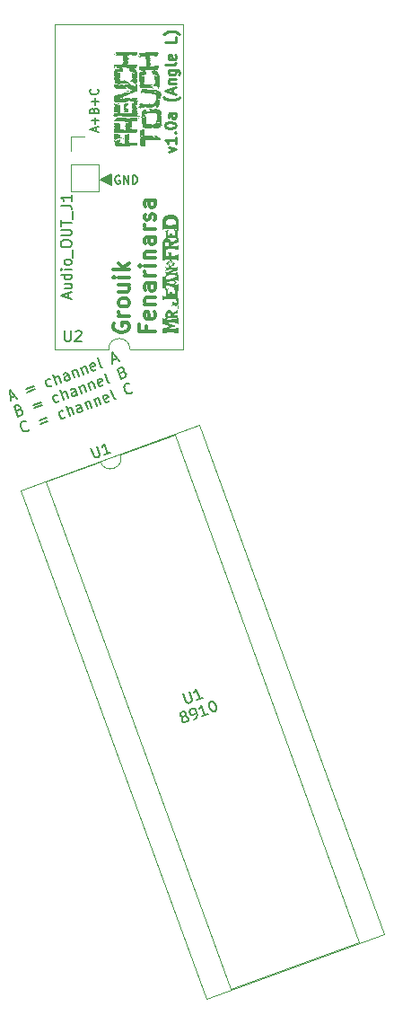
<source format=gbr>
%TF.GenerationSoftware,KiCad,Pcbnew,8.0.3*%
%TF.CreationDate,2024-06-29T10:36:14+02:00*%
%TF.ProjectId,adapter 8913-8910 Angle L,61646170-7465-4722-9038-3931332d3839,1.0a*%
%TF.SameCoordinates,Original*%
%TF.FileFunction,Legend,Top*%
%TF.FilePolarity,Positive*%
%FSLAX46Y46*%
G04 Gerber Fmt 4.6, Leading zero omitted, Abs format (unit mm)*
G04 Created by KiCad (PCBNEW 8.0.3) date 2024-06-29 10:36:14*
%MOMM*%
%LPD*%
G01*
G04 APERTURE LIST*
%ADD10C,0.200000*%
%ADD11C,0.000000*%
%ADD12C,0.150000*%
%ADD13C,0.250000*%
%ADD14C,0.300000*%
%ADD15C,0.120000*%
G04 APERTURE END LIST*
D10*
X97100000Y-39395000D02*
X96100000Y-38895000D01*
X97100000Y-38395000D01*
X97100000Y-39395000D01*
G36*
X97100000Y-39395000D02*
G01*
X96100000Y-38895000D01*
X97100000Y-38395000D01*
X97100000Y-39395000D01*
G37*
D11*
G36*
X102185742Y-52103881D02*
G01*
X102184420Y-52103219D01*
X102186424Y-52101670D01*
X102185742Y-52103881D01*
G37*
G36*
X103483410Y-44313133D02*
G01*
X103474180Y-44359445D01*
X103465819Y-44403153D01*
X103458388Y-44444194D01*
X103455100Y-44464164D01*
X103452177Y-44483892D01*
X103449610Y-44503389D01*
X103447391Y-44522660D01*
X103445514Y-44541715D01*
X103443970Y-44560560D01*
X103442752Y-44579204D01*
X103441852Y-44597654D01*
X103441544Y-44615980D01*
X103441624Y-44634251D01*
X103442107Y-44652476D01*
X103443009Y-44670662D01*
X103444345Y-44688817D01*
X103446130Y-44706949D01*
X103448381Y-44725065D01*
X103451112Y-44743174D01*
X103454368Y-44761407D01*
X103458181Y-44779895D01*
X103462553Y-44798647D01*
X103467483Y-44817671D01*
X103472971Y-44836973D01*
X103479017Y-44856563D01*
X103485622Y-44876446D01*
X103492784Y-44896633D01*
X103488668Y-44893470D01*
X103484504Y-44890429D01*
X103480292Y-44887508D01*
X103476030Y-44884706D01*
X103471718Y-44882020D01*
X103467355Y-44879448D01*
X103462940Y-44876988D01*
X103458471Y-44874639D01*
X103453948Y-44872399D01*
X103449369Y-44870265D01*
X103444735Y-44868236D01*
X103440043Y-44866309D01*
X103435293Y-44864483D01*
X103430484Y-44862756D01*
X103425615Y-44861126D01*
X103420685Y-44859591D01*
X103415708Y-44858165D01*
X103410701Y-44856860D01*
X103405663Y-44855676D01*
X103400593Y-44854610D01*
X103395493Y-44853660D01*
X103390361Y-44852825D01*
X103385199Y-44852101D01*
X103380005Y-44851489D01*
X103374781Y-44850985D01*
X103369525Y-44850587D01*
X103358921Y-44850104D01*
X103348193Y-44850023D01*
X103337341Y-44850331D01*
X103326335Y-44851042D01*
X103315151Y-44852171D01*
X103303797Y-44853703D01*
X103292279Y-44855623D01*
X103280607Y-44857915D01*
X103268787Y-44860563D01*
X103256828Y-44863553D01*
X103244737Y-44866868D01*
X103232583Y-44870463D01*
X103220428Y-44874299D01*
X103208274Y-44878367D01*
X103196120Y-44882660D01*
X103183966Y-44887170D01*
X103171811Y-44891889D01*
X103159657Y-44896810D01*
X103147503Y-44901925D01*
X103135348Y-44907227D01*
X103123194Y-44912715D01*
X103111040Y-44918389D01*
X103098885Y-44924249D01*
X103086731Y-44930295D01*
X103074577Y-44936527D01*
X103062423Y-44942946D01*
X103050268Y-44949550D01*
X103038175Y-44956308D01*
X103026198Y-44963182D01*
X103014329Y-44970165D01*
X103002561Y-44977248D01*
X102979296Y-44991687D01*
X102956341Y-45006435D01*
X102933883Y-45021318D01*
X102912106Y-45036201D01*
X102890950Y-45051084D01*
X102870352Y-45065967D01*
X102860307Y-45073159D01*
X102850518Y-45080343D01*
X102840993Y-45087512D01*
X102831739Y-45094658D01*
X102822764Y-45101772D01*
X102814076Y-45108848D01*
X102805682Y-45115877D01*
X102797591Y-45122852D01*
X102820897Y-45123090D01*
X102844141Y-45123761D01*
X102867261Y-45124805D01*
X102890195Y-45126159D01*
X102913522Y-45127927D01*
X102936911Y-45129384D01*
X102984122Y-45132112D01*
X103078050Y-45136743D01*
X103101356Y-45137600D01*
X103124600Y-45138148D01*
X103147720Y-45138323D01*
X103170654Y-45138065D01*
X103182250Y-45137755D01*
X103193722Y-45137321D01*
X103205070Y-45136763D01*
X103216294Y-45136081D01*
X103227394Y-45135275D01*
X103238370Y-45134345D01*
X103249222Y-45133290D01*
X103259950Y-45132112D01*
X103270615Y-45130807D01*
X103281272Y-45129363D01*
X103291914Y-45127764D01*
X103302532Y-45125994D01*
X103313119Y-45124038D01*
X103323668Y-45121880D01*
X103334170Y-45119506D01*
X103344617Y-45116899D01*
X103354972Y-45114075D01*
X103365195Y-45111049D01*
X103375278Y-45107806D01*
X103385214Y-45104331D01*
X103394995Y-45100608D01*
X103404614Y-45096621D01*
X103414061Y-45092355D01*
X103423331Y-45087795D01*
X103432446Y-45082987D01*
X103441438Y-45077986D01*
X103450306Y-45072784D01*
X103459050Y-45067372D01*
X103467669Y-45061743D01*
X103476165Y-45055889D01*
X103484536Y-45049803D01*
X103492784Y-45043477D01*
X103487058Y-45062959D01*
X103481704Y-45081759D01*
X103471617Y-45117560D01*
X103467287Y-45134779D01*
X103463266Y-45151625D01*
X103459618Y-45167976D01*
X103456404Y-45183706D01*
X103453562Y-45199343D01*
X103451029Y-45214547D01*
X103449899Y-45222005D01*
X103448869Y-45229378D01*
X103447948Y-45236673D01*
X103447143Y-45243899D01*
X103446243Y-45251091D01*
X103445521Y-45258275D01*
X103444969Y-45265444D01*
X103444580Y-45272590D01*
X103444346Y-45279705D01*
X103444260Y-45286780D01*
X103444313Y-45293810D01*
X103444497Y-45300785D01*
X103444805Y-45307760D01*
X103445221Y-45314789D01*
X103446316Y-45328979D01*
X103447660Y-45343294D01*
X103449128Y-45357670D01*
X103453262Y-45387436D01*
X103455639Y-45403062D01*
X103456959Y-45411062D01*
X103458388Y-45419185D01*
X103461489Y-45435805D01*
X103464837Y-45452920D01*
X103468434Y-45470531D01*
X103472279Y-45488639D01*
X103476495Y-45507367D01*
X103481208Y-45526838D01*
X103486417Y-45547054D01*
X103492122Y-45568014D01*
X103490952Y-45566030D01*
X103489674Y-45564048D01*
X103488290Y-45562069D01*
X103486800Y-45560097D01*
X103485205Y-45558132D01*
X103483506Y-45556177D01*
X103481705Y-45554234D01*
X103479803Y-45552304D01*
X103477799Y-45550390D01*
X103475696Y-45548493D01*
X103473493Y-45546615D01*
X103471193Y-45544759D01*
X103468796Y-45542926D01*
X103466303Y-45541119D01*
X103463716Y-45539338D01*
X103461034Y-45537587D01*
X103455391Y-45534145D01*
X103449376Y-45530766D01*
X103442988Y-45527448D01*
X103436229Y-45524192D01*
X103429098Y-45520999D01*
X103421594Y-45517867D01*
X103413719Y-45514798D01*
X103405471Y-45511790D01*
X103396883Y-45508844D01*
X103387984Y-45505961D01*
X103378775Y-45503139D01*
X103369256Y-45500380D01*
X103359428Y-45497682D01*
X103349289Y-45495047D01*
X103338840Y-45492473D01*
X103328081Y-45489962D01*
X103317045Y-45487324D01*
X103305777Y-45484856D01*
X103294292Y-45482543D01*
X103282605Y-45480370D01*
X103270733Y-45478321D01*
X103258689Y-45476381D01*
X103234153Y-45472764D01*
X103208749Y-45469405D01*
X103182229Y-45466232D01*
X103154717Y-45463183D01*
X103126336Y-45460196D01*
X103097211Y-45457354D01*
X103067466Y-45454821D01*
X103037225Y-45452661D01*
X103006612Y-45450935D01*
X102975596Y-45449189D01*
X102944021Y-45447876D01*
X102911827Y-45446936D01*
X102878951Y-45446305D01*
X102845816Y-45445933D01*
X102812805Y-45445809D01*
X102779794Y-45445933D01*
X102746659Y-45446305D01*
X102713410Y-45446915D01*
X102680100Y-45447711D01*
X102613044Y-45449613D01*
X102579537Y-45450729D01*
X102546402Y-45452093D01*
X102513515Y-45453705D01*
X102480753Y-45455566D01*
X102448641Y-45457684D01*
X102416839Y-45460113D01*
X102385410Y-45462914D01*
X102354414Y-45466149D01*
X102323987Y-45469646D01*
X102293973Y-45473095D01*
X102236013Y-45480040D01*
X102208118Y-45483750D01*
X102181029Y-45487894D01*
X102154809Y-45492411D01*
X102129518Y-45497238D01*
X102081811Y-45507821D01*
X102059290Y-45513051D01*
X102037576Y-45518405D01*
X102017349Y-45523882D01*
X102007682Y-45526660D01*
X101998301Y-45529484D01*
X101989200Y-45532370D01*
X101980370Y-45535334D01*
X101971803Y-45538390D01*
X101963492Y-45541555D01*
X101955493Y-45544781D01*
X101947865Y-45548015D01*
X101940610Y-45551264D01*
X101933727Y-45554537D01*
X101927215Y-45557840D01*
X101921076Y-45561182D01*
X101915309Y-45564571D01*
X101912223Y-45566540D01*
X101914556Y-45556800D01*
X101917573Y-45543021D01*
X101920295Y-45529334D01*
X101922730Y-45515756D01*
X101924886Y-45502302D01*
X101926771Y-45488988D01*
X101928392Y-45475828D01*
X101929758Y-45462840D01*
X101931990Y-45436774D01*
X101933727Y-45411081D01*
X101934967Y-45385635D01*
X101935711Y-45360313D01*
X101935895Y-45347973D01*
X101935939Y-45335757D01*
X101935827Y-45323664D01*
X101935546Y-45311696D01*
X101935078Y-45299852D01*
X101934409Y-45288131D01*
X101933523Y-45276535D01*
X101932404Y-45265063D01*
X101923143Y-45174443D01*
X101920787Y-45151871D01*
X101918679Y-45129795D01*
X101916818Y-45108215D01*
X101915206Y-45087131D01*
X101914274Y-45076712D01*
X101913459Y-45066285D01*
X101912147Y-45045376D01*
X101911206Y-45024344D01*
X101910895Y-45013855D01*
X102177123Y-45013855D01*
X102177200Y-45022432D01*
X102177557Y-45031166D01*
X102178193Y-45040059D01*
X102179107Y-45049112D01*
X102180301Y-45058325D01*
X102181774Y-45067701D01*
X102183526Y-45077239D01*
X102185556Y-45086941D01*
X102187866Y-45096808D01*
X102190455Y-45106841D01*
X102193323Y-45117040D01*
X102196471Y-45127407D01*
X102199897Y-45137942D01*
X102203602Y-45148647D01*
X102203602Y-45147324D01*
X102213863Y-45149463D01*
X102223807Y-45151417D01*
X102233426Y-45153184D01*
X102242711Y-45154765D01*
X102251654Y-45156161D01*
X102260249Y-45157370D01*
X102268488Y-45158393D01*
X102276362Y-45159230D01*
X102292237Y-45160088D01*
X102300175Y-45160404D01*
X102308112Y-45160635D01*
X102316050Y-45160774D01*
X102323987Y-45160811D01*
X102331925Y-45160740D01*
X102339862Y-45160553D01*
X102348142Y-45160213D01*
X102356616Y-45159695D01*
X102365291Y-45159006D01*
X102374175Y-45158155D01*
X102383277Y-45157148D01*
X102392603Y-45155995D01*
X102402162Y-45154702D01*
X102411961Y-45153277D01*
X102456114Y-45146662D01*
X102481538Y-45142673D01*
X102509196Y-45138063D01*
X102516110Y-45115836D01*
X102521970Y-45094314D01*
X102526776Y-45073520D01*
X102530528Y-45053479D01*
X102532008Y-45043747D01*
X102533225Y-45034213D01*
X102534179Y-45024878D01*
X102534868Y-45015745D01*
X102535295Y-45006818D01*
X102535458Y-44998099D01*
X102535357Y-44989591D01*
X102534992Y-44981298D01*
X102533471Y-44965051D01*
X102532495Y-44957206D01*
X102531375Y-44949548D01*
X102530107Y-44942075D01*
X102528691Y-44934789D01*
X102527122Y-44927689D01*
X102525401Y-44920774D01*
X102523525Y-44914046D01*
X102521492Y-44907504D01*
X102519300Y-44901148D01*
X102516947Y-44894978D01*
X102514431Y-44888994D01*
X102511751Y-44883196D01*
X102508904Y-44877584D01*
X102505888Y-44872158D01*
X102502733Y-44866910D01*
X102499468Y-44861834D01*
X102496089Y-44856931D01*
X102492597Y-44852200D01*
X102488989Y-44847645D01*
X102485262Y-44843264D01*
X102481415Y-44839060D01*
X102477446Y-44835033D01*
X102473353Y-44831185D01*
X102469133Y-44827516D01*
X102464787Y-44824027D01*
X102460310Y-44820719D01*
X102455701Y-44817593D01*
X102450959Y-44814651D01*
X102446081Y-44811892D01*
X102441065Y-44809319D01*
X102435965Y-44806924D01*
X102430835Y-44804700D01*
X102425675Y-44802649D01*
X102420488Y-44800772D01*
X102415273Y-44799069D01*
X102410032Y-44797541D01*
X102404766Y-44796189D01*
X102399476Y-44795015D01*
X102394163Y-44794019D01*
X102388827Y-44793203D01*
X102383470Y-44792566D01*
X102378093Y-44792111D01*
X102372696Y-44791838D01*
X102367281Y-44791748D01*
X102361848Y-44791842D01*
X102356399Y-44792121D01*
X102350957Y-44792455D01*
X102345547Y-44792959D01*
X102340167Y-44793633D01*
X102334819Y-44794478D01*
X102329501Y-44795493D01*
X102324215Y-44796679D01*
X102318959Y-44798036D01*
X102313735Y-44799563D01*
X102308541Y-44801260D01*
X102303379Y-44803128D01*
X102298247Y-44805167D01*
X102293147Y-44807376D01*
X102288077Y-44809756D01*
X102283039Y-44812306D01*
X102278031Y-44815027D01*
X102273055Y-44817918D01*
X102268156Y-44820864D01*
X102263379Y-44823994D01*
X102258722Y-44827309D01*
X102254183Y-44830806D01*
X102249760Y-44834486D01*
X102245452Y-44838347D01*
X102241256Y-44842388D01*
X102237171Y-44846609D01*
X102233194Y-44851008D01*
X102229324Y-44855584D01*
X102225558Y-44860336D01*
X102221895Y-44865264D01*
X102218333Y-44870366D01*
X102214870Y-44875642D01*
X102211504Y-44881090D01*
X102208232Y-44886710D01*
X102205093Y-44892485D01*
X102202123Y-44898401D01*
X102199321Y-44904461D01*
X102196688Y-44910667D01*
X102194221Y-44917019D01*
X102191919Y-44923521D01*
X102189782Y-44930174D01*
X102187810Y-44936980D01*
X102185999Y-44943941D01*
X102184351Y-44951059D01*
X102182864Y-44958336D01*
X102181536Y-44965774D01*
X102180367Y-44973375D01*
X102179357Y-44981140D01*
X102178503Y-44989072D01*
X102177805Y-44997173D01*
X102177324Y-45005436D01*
X102177123Y-45013855D01*
X101910895Y-45013855D01*
X101910576Y-45003126D01*
X101910392Y-44992706D01*
X101910348Y-44982279D01*
X101910459Y-44971837D01*
X101910741Y-44961371D01*
X101911209Y-44950875D01*
X101911878Y-44940339D01*
X101912764Y-44929757D01*
X101913883Y-44919120D01*
X101915218Y-44908701D01*
X101916746Y-44898274D01*
X101918476Y-44887832D01*
X101920415Y-44877366D01*
X101922571Y-44866869D01*
X101924952Y-44856334D01*
X101927566Y-44845751D01*
X101930419Y-44835115D01*
X101938167Y-44811643D01*
X101946512Y-44788854D01*
X101955430Y-44766747D01*
X101964898Y-44745322D01*
X101974894Y-44724579D01*
X101985393Y-44704518D01*
X101996373Y-44685139D01*
X102007810Y-44666442D01*
X102013810Y-44657365D01*
X102019901Y-44648487D01*
X102026084Y-44639807D01*
X102032356Y-44631323D01*
X102038718Y-44623032D01*
X102045168Y-44614934D01*
X102051706Y-44607025D01*
X102058329Y-44599304D01*
X102065038Y-44591769D01*
X102071831Y-44584419D01*
X102078707Y-44577250D01*
X102085666Y-44570262D01*
X102092706Y-44563452D01*
X102099826Y-44556819D01*
X102107026Y-44550359D01*
X102114305Y-44544073D01*
X102121777Y-44538081D01*
X102129313Y-44532262D01*
X102136913Y-44526617D01*
X102144577Y-44521149D01*
X102152307Y-44515859D01*
X102160104Y-44510749D01*
X102167969Y-44505822D01*
X102175903Y-44501078D01*
X102183907Y-44496520D01*
X102191981Y-44492151D01*
X102200127Y-44487971D01*
X102208346Y-44483983D01*
X102216638Y-44480189D01*
X102225005Y-44476591D01*
X102233447Y-44473190D01*
X102241966Y-44469989D01*
X102250524Y-44466866D01*
X102259082Y-44463943D01*
X102267639Y-44461223D01*
X102276197Y-44458703D01*
X102284754Y-44456386D01*
X102293312Y-44454270D01*
X102301870Y-44452355D01*
X102310427Y-44450642D01*
X102318985Y-44449130D01*
X102327543Y-44447820D01*
X102336100Y-44446712D01*
X102344658Y-44445805D01*
X102353215Y-44445099D01*
X102361773Y-44444596D01*
X102370331Y-44444293D01*
X102378888Y-44444192D01*
X102387430Y-44444285D01*
X102395943Y-44444563D01*
X102404426Y-44445025D01*
X102412881Y-44445670D01*
X102421309Y-44446498D01*
X102429711Y-44447506D01*
X102438087Y-44448695D01*
X102446440Y-44450063D01*
X102463076Y-44453333D01*
X102479626Y-44457308D01*
X102496099Y-44461981D01*
X102512503Y-44467344D01*
X102520525Y-44470297D01*
X102528470Y-44473451D01*
X102536334Y-44476804D01*
X102544118Y-44480356D01*
X102551821Y-44484106D01*
X102559442Y-44488052D01*
X102566979Y-44492194D01*
X102574432Y-44496531D01*
X102581799Y-44501062D01*
X102589081Y-44505785D01*
X102596275Y-44510700D01*
X102603381Y-44515807D01*
X102610398Y-44521103D01*
X102617325Y-44526588D01*
X102624160Y-44532261D01*
X102630904Y-44538121D01*
X102637547Y-44544175D01*
X102644080Y-44550430D01*
X102650503Y-44556887D01*
X102656814Y-44563545D01*
X102663013Y-44570405D01*
X102669099Y-44577467D01*
X102675071Y-44584730D01*
X102680927Y-44592195D01*
X102686666Y-44599861D01*
X102692289Y-44607729D01*
X102697793Y-44615798D01*
X102703178Y-44624069D01*
X102708443Y-44632541D01*
X102713587Y-44641215D01*
X102718609Y-44650091D01*
X102723508Y-44659168D01*
X102728376Y-44668439D01*
X102733058Y-44677896D01*
X102737554Y-44687538D01*
X102741863Y-44697367D01*
X102745987Y-44707382D01*
X102749925Y-44717583D01*
X102753677Y-44727970D01*
X102757242Y-44738543D01*
X102760622Y-44749302D01*
X102763816Y-44760247D01*
X102766823Y-44771378D01*
X102769645Y-44782695D01*
X102772280Y-44794199D01*
X102774730Y-44805888D01*
X102776993Y-44817763D01*
X102779070Y-44829824D01*
X102815554Y-44804875D01*
X102850673Y-44781538D01*
X102884552Y-44759689D01*
X102917315Y-44739205D01*
X102948672Y-44719733D01*
X102979162Y-44701005D01*
X103037039Y-44665783D01*
X103140227Y-44602944D01*
X103163667Y-44588568D01*
X103186363Y-44574254D01*
X103208316Y-44560063D01*
X103229524Y-44546059D01*
X103239878Y-44539084D01*
X103250101Y-44532055D01*
X103260185Y-44524979D01*
X103270121Y-44517864D01*
X103279902Y-44510719D01*
X103289520Y-44503550D01*
X103298968Y-44496366D01*
X103308237Y-44489173D01*
X103317353Y-44481888D01*
X103326345Y-44474425D01*
X103335212Y-44466791D01*
X103343956Y-44458994D01*
X103352576Y-44451043D01*
X103361071Y-44442944D01*
X103369443Y-44434705D01*
X103377690Y-44426335D01*
X103385814Y-44417808D01*
X103393813Y-44409096D01*
X103401689Y-44400197D01*
X103409440Y-44391112D01*
X103417068Y-44381842D01*
X103424571Y-44372385D01*
X103431950Y-44362742D01*
X103439206Y-44352913D01*
X103446366Y-44342865D01*
X103453448Y-44332553D01*
X103460437Y-44321962D01*
X103467318Y-44311077D01*
X103474075Y-44299881D01*
X103480692Y-44288360D01*
X103487154Y-44276497D01*
X103493445Y-44264278D01*
X103483410Y-44313133D01*
G37*
G36*
X101912764Y-49736997D02*
G01*
X101916352Y-49742639D01*
X101920015Y-49748155D01*
X101923753Y-49753544D01*
X101927565Y-49758805D01*
X101931449Y-49763937D01*
X101935405Y-49768940D01*
X101939432Y-49773811D01*
X101943528Y-49778551D01*
X101947694Y-49783158D01*
X101951927Y-49787631D01*
X101956227Y-49791970D01*
X101960593Y-49796173D01*
X101965023Y-49800240D01*
X101969518Y-49804169D01*
X101974076Y-49807959D01*
X101978719Y-49811641D01*
X101983468Y-49815244D01*
X101988322Y-49818768D01*
X101993279Y-49822211D01*
X101998336Y-49825573D01*
X102003493Y-49828853D01*
X102008746Y-49832049D01*
X102014094Y-49835161D01*
X102019535Y-49838188D01*
X102025067Y-49841129D01*
X102030689Y-49843982D01*
X102036398Y-49846747D01*
X102042191Y-49849423D01*
X102048069Y-49852009D01*
X102054027Y-49854504D01*
X102060065Y-49856907D01*
X102072406Y-49861435D01*
X102085118Y-49865599D01*
X102098203Y-49869406D01*
X102111659Y-49872865D01*
X102125488Y-49875982D01*
X102139688Y-49878766D01*
X102154261Y-49881225D01*
X102169206Y-49883365D01*
X102184524Y-49885255D01*
X102200222Y-49886952D01*
X102216308Y-49888446D01*
X102232789Y-49889732D01*
X102249673Y-49890800D01*
X102266967Y-49891644D01*
X102284681Y-49892255D01*
X102302821Y-49892626D01*
X102340286Y-49892863D01*
X102379302Y-49892543D01*
X102419930Y-49891602D01*
X102462232Y-49889980D01*
X102552108Y-49885846D01*
X102599805Y-49883469D01*
X102649425Y-49880719D01*
X102865722Y-49868152D01*
X102924374Y-49864803D01*
X102985197Y-49861703D01*
X103048129Y-49858850D01*
X103113107Y-49856246D01*
X103130326Y-49859594D01*
X103147172Y-49862695D01*
X103163522Y-49865547D01*
X103179253Y-49868152D01*
X103195004Y-49870767D01*
X103202786Y-49872186D01*
X103210507Y-49873691D01*
X103218165Y-49875290D01*
X103225762Y-49876988D01*
X103233296Y-49878796D01*
X103240768Y-49880719D01*
X103248207Y-49882796D01*
X103255631Y-49885050D01*
X103263023Y-49887475D01*
X103270369Y-49890063D01*
X103277652Y-49892805D01*
X103284859Y-49895695D01*
X103291972Y-49898725D01*
X103298977Y-49901886D01*
X103305861Y-49905202D01*
X103312630Y-49908697D01*
X103319289Y-49912362D01*
X103325848Y-49916190D01*
X103332314Y-49920173D01*
X103338695Y-49924303D01*
X103344998Y-49928573D01*
X103351232Y-49932975D01*
X103354317Y-49935370D01*
X103357372Y-49937843D01*
X103360398Y-49940393D01*
X103363397Y-49943021D01*
X103366367Y-49945726D01*
X103369312Y-49948509D01*
X103372232Y-49951369D01*
X103375127Y-49954307D01*
X103377999Y-49957322D01*
X103380849Y-49960415D01*
X103383677Y-49963585D01*
X103386486Y-49966833D01*
X103389274Y-49970159D01*
X103392045Y-49973561D01*
X103397534Y-49980600D01*
X103402959Y-49987979D01*
X103408314Y-49995731D01*
X103413591Y-50003854D01*
X103418783Y-50012350D01*
X103423883Y-50021217D01*
X103428881Y-50030457D01*
X103433771Y-50040069D01*
X103438544Y-50050053D01*
X103443166Y-50060410D01*
X103447609Y-50071147D01*
X103451881Y-50082272D01*
X103455991Y-50093792D01*
X103459945Y-50105715D01*
X103463752Y-50118049D01*
X103467420Y-50130801D01*
X103470956Y-50143980D01*
X103474365Y-50157655D01*
X103477643Y-50171895D01*
X103480781Y-50186710D01*
X103483772Y-50202105D01*
X103486607Y-50218090D01*
X103489280Y-50234672D01*
X103491783Y-50251858D01*
X103494107Y-50269657D01*
X103493849Y-50309210D01*
X103493032Y-50346469D01*
X103491596Y-50381371D01*
X103490625Y-50397919D01*
X103489477Y-50413855D01*
X103486872Y-50444230D01*
X103484020Y-50472807D01*
X103480919Y-50499524D01*
X103477571Y-50524318D01*
X103475802Y-50536037D01*
X103473964Y-50547376D01*
X103472048Y-50558328D01*
X103470047Y-50568884D01*
X103467952Y-50579037D01*
X103465757Y-50588780D01*
X103463454Y-50598103D01*
X103461034Y-50607001D01*
X103458713Y-50615556D01*
X103456228Y-50623847D01*
X103453604Y-50631860D01*
X103450864Y-50639577D01*
X103448031Y-50646985D01*
X103445128Y-50654067D01*
X103442179Y-50660809D01*
X103439206Y-50667193D01*
X103435980Y-50673487D01*
X103432746Y-50679472D01*
X103429497Y-50685146D01*
X103426225Y-50690510D01*
X103422921Y-50695564D01*
X103419579Y-50700308D01*
X103416191Y-50704741D01*
X103412748Y-50708865D01*
X103409245Y-50712802D01*
X103405689Y-50716668D01*
X103402086Y-50720458D01*
X103398444Y-50724162D01*
X103394771Y-50727772D01*
X103391075Y-50731282D01*
X103387363Y-50734684D01*
X103383643Y-50737969D01*
X103381776Y-50739559D01*
X103379893Y-50741103D01*
X103376088Y-50744067D01*
X103372237Y-50746876D01*
X103368347Y-50749545D01*
X103364426Y-50752090D01*
X103360482Y-50754526D01*
X103356522Y-50756870D01*
X103352555Y-50759136D01*
X103344514Y-50763218D01*
X103336349Y-50767487D01*
X103328184Y-50771879D01*
X103320144Y-50776334D01*
X103311061Y-50780175D01*
X103302181Y-50783744D01*
X103293517Y-50787019D01*
X103285086Y-50789976D01*
X103276903Y-50792592D01*
X103268984Y-50794844D01*
X103261344Y-50796709D01*
X103253998Y-50798162D01*
X103246866Y-50799497D01*
X103239859Y-50800529D01*
X103232976Y-50801266D01*
X103226216Y-50801717D01*
X103219581Y-50801889D01*
X103213070Y-50801790D01*
X103206683Y-50801427D01*
X103200420Y-50800808D01*
X103194279Y-50799781D01*
X103188255Y-50798669D01*
X103182339Y-50797448D01*
X103176524Y-50796095D01*
X103170803Y-50794587D01*
X103165166Y-50792901D01*
X103159607Y-50791014D01*
X103154118Y-50788902D01*
X103131793Y-50780881D01*
X103120259Y-50776716D01*
X103108477Y-50772365D01*
X103096715Y-50768407D01*
X103084334Y-50764510D01*
X103077949Y-50762605D01*
X103071456Y-50760738D01*
X103064870Y-50758918D01*
X103058206Y-50757152D01*
X103051414Y-50755539D01*
X103044429Y-50754175D01*
X103037242Y-50753059D01*
X103029846Y-50752191D01*
X103022233Y-50751571D01*
X103014395Y-50751199D01*
X103006324Y-50751075D01*
X102998013Y-50751199D01*
X102989426Y-50751630D01*
X102980536Y-50752418D01*
X102971352Y-50753547D01*
X102961881Y-50755002D01*
X102952131Y-50756767D01*
X102942110Y-50758826D01*
X102931825Y-50761164D01*
X102921284Y-50763766D01*
X102910402Y-50766931D01*
X102899094Y-50770484D01*
X102887368Y-50774440D01*
X102875230Y-50778814D01*
X102862690Y-50783623D01*
X102849754Y-50788881D01*
X102836430Y-50794604D01*
X102822727Y-50800808D01*
X102832836Y-50782454D01*
X102842333Y-50764603D01*
X102851225Y-50747265D01*
X102859521Y-50730445D01*
X102867227Y-50714153D01*
X102874352Y-50698396D01*
X102880903Y-50683181D01*
X102886888Y-50668516D01*
X102892064Y-50653942D01*
X102896666Y-50639484D01*
X102900678Y-50625135D01*
X102904086Y-50610887D01*
X102906874Y-50596731D01*
X102908031Y-50589686D01*
X102909027Y-50582661D01*
X102909859Y-50575655D01*
X102910528Y-50568668D01*
X102911029Y-50561699D01*
X102911362Y-50554745D01*
X102911579Y-50540795D01*
X102911238Y-50526737D01*
X102910339Y-50512585D01*
X102908882Y-50498356D01*
X102906866Y-50484065D01*
X102904293Y-50469727D01*
X102901161Y-50455359D01*
X102897472Y-50440975D01*
X102893194Y-50426151D01*
X102888304Y-50410940D01*
X102882810Y-50395326D01*
X102876718Y-50379293D01*
X102870038Y-50362827D01*
X102862776Y-50345910D01*
X102854941Y-50328529D01*
X102846539Y-50310667D01*
X102871840Y-50333239D01*
X102896149Y-50354323D01*
X102919465Y-50373919D01*
X102930751Y-50383159D01*
X102941789Y-50392026D01*
X102952830Y-50400521D01*
X102963638Y-50408635D01*
X102974229Y-50416362D01*
X102984619Y-50423694D01*
X102994822Y-50430622D01*
X103004855Y-50437140D01*
X103014733Y-50443239D01*
X103024472Y-50448912D01*
X103034022Y-50454244D01*
X103043323Y-50459320D01*
X103052377Y-50464132D01*
X103061183Y-50468673D01*
X103069740Y-50472935D01*
X103078050Y-50476910D01*
X103086111Y-50480591D01*
X103093925Y-50483969D01*
X103101741Y-50487040D01*
X103109324Y-50489808D01*
X103116691Y-50492282D01*
X103123856Y-50494470D01*
X103130835Y-50496378D01*
X103137643Y-50498015D01*
X103144296Y-50499388D01*
X103150810Y-50500506D01*
X103154012Y-50500963D01*
X103157167Y-50501344D01*
X103160275Y-50501649D01*
X103163337Y-50501880D01*
X103166352Y-50502037D01*
X103169321Y-50502122D01*
X103172243Y-50502134D01*
X103175119Y-50502077D01*
X103177948Y-50501949D01*
X103180731Y-50501752D01*
X103183467Y-50501488D01*
X103186157Y-50501157D01*
X103188800Y-50500760D01*
X103191397Y-50500297D01*
X103193947Y-50499771D01*
X103196451Y-50499183D01*
X103201319Y-50497878D01*
X103206001Y-50496433D01*
X103208272Y-50495654D01*
X103210497Y-50494834D01*
X103212675Y-50493971D01*
X103214806Y-50493064D01*
X103216892Y-50492110D01*
X103218930Y-50491108D01*
X103220922Y-50490056D01*
X103222868Y-50488951D01*
X103224767Y-50487791D01*
X103226620Y-50486576D01*
X103228426Y-50485303D01*
X103230185Y-50483969D01*
X103231906Y-50482589D01*
X103233595Y-50481177D01*
X103235250Y-50479732D01*
X103236872Y-50478254D01*
X103238459Y-50476740D01*
X103240010Y-50475190D01*
X103241525Y-50473604D01*
X103243001Y-50471980D01*
X103244439Y-50470317D01*
X103245837Y-50468615D01*
X103247194Y-50466871D01*
X103248510Y-50465086D01*
X103249783Y-50463259D01*
X103251012Y-50461388D01*
X103252197Y-50459472D01*
X103253336Y-50457511D01*
X103255507Y-50453481D01*
X103257553Y-50449335D01*
X103259476Y-50445081D01*
X103261274Y-50440726D01*
X103262948Y-50436278D01*
X103264498Y-50431745D01*
X103265925Y-50427134D01*
X103267227Y-50422453D01*
X103268375Y-50417710D01*
X103269346Y-50412904D01*
X103270145Y-50408036D01*
X103270782Y-50403106D01*
X103271264Y-50398114D01*
X103271599Y-50393060D01*
X103271794Y-50387944D01*
X103271857Y-50382766D01*
X103271794Y-50377527D01*
X103271599Y-50372234D01*
X103271264Y-50366895D01*
X103270782Y-50361517D01*
X103270145Y-50356107D01*
X103269346Y-50350675D01*
X103268375Y-50345227D01*
X103267227Y-50339771D01*
X103265956Y-50334315D01*
X103264622Y-50328867D01*
X103263227Y-50323435D01*
X103261770Y-50318026D01*
X103260251Y-50312648D01*
X103258669Y-50307308D01*
X103257026Y-50302015D01*
X103255321Y-50296776D01*
X103253521Y-50291569D01*
X103251590Y-50286369D01*
X103249519Y-50281184D01*
X103247301Y-50276023D01*
X103244927Y-50270893D01*
X103242391Y-50265802D01*
X103239685Y-50260757D01*
X103236800Y-50255766D01*
X103233791Y-50250895D01*
X103230712Y-50246195D01*
X103227556Y-50241650D01*
X103224315Y-50237245D01*
X103220980Y-50232964D01*
X103217545Y-50228791D01*
X103214001Y-50224711D01*
X103210342Y-50220709D01*
X103206561Y-50217022D01*
X103202673Y-50213412D01*
X103198691Y-50209895D01*
X103194632Y-50206487D01*
X103190511Y-50203203D01*
X103186343Y-50200059D01*
X103182144Y-50197069D01*
X103177930Y-50194250D01*
X103175690Y-50192793D01*
X103173433Y-50191396D01*
X103171159Y-50190060D01*
X103168866Y-50188783D01*
X103166554Y-50187564D01*
X103164222Y-50186402D01*
X103161868Y-50185296D01*
X103159492Y-50184246D01*
X103157093Y-50183249D01*
X103154669Y-50182306D01*
X103152221Y-50181416D01*
X103149746Y-50180577D01*
X103147244Y-50179788D01*
X103144714Y-50179048D01*
X103142155Y-50178357D01*
X103139565Y-50177714D01*
X103136953Y-50177124D01*
X103134324Y-50176596D01*
X103131678Y-50176128D01*
X103129013Y-50175719D01*
X103126329Y-50175368D01*
X103123625Y-50175074D01*
X103118151Y-50174655D01*
X103112584Y-50174452D01*
X103106916Y-50174458D01*
X103101140Y-50174666D01*
X103095248Y-50175068D01*
X103000080Y-50173166D01*
X102905409Y-50171761D01*
X102812640Y-50170686D01*
X102722847Y-50169115D01*
X102635617Y-50168205D01*
X102550868Y-50167792D01*
X102509568Y-50168030D01*
X102469012Y-50168701D01*
X102429201Y-50169745D01*
X102390133Y-50171099D01*
X102352316Y-50173239D01*
X102315306Y-50175812D01*
X102279163Y-50179006D01*
X102261437Y-50180893D01*
X102243951Y-50183005D01*
X102226713Y-50185083D01*
X102209731Y-50187346D01*
X102193012Y-50189796D01*
X102176565Y-50192431D01*
X102160397Y-50195253D01*
X102144515Y-50198260D01*
X102128928Y-50201454D01*
X102113644Y-50204834D01*
X102098637Y-50208429D01*
X102083878Y-50212265D01*
X102069367Y-50216333D01*
X102055105Y-50220626D01*
X102041090Y-50225136D01*
X102027323Y-50229855D01*
X102013805Y-50234776D01*
X102000534Y-50239891D01*
X101987604Y-50245254D01*
X101975099Y-50250919D01*
X101963013Y-50256878D01*
X101951338Y-50263125D01*
X101940066Y-50269650D01*
X101929190Y-50276447D01*
X101918701Y-50283507D01*
X101910431Y-50289492D01*
X101913126Y-50278876D01*
X101916798Y-50263373D01*
X101920252Y-50247622D01*
X101923474Y-50231623D01*
X101926448Y-50215376D01*
X101929159Y-50198881D01*
X101931590Y-50182138D01*
X101933727Y-50165146D01*
X101935587Y-50147969D01*
X101937199Y-50130668D01*
X101938564Y-50113243D01*
X101939680Y-50095693D01*
X101940548Y-50078020D01*
X101941168Y-50060223D01*
X101941540Y-50042301D01*
X101941664Y-50024256D01*
X101941540Y-50006147D01*
X101941168Y-49988031D01*
X101940548Y-49969899D01*
X101939680Y-49951743D01*
X101938564Y-49933557D01*
X101937199Y-49915332D01*
X101935587Y-49897061D01*
X101933727Y-49878735D01*
X101931590Y-49860378D01*
X101929159Y-49842014D01*
X101926448Y-49823634D01*
X101923474Y-49805230D01*
X101920252Y-49786796D01*
X101916798Y-49768323D01*
X101909253Y-49731230D01*
X101912764Y-49736997D01*
G37*
G36*
X101910722Y-48061976D02*
G01*
X101909253Y-48062370D01*
X101910576Y-48060382D01*
X101910722Y-48061976D01*
G37*
G36*
X101911237Y-45570657D02*
G01*
X101909914Y-45568014D01*
X101912223Y-45566540D01*
X101911237Y-45570657D01*
G37*
G36*
X103013052Y-49047048D02*
G01*
X103029898Y-49061235D01*
X103046572Y-49074648D01*
X103063084Y-49087301D01*
X103079441Y-49099210D01*
X103095651Y-49110390D01*
X103111721Y-49120857D01*
X103127659Y-49130626D01*
X103143409Y-49139712D01*
X103158903Y-49148124D01*
X103174133Y-49155869D01*
X103189092Y-49162955D01*
X103203772Y-49169390D01*
X103218165Y-49175182D01*
X103232264Y-49180338D01*
X103246060Y-49184866D01*
X103252843Y-49186881D01*
X103259548Y-49188713D01*
X103266175Y-49190362D01*
X103272725Y-49191832D01*
X103279198Y-49193123D01*
X103285592Y-49194237D01*
X103291910Y-49195177D01*
X103298150Y-49195945D01*
X103304312Y-49196542D01*
X103310397Y-49196971D01*
X103316405Y-49197233D01*
X103322334Y-49197330D01*
X103328187Y-49197265D01*
X103333962Y-49197038D01*
X103339659Y-49196653D01*
X103345279Y-49196110D01*
X103350790Y-49195413D01*
X103356163Y-49194560D01*
X103361398Y-49193552D01*
X103366497Y-49192390D01*
X103371460Y-49191072D01*
X103376289Y-49189599D01*
X103380983Y-49187971D01*
X103385545Y-49186189D01*
X103389975Y-49184251D01*
X103394274Y-49182158D01*
X103398444Y-49179910D01*
X103402485Y-49177507D01*
X103406397Y-49174949D01*
X103410183Y-49172236D01*
X103413843Y-49169368D01*
X103417378Y-49166345D01*
X103399601Y-49234806D01*
X103391612Y-49266804D01*
X103384305Y-49297314D01*
X103377721Y-49326469D01*
X103371820Y-49354447D01*
X103366539Y-49381309D01*
X103361815Y-49407116D01*
X103359673Y-49419673D01*
X103357702Y-49432044D01*
X103354208Y-49456229D01*
X103351211Y-49479669D01*
X103348586Y-49502366D01*
X103347657Y-49513497D01*
X103346860Y-49524566D01*
X103346202Y-49535573D01*
X103345692Y-49546518D01*
X103345337Y-49557401D01*
X103345144Y-49568222D01*
X103345122Y-49578981D01*
X103345279Y-49589678D01*
X103345399Y-49600375D01*
X103345744Y-49611134D01*
X103346290Y-49621955D01*
X103347015Y-49632838D01*
X103347895Y-49643783D01*
X103348906Y-49654790D01*
X103351232Y-49676991D01*
X103352563Y-49688246D01*
X103354064Y-49699687D01*
X103357516Y-49723127D01*
X103361464Y-49747312D01*
X103365784Y-49772240D01*
X103376285Y-49824909D01*
X103382062Y-49852887D01*
X103388274Y-49882043D01*
X103417378Y-50013011D01*
X103415843Y-50011654D01*
X103414216Y-50010311D01*
X103412499Y-50008980D01*
X103410691Y-50007658D01*
X103408794Y-50006343D01*
X103406809Y-50005035D01*
X103404736Y-50003731D01*
X103402578Y-50002428D01*
X103400334Y-50001125D01*
X103398006Y-49999821D01*
X103393100Y-49997198D01*
X103387869Y-49994545D01*
X103382320Y-49991845D01*
X103376493Y-49989177D01*
X103370424Y-49986625D01*
X103364124Y-49984182D01*
X103357598Y-49981840D01*
X103350856Y-49979591D01*
X103343904Y-49977427D01*
X103336751Y-49975341D01*
X103329404Y-49973324D01*
X103321621Y-49971369D01*
X103313653Y-49969469D01*
X103297158Y-49965800D01*
X103279919Y-49962255D01*
X103261935Y-49958772D01*
X103243207Y-49955423D01*
X103223736Y-49952323D01*
X103203520Y-49949470D01*
X103182560Y-49946866D01*
X103160990Y-49944406D01*
X103138986Y-49942070D01*
X103116611Y-49939982D01*
X103093925Y-49938267D01*
X103070598Y-49936406D01*
X103047209Y-49934794D01*
X103023696Y-49933430D01*
X102999997Y-49932313D01*
X102975947Y-49931052D01*
X102951463Y-49930164D01*
X102926607Y-49929523D01*
X102901440Y-49929006D01*
X102800237Y-49929006D01*
X102774947Y-49929234D01*
X102749718Y-49929833D01*
X102699695Y-49931652D01*
X102650500Y-49933719D01*
X102626119Y-49934908D01*
X102601800Y-49936282D01*
X102578235Y-49937894D01*
X102555167Y-49939755D01*
X102532595Y-49941863D01*
X102510518Y-49944220D01*
X102488949Y-49946803D01*
X102467937Y-49949511D01*
X102427836Y-49954803D01*
X102408478Y-49957397D01*
X102390050Y-49960177D01*
X102372491Y-49963081D01*
X102355737Y-49966048D01*
X102347645Y-49967567D01*
X102339738Y-49969148D01*
X102332018Y-49970792D01*
X102324483Y-49972497D01*
X102317135Y-49974264D01*
X102309973Y-49976093D01*
X102302996Y-49977985D01*
X102296206Y-49979938D01*
X102289881Y-49981924D01*
X102283804Y-49983917D01*
X102277974Y-49985926D01*
X102272393Y-49987958D01*
X102267060Y-49990022D01*
X102261975Y-49992123D01*
X102257139Y-49994272D01*
X102252550Y-49996475D01*
X102250364Y-49997591D01*
X102248270Y-49998706D01*
X102246267Y-49999819D01*
X102244354Y-50000929D01*
X102242530Y-50002036D01*
X102240795Y-50003137D01*
X102239146Y-50004233D01*
X102237584Y-50005322D01*
X102236107Y-50006403D01*
X102234715Y-50007475D01*
X102233406Y-50008538D01*
X102232179Y-50009590D01*
X102231033Y-50010631D01*
X102229968Y-50011658D01*
X102228983Y-50012673D01*
X102228076Y-50013672D01*
X102228076Y-50011027D01*
X102231538Y-49992919D01*
X102234938Y-49973324D01*
X102238215Y-49952240D01*
X102239787Y-49941140D01*
X102241305Y-49929668D01*
X102244168Y-49906082D01*
X102246845Y-49881877D01*
X102249397Y-49856928D01*
X102251888Y-49831110D01*
X102255774Y-49777532D01*
X102257562Y-49749999D01*
X102259164Y-49721969D01*
X102260415Y-49693692D01*
X102261231Y-49665415D01*
X102261676Y-49637137D01*
X102261810Y-49608860D01*
X102261727Y-49552719D01*
X102261531Y-49524865D01*
X102261149Y-49497074D01*
X102261030Y-49483496D01*
X102260694Y-49470057D01*
X102260172Y-49456774D01*
X102259495Y-49443661D01*
X102257800Y-49418009D01*
X102255857Y-49393225D01*
X102254804Y-49381196D01*
X102253635Y-49369423D01*
X102252357Y-49357913D01*
X102250979Y-49346675D01*
X102247950Y-49325043D01*
X102244612Y-49304589D01*
X102242845Y-49294825D01*
X102241015Y-49285386D01*
X102239124Y-49276289D01*
X102237171Y-49267548D01*
X102235155Y-49259179D01*
X102233078Y-49251197D01*
X102230939Y-49243619D01*
X102228737Y-49236459D01*
X102233713Y-49237010D01*
X102238720Y-49237421D01*
X102243755Y-49237692D01*
X102248819Y-49237824D01*
X102253909Y-49237816D01*
X102259026Y-49237669D01*
X102264168Y-49237382D01*
X102269334Y-49236955D01*
X102274524Y-49236390D01*
X102279735Y-49235684D01*
X102284968Y-49234839D01*
X102290222Y-49233855D01*
X102295495Y-49232731D01*
X102300786Y-49231467D01*
X102306094Y-49230064D01*
X102311419Y-49228522D01*
X102322084Y-49225111D01*
X102332741Y-49221328D01*
X102343383Y-49217174D01*
X102354001Y-49212647D01*
X102364588Y-49207748D01*
X102375137Y-49202477D01*
X102385638Y-49196834D01*
X102396086Y-49190819D01*
X102406473Y-49184490D01*
X102416798Y-49177889D01*
X102427061Y-49170994D01*
X102437262Y-49163782D01*
X102447401Y-49156228D01*
X102457478Y-49148310D01*
X102467493Y-49140004D01*
X102477445Y-49131287D01*
X102487245Y-49122514D01*
X102496803Y-49113562D01*
X102506130Y-49104440D01*
X102515231Y-49095155D01*
X102524116Y-49085715D01*
X102532791Y-49076128D01*
X102541265Y-49066401D01*
X102549544Y-49056543D01*
X102540551Y-49075052D01*
X102531923Y-49093863D01*
X102523651Y-49112969D01*
X102515727Y-49132362D01*
X102508145Y-49152034D01*
X102500896Y-49171978D01*
X102493973Y-49192184D01*
X102487367Y-49212647D01*
X102481323Y-49233262D01*
X102475595Y-49253916D01*
X102470194Y-49274585D01*
X102465126Y-49295246D01*
X102460399Y-49315877D01*
X102456020Y-49336453D01*
X102451999Y-49356952D01*
X102448341Y-49377350D01*
X102445055Y-49397814D01*
X102442140Y-49418030D01*
X102439598Y-49437998D01*
X102437427Y-49457717D01*
X102435629Y-49477189D01*
X102434203Y-49496413D01*
X102433148Y-49515388D01*
X102432466Y-49534116D01*
X102432155Y-49552722D01*
X102432208Y-49570847D01*
X102432617Y-49588508D01*
X102433376Y-49605718D01*
X102434475Y-49622495D01*
X102435908Y-49638853D01*
X102437666Y-49654809D01*
X102439742Y-49670376D01*
X102458346Y-49675482D01*
X102475461Y-49679967D01*
X102505227Y-49687574D01*
X102511890Y-49689219D01*
X102518477Y-49690685D01*
X102524970Y-49691981D01*
X102531354Y-49693114D01*
X102537615Y-49694092D01*
X102543736Y-49694922D01*
X102549702Y-49695614D01*
X102555498Y-49696173D01*
X102561421Y-49696546D01*
X102567290Y-49696679D01*
X102573113Y-49696580D01*
X102578897Y-49696256D01*
X102584650Y-49695714D01*
X102590379Y-49694964D01*
X102596093Y-49694012D01*
X102601800Y-49692866D01*
X102607568Y-49691503D01*
X102613468Y-49689900D01*
X102619508Y-49688064D01*
X102625695Y-49686003D01*
X102632037Y-49683726D01*
X102638542Y-49681239D01*
X102645217Y-49678550D01*
X102652070Y-49675668D01*
X102652940Y-49665778D01*
X102653569Y-49655959D01*
X102653966Y-49646216D01*
X102654138Y-49636559D01*
X102654092Y-49626995D01*
X102653838Y-49617532D01*
X102653382Y-49608177D01*
X102652732Y-49598939D01*
X102651924Y-49589823D01*
X102650985Y-49580831D01*
X102649907Y-49571964D01*
X102648681Y-49563220D01*
X102647299Y-49554600D01*
X102645756Y-49546105D01*
X102644041Y-49537733D01*
X102642149Y-49529486D01*
X102640071Y-49521364D01*
X102637808Y-49513373D01*
X102635358Y-49505522D01*
X102632723Y-49497818D01*
X102629901Y-49490270D01*
X102626894Y-49482884D01*
X102623700Y-49475669D01*
X102620321Y-49468632D01*
X102616787Y-49461781D01*
X102613137Y-49455124D01*
X102609379Y-49448668D01*
X102605520Y-49442421D01*
X102601568Y-49436392D01*
X102597531Y-49430587D01*
X102593416Y-49425015D01*
X102589232Y-49419684D01*
X102599557Y-49425672D01*
X102609696Y-49431249D01*
X102619649Y-49436438D01*
X102629416Y-49441264D01*
X102638996Y-49445748D01*
X102648391Y-49449914D01*
X102657600Y-49453786D01*
X102666623Y-49457387D01*
X102675581Y-49460424D01*
X102684585Y-49463082D01*
X102693621Y-49465351D01*
X102698145Y-49466339D01*
X102702672Y-49467226D01*
X102707199Y-49468013D01*
X102711723Y-49468697D01*
X102716244Y-49469280D01*
X102720759Y-49469758D01*
X102725266Y-49470132D01*
X102729763Y-49470400D01*
X102734249Y-49470562D01*
X102738722Y-49470616D01*
X102747774Y-49470431D01*
X102757067Y-49469882D01*
X102766592Y-49468977D01*
X102776342Y-49467722D01*
X102786309Y-49466127D01*
X102796485Y-49464198D01*
X102806863Y-49461944D01*
X102817435Y-49459371D01*
X102828071Y-49456426D01*
X102839150Y-49453046D01*
X102850677Y-49449232D01*
X102862662Y-49444985D01*
X102875112Y-49440303D01*
X102888035Y-49435187D01*
X102901439Y-49429637D01*
X102915331Y-49423653D01*
X102910215Y-49431652D01*
X102905285Y-49439776D01*
X102900541Y-49448023D01*
X102895983Y-49456395D01*
X102891611Y-49464890D01*
X102887426Y-49473510D01*
X102883426Y-49482254D01*
X102879612Y-49491121D01*
X102876016Y-49500050D01*
X102872667Y-49508970D01*
X102869566Y-49517876D01*
X102866714Y-49526757D01*
X102864109Y-49535608D01*
X102861753Y-49544420D01*
X102859644Y-49553186D01*
X102857784Y-49561897D01*
X102856172Y-49570548D01*
X102854807Y-49579137D01*
X102853691Y-49587663D01*
X102852823Y-49596128D01*
X102852203Y-49604530D01*
X102851831Y-49612871D01*
X102851707Y-49621149D01*
X102851831Y-49629366D01*
X102851892Y-49633428D01*
X102852074Y-49637429D01*
X102852372Y-49641370D01*
X102852782Y-49645251D01*
X102853300Y-49649075D01*
X102853924Y-49652841D01*
X102854648Y-49656552D01*
X102855469Y-49660207D01*
X102856383Y-49663807D01*
X102857386Y-49667355D01*
X102858475Y-49670850D01*
X102859644Y-49674294D01*
X102860892Y-49677687D01*
X102862213Y-49681031D01*
X102865060Y-49687574D01*
X102872193Y-49688010D01*
X102879705Y-49688329D01*
X102887605Y-49688540D01*
X102895901Y-49688649D01*
X102904599Y-49688666D01*
X102913708Y-49688598D01*
X102933190Y-49688236D01*
X102943143Y-49688145D01*
X102953158Y-49687884D01*
X102963235Y-49687468D01*
X102973374Y-49686913D01*
X102993838Y-49685445D01*
X103014550Y-49683606D01*
X103054651Y-49679554D01*
X103074174Y-49677373D01*
X103093263Y-49675007D01*
X103102503Y-49673704D01*
X103111371Y-49672278D01*
X103119866Y-49670728D01*
X103127990Y-49669054D01*
X103135741Y-49667255D01*
X103143121Y-49665333D01*
X103150128Y-49663286D01*
X103156763Y-49661116D01*
X103156629Y-49644869D01*
X103156184Y-49627878D01*
X103155827Y-49619103D01*
X103155368Y-49610142D01*
X103154801Y-49600996D01*
X103154117Y-49591663D01*
X103152495Y-49572191D01*
X103150562Y-49552472D01*
X103148257Y-49532504D01*
X103146946Y-49522427D01*
X103145518Y-49512288D01*
X103142294Y-49491700D01*
X103138573Y-49470616D01*
X103134356Y-49449036D01*
X103129643Y-49426960D01*
X103124662Y-49404749D01*
X103119556Y-49382725D01*
X103114202Y-49360824D01*
X103108477Y-49338986D01*
X103102792Y-49317158D01*
X103096736Y-49295329D01*
X103090431Y-49273501D01*
X103084003Y-49251673D01*
X103077440Y-49230103D01*
X103070691Y-49209092D01*
X103063818Y-49188700D01*
X103056883Y-49168991D01*
X103053379Y-49159161D01*
X103049814Y-49149509D01*
X103046186Y-49140028D01*
X103042496Y-49130709D01*
X103038744Y-49121545D01*
X103034931Y-49112529D01*
X103031055Y-49103652D01*
X103027117Y-49094907D01*
X103019190Y-49077927D01*
X103011325Y-49061752D01*
X103003584Y-49046445D01*
X102996029Y-49032069D01*
X103013052Y-49047048D01*
G37*
G36*
X102706749Y-46429953D02*
G01*
X102711787Y-46430139D01*
X102716791Y-46430449D01*
X102721761Y-46430883D01*
X102726697Y-46431441D01*
X102731597Y-46432124D01*
X102736460Y-46432930D01*
X102741285Y-46433860D01*
X102746071Y-46434914D01*
X102750818Y-46436092D01*
X102755524Y-46437394D01*
X102760188Y-46438821D01*
X102764810Y-46440371D01*
X102769388Y-46442045D01*
X102773921Y-46443844D01*
X102778409Y-46445766D01*
X102782843Y-46447789D01*
X102787213Y-46449891D01*
X102791520Y-46452072D01*
X102795762Y-46454334D01*
X102799938Y-46456677D01*
X102804047Y-46459103D01*
X102808088Y-46461611D01*
X102812061Y-46464204D01*
X102815963Y-46466883D01*
X102819795Y-46469647D01*
X102823556Y-46472499D01*
X102827243Y-46475439D01*
X102830857Y-46478468D01*
X102834397Y-46481587D01*
X102837860Y-46484797D01*
X102841248Y-46488100D01*
X102844550Y-46491479D01*
X102847760Y-46494922D01*
X102850879Y-46498429D01*
X102853908Y-46502001D01*
X102856848Y-46505638D01*
X102859700Y-46509343D01*
X102862464Y-46513115D01*
X102865143Y-46516956D01*
X102867736Y-46520867D01*
X102870245Y-46524848D01*
X102872670Y-46528901D01*
X102875013Y-46533027D01*
X102877275Y-46537227D01*
X102879456Y-46541501D01*
X102881558Y-46545851D01*
X102883581Y-46550277D01*
X102885503Y-46554633D01*
X102887302Y-46559023D01*
X102888976Y-46563447D01*
X102890526Y-46567909D01*
X102891953Y-46572409D01*
X102893255Y-46576950D01*
X102894433Y-46581533D01*
X102895487Y-46586161D01*
X102896417Y-46590835D01*
X102897224Y-46595558D01*
X102897906Y-46600332D01*
X102898464Y-46605157D01*
X102898898Y-46610037D01*
X102899208Y-46614973D01*
X102899394Y-46619967D01*
X102899456Y-46625022D01*
X102899394Y-46630083D01*
X102899209Y-46635098D01*
X102898902Y-46640067D01*
X102898474Y-46644989D01*
X102897926Y-46649865D01*
X102897258Y-46654694D01*
X102896473Y-46659476D01*
X102895570Y-46664213D01*
X102894551Y-46668902D01*
X102893416Y-46673545D01*
X102892167Y-46678142D01*
X102890805Y-46682692D01*
X102889331Y-46687196D01*
X102887745Y-46691653D01*
X102886048Y-46696064D01*
X102884242Y-46700428D01*
X102882336Y-46704737D01*
X102880336Y-46708984D01*
X102878243Y-46713167D01*
X102876057Y-46717284D01*
X102873778Y-46721336D01*
X102871406Y-46725321D01*
X102868941Y-46729238D01*
X102866383Y-46733087D01*
X102863732Y-46736866D01*
X102860988Y-46740573D01*
X102858151Y-46744210D01*
X102855221Y-46747773D01*
X102852198Y-46751263D01*
X102849082Y-46754679D01*
X102845873Y-46758018D01*
X102842571Y-46761282D01*
X102839183Y-46764467D01*
X102835720Y-46767575D01*
X102832180Y-46770602D01*
X102828566Y-46773550D01*
X102824879Y-46776416D01*
X102821118Y-46779199D01*
X102817286Y-46781900D01*
X102813384Y-46784516D01*
X102809411Y-46787046D01*
X102805370Y-46789491D01*
X102801261Y-46791848D01*
X102797085Y-46794117D01*
X102792843Y-46796297D01*
X102788536Y-46798387D01*
X102784166Y-46800386D01*
X102779732Y-46802292D01*
X102775127Y-46804098D01*
X102770491Y-46805795D01*
X102765822Y-46807381D01*
X102761118Y-46808855D01*
X102756380Y-46810217D01*
X102751606Y-46811466D01*
X102746795Y-46812601D01*
X102741946Y-46813620D01*
X102737059Y-46814523D01*
X102732132Y-46815308D01*
X102727164Y-46815976D01*
X102722154Y-46816524D01*
X102720202Y-46816689D01*
X102721276Y-46816513D01*
X102723713Y-46816048D01*
X102726127Y-46815519D01*
X102728515Y-46814923D01*
X102730877Y-46814260D01*
X102733212Y-46813527D01*
X102735519Y-46812723D01*
X102737797Y-46811845D01*
X102740044Y-46810891D01*
X102742261Y-46809883D01*
X102744446Y-46808843D01*
X102746598Y-46807771D01*
X102748716Y-46806664D01*
X102750799Y-46805522D01*
X102752846Y-46804345D01*
X102754856Y-46803131D01*
X102756829Y-46801879D01*
X102758763Y-46800588D01*
X102760657Y-46799257D01*
X102762510Y-46797886D01*
X102764322Y-46796473D01*
X102766091Y-46795018D01*
X102767817Y-46793519D01*
X102769498Y-46791975D01*
X102771133Y-46790386D01*
X102772846Y-46788758D01*
X102774513Y-46787098D01*
X102776133Y-46785405D01*
X102777706Y-46783678D01*
X102779233Y-46781917D01*
X102780714Y-46780119D01*
X102782148Y-46778285D01*
X102783535Y-46776413D01*
X102784876Y-46774502D01*
X102786171Y-46772551D01*
X102787419Y-46770560D01*
X102788620Y-46768527D01*
X102789775Y-46766451D01*
X102790884Y-46764332D01*
X102791946Y-46762168D01*
X102792961Y-46759959D01*
X102793922Y-46757835D01*
X102794821Y-46755681D01*
X102795659Y-46753498D01*
X102796434Y-46751288D01*
X102797147Y-46749049D01*
X102797798Y-46746785D01*
X102798387Y-46744496D01*
X102798914Y-46742182D01*
X102799379Y-46739845D01*
X102799782Y-46737486D01*
X102800123Y-46735106D01*
X102800402Y-46732705D01*
X102800620Y-46730285D01*
X102800775Y-46727846D01*
X102800868Y-46725390D01*
X102800899Y-46722918D01*
X102800868Y-46720445D01*
X102800775Y-46717988D01*
X102800620Y-46715546D01*
X102800402Y-46713120D01*
X102800123Y-46710709D01*
X102799782Y-46708314D01*
X102799379Y-46705934D01*
X102798914Y-46703570D01*
X102798387Y-46701221D01*
X102797798Y-46698888D01*
X102797147Y-46696570D01*
X102796434Y-46694268D01*
X102795659Y-46691981D01*
X102794821Y-46689710D01*
X102793922Y-46687454D01*
X102792961Y-46685214D01*
X102791829Y-46683005D01*
X102790667Y-46680840D01*
X102789473Y-46678717D01*
X102788248Y-46676636D01*
X102786992Y-46674593D01*
X102785706Y-46672587D01*
X102784388Y-46670616D01*
X102783039Y-46668678D01*
X102781659Y-46666771D01*
X102780249Y-46664892D01*
X102778807Y-46663041D01*
X102777334Y-46661216D01*
X102774296Y-46657632D01*
X102771133Y-46654126D01*
X102769498Y-46652420D01*
X102767817Y-46650774D01*
X102766091Y-46649187D01*
X102764322Y-46647656D01*
X102762510Y-46646179D01*
X102760657Y-46644754D01*
X102758763Y-46643380D01*
X102756829Y-46642054D01*
X102754856Y-46640775D01*
X102752846Y-46639540D01*
X102750799Y-46638348D01*
X102748716Y-46637197D01*
X102746598Y-46636084D01*
X102744446Y-46635008D01*
X102740044Y-46632959D01*
X102737797Y-46632114D01*
X102735519Y-46631317D01*
X102733212Y-46630568D01*
X102730877Y-46629869D01*
X102728515Y-46629220D01*
X102726127Y-46628622D01*
X102723713Y-46628077D01*
X102721276Y-46627585D01*
X102718815Y-46627147D01*
X102716331Y-46626764D01*
X102713827Y-46626438D01*
X102711302Y-46626169D01*
X102708758Y-46625958D01*
X102706195Y-46625806D01*
X102703615Y-46625714D01*
X102701018Y-46625683D01*
X102696088Y-46625587D01*
X102693647Y-46625465D01*
X102691221Y-46625290D01*
X102688810Y-46625061D01*
X102686415Y-46624776D01*
X102684035Y-46624433D01*
X102681671Y-46624029D01*
X102679322Y-46623564D01*
X102676989Y-46623035D01*
X102674671Y-46622439D01*
X102672369Y-46621776D01*
X102670082Y-46621043D01*
X102667811Y-46620239D01*
X102665555Y-46619361D01*
X102663315Y-46618407D01*
X102661098Y-46617399D01*
X102658912Y-46616359D01*
X102656758Y-46615286D01*
X102654634Y-46614180D01*
X102652541Y-46613038D01*
X102650479Y-46611861D01*
X102648448Y-46610647D01*
X102646448Y-46609395D01*
X102644479Y-46608104D01*
X102642541Y-46606773D01*
X102640635Y-46605402D01*
X102638759Y-46603989D01*
X102636914Y-46602534D01*
X102635100Y-46601035D01*
X102633317Y-46599491D01*
X102631565Y-46597902D01*
X102629852Y-46596266D01*
X102628186Y-46594585D01*
X102626566Y-46592860D01*
X102624992Y-46591091D01*
X102623465Y-46589279D01*
X102621984Y-46587426D01*
X102620550Y-46585532D01*
X102619163Y-46583598D01*
X102617822Y-46581625D01*
X102616527Y-46579615D01*
X102615279Y-46577568D01*
X102614078Y-46575485D01*
X102612923Y-46573367D01*
X102611815Y-46571215D01*
X102610753Y-46569030D01*
X102609737Y-46566813D01*
X102608776Y-46564565D01*
X102607877Y-46562288D01*
X102607040Y-46559981D01*
X102606265Y-46557646D01*
X102605551Y-46555284D01*
X102604900Y-46552896D01*
X102604311Y-46550482D01*
X102603784Y-46548045D01*
X102603319Y-46545584D01*
X102602916Y-46543100D01*
X102602575Y-46540596D01*
X102602296Y-46538071D01*
X102602079Y-46535527D01*
X102601924Y-46532964D01*
X102601831Y-46530384D01*
X102601800Y-46527787D01*
X102601831Y-46525322D01*
X102601924Y-46522887D01*
X102602079Y-46520481D01*
X102602296Y-46518103D01*
X102602575Y-46515752D01*
X102602916Y-46513428D01*
X102603319Y-46511128D01*
X102603784Y-46508853D01*
X102604311Y-46506601D01*
X102604900Y-46504371D01*
X102605551Y-46502163D01*
X102606265Y-46499975D01*
X102607040Y-46497806D01*
X102607877Y-46495656D01*
X102608776Y-46493523D01*
X102609737Y-46491407D01*
X102612032Y-46487224D01*
X102614450Y-46483118D01*
X102615706Y-46481099D01*
X102616993Y-46479105D01*
X102618310Y-46477139D01*
X102619659Y-46475201D01*
X102621039Y-46473295D01*
X102622450Y-46471421D01*
X102623891Y-46469582D01*
X102625364Y-46467781D01*
X102626868Y-46466017D01*
X102628403Y-46464295D01*
X102629968Y-46462615D01*
X102631565Y-46460980D01*
X102633201Y-46459267D01*
X102634882Y-46457600D01*
X102636607Y-46455980D01*
X102638376Y-46454407D01*
X102640188Y-46452880D01*
X102642041Y-46451399D01*
X102643936Y-46449965D01*
X102645869Y-46448578D01*
X102647842Y-46447237D01*
X102649852Y-46445942D01*
X102651899Y-46444694D01*
X102653983Y-46443493D01*
X102656100Y-46442338D01*
X102658252Y-46441229D01*
X102660437Y-46440167D01*
X102662654Y-46439152D01*
X102664902Y-46438183D01*
X102667179Y-46437262D01*
X102669486Y-46436389D01*
X102671821Y-46435565D01*
X102674183Y-46434792D01*
X102676572Y-46434071D01*
X102678985Y-46433401D01*
X102681423Y-46432785D01*
X102683884Y-46432223D01*
X102686367Y-46431717D01*
X102688871Y-46431266D01*
X102691396Y-46430873D01*
X102693941Y-46430538D01*
X102696503Y-46430262D01*
X102699083Y-46430046D01*
X102701680Y-46429891D01*
X102706749Y-46429953D01*
G37*
G36*
X102381876Y-45418280D02*
G01*
X102369018Y-45439368D01*
X102356857Y-45460595D01*
X102345402Y-45481939D01*
X102334660Y-45503376D01*
X102324638Y-45524882D01*
X102315346Y-45546435D01*
X102306789Y-45568011D01*
X102298883Y-45589807D01*
X102291534Y-45611533D01*
X102284744Y-45633182D01*
X102278512Y-45654745D01*
X102272838Y-45676215D01*
X102267722Y-45697585D01*
X102263164Y-45718846D01*
X102259164Y-45739990D01*
X102255662Y-45761201D01*
X102252601Y-45782179D01*
X102249990Y-45802940D01*
X102247837Y-45823500D01*
X102246148Y-45843873D01*
X102244933Y-45864076D01*
X102244197Y-45884124D01*
X102243951Y-45904032D01*
X102244137Y-45923631D01*
X102244695Y-45942748D01*
X102245625Y-45961401D01*
X102246927Y-45979604D01*
X102248602Y-45997373D01*
X102250648Y-46014723D01*
X102253066Y-46031671D01*
X102255857Y-46048230D01*
X102264508Y-46051609D01*
X102273096Y-46054793D01*
X102281623Y-46057776D01*
X102290087Y-46060550D01*
X102298490Y-46063106D01*
X102306831Y-46065438D01*
X102315109Y-46067538D01*
X102323326Y-46069397D01*
X102331482Y-46071070D01*
X102339583Y-46072611D01*
X102347638Y-46074013D01*
X102355654Y-46075267D01*
X102363640Y-46076367D01*
X102371602Y-46077303D01*
X102379548Y-46078069D01*
X102387487Y-46078657D01*
X102403238Y-46079629D01*
X102418741Y-46080476D01*
X102433996Y-46081076D01*
X102441530Y-46081244D01*
X102449003Y-46081303D01*
X102464123Y-46081169D01*
X102471850Y-46080989D01*
X102479678Y-46080724D01*
X102487599Y-46080366D01*
X102495605Y-46079908D01*
X102503688Y-46079341D01*
X102511841Y-46078657D01*
X102511905Y-46075399D01*
X102512100Y-46071567D01*
X102512434Y-46067146D01*
X102512916Y-46062121D01*
X102513553Y-46056475D01*
X102514353Y-46050194D01*
X102515323Y-46043261D01*
X102516472Y-46035662D01*
X102517590Y-46027539D01*
X102518477Y-46019043D01*
X102519146Y-46010175D01*
X102519613Y-46000936D01*
X102519895Y-45991324D01*
X102520006Y-45981340D01*
X102519962Y-45970984D01*
X102519779Y-45960256D01*
X102519347Y-45949191D01*
X102518559Y-45937839D01*
X102517430Y-45926223D01*
X102515975Y-45914367D01*
X102514211Y-45902294D01*
X102512151Y-45890028D01*
X102509813Y-45877591D01*
X102507211Y-45865006D01*
X102505653Y-45858564D01*
X102503956Y-45852136D01*
X102502118Y-45845719D01*
X102500142Y-45839313D01*
X102495770Y-45826520D01*
X102490840Y-45813743D01*
X102485352Y-45800966D01*
X102479306Y-45788174D01*
X102472702Y-45775350D01*
X102465539Y-45762480D01*
X102476643Y-45765858D01*
X102487646Y-45769043D01*
X102498572Y-45772026D01*
X102509444Y-45774799D01*
X102520284Y-45777356D01*
X102531117Y-45779688D01*
X102541965Y-45781787D01*
X102552852Y-45783646D01*
X102563578Y-45785229D01*
X102574421Y-45786509D01*
X102585373Y-45787495D01*
X102596425Y-45788194D01*
X102607571Y-45788614D01*
X102618801Y-45788762D01*
X102630109Y-45788647D01*
X102641487Y-45788277D01*
X102652869Y-45787566D01*
X102664204Y-45786437D01*
X102675508Y-45784905D01*
X102686797Y-45782985D01*
X102698086Y-45780693D01*
X102709390Y-45778045D01*
X102720725Y-45775055D01*
X102732107Y-45771740D01*
X102743549Y-45768081D01*
X102755062Y-45764051D01*
X102766651Y-45759648D01*
X102778326Y-45754873D01*
X102790094Y-45749726D01*
X102801963Y-45744207D01*
X102813940Y-45738316D01*
X102826034Y-45732053D01*
X102817603Y-45746473D01*
X102809684Y-45760475D01*
X102802291Y-45774073D01*
X102795442Y-45787284D01*
X102789150Y-45800123D01*
X102783432Y-45812606D01*
X102778303Y-45824747D01*
X102773779Y-45836563D01*
X102769531Y-45848131D01*
X102765717Y-45859528D01*
X102762338Y-45870771D01*
X102759392Y-45881873D01*
X102756881Y-45892852D01*
X102754803Y-45903722D01*
X102753160Y-45914499D01*
X102751951Y-45925198D01*
X102750865Y-45935554D01*
X102750090Y-45945786D01*
X102749625Y-45955894D01*
X102749470Y-45965878D01*
X102749625Y-45975738D01*
X102750090Y-45985474D01*
X102750865Y-45995085D01*
X102751951Y-46004573D01*
X102753285Y-46013844D01*
X102754814Y-46023301D01*
X102756543Y-46032943D01*
X102758483Y-46042772D01*
X102760639Y-46052787D01*
X102763020Y-46062988D01*
X102765633Y-46073375D01*
X102768487Y-46083948D01*
X102792886Y-46084882D01*
X102817456Y-46085219D01*
X102842180Y-46084983D01*
X102867044Y-46084196D01*
X102892033Y-46082882D01*
X102917129Y-46081064D01*
X102942319Y-46078766D01*
X102967586Y-46076010D01*
X102992794Y-46072601D01*
X103017816Y-46068827D01*
X103042651Y-46064697D01*
X103067301Y-46060218D01*
X103091764Y-46055398D01*
X103116042Y-46050244D01*
X103140134Y-46044765D01*
X103164039Y-46038969D01*
X103187695Y-46032640D01*
X103211034Y-46026039D01*
X103234046Y-46019144D01*
X103256726Y-46011932D01*
X103279064Y-46004378D01*
X103301054Y-45996460D01*
X103322687Y-45988154D01*
X103343956Y-45979437D01*
X103364949Y-45970665D01*
X103385276Y-45961723D01*
X103404952Y-45952625D01*
X103423992Y-45943388D01*
X103442412Y-45934027D01*
X103460228Y-45924557D01*
X103477454Y-45914994D01*
X103494107Y-45905354D01*
X103484299Y-45948896D01*
X103475669Y-45991261D01*
X103468155Y-46032509D01*
X103461695Y-46072703D01*
X103458904Y-46092485D01*
X103456476Y-46112142D01*
X103454405Y-46131676D01*
X103452683Y-46151086D01*
X103451302Y-46170371D01*
X103450254Y-46189533D01*
X103449532Y-46208570D01*
X103449128Y-46227484D01*
X103449067Y-46246337D01*
X103449386Y-46265197D01*
X103450093Y-46284073D01*
X103451195Y-46302973D01*
X103452700Y-46321903D01*
X103454616Y-46340872D01*
X103456950Y-46359888D01*
X103459711Y-46378958D01*
X103462845Y-46397871D01*
X103466305Y-46416909D01*
X103470106Y-46436071D01*
X103474263Y-46455356D01*
X103478792Y-46474766D01*
X103483709Y-46494300D01*
X103489030Y-46513957D01*
X103494768Y-46533739D01*
X103489898Y-46530269D01*
X103484702Y-46526814D01*
X103479165Y-46523391D01*
X103476263Y-46521695D01*
X103473271Y-46520014D01*
X103470185Y-46518347D01*
X103467005Y-46516698D01*
X103463728Y-46515069D01*
X103460352Y-46513461D01*
X103456875Y-46511876D01*
X103453295Y-46510316D01*
X103449611Y-46508784D01*
X103445820Y-46507280D01*
X103438225Y-46504088D01*
X103430328Y-46500966D01*
X103422136Y-46497921D01*
X103413657Y-46494961D01*
X103404899Y-46492094D01*
X103395870Y-46489328D01*
X103386577Y-46486671D01*
X103377029Y-46484129D01*
X103367259Y-46481491D01*
X103357288Y-46479024D01*
X103347100Y-46476711D01*
X103336680Y-46474538D01*
X103326011Y-46472489D01*
X103315079Y-46470549D01*
X103303868Y-46468701D01*
X103292362Y-46466931D01*
X103244654Y-46459986D01*
X103194466Y-46453041D01*
X103168514Y-46449806D01*
X103142128Y-46447005D01*
X103115122Y-46444576D01*
X103087310Y-46442457D01*
X103059167Y-46440690D01*
X103030342Y-46439233D01*
X102970893Y-46436504D01*
X102910204Y-46434603D01*
X102879550Y-46433807D01*
X102848523Y-46433197D01*
X102817652Y-46432825D01*
X102786594Y-46432701D01*
X102755413Y-46432825D01*
X102724169Y-46433197D01*
X102692812Y-46433920D01*
X102661331Y-46435016D01*
X102598492Y-46437827D01*
X102474138Y-46445103D01*
X102413532Y-46449237D01*
X102383818Y-46451614D01*
X102354414Y-46454363D01*
X102297198Y-46460317D01*
X102241966Y-46466270D01*
X102214939Y-46469370D01*
X102188471Y-46472719D01*
X102162622Y-46476315D01*
X102137456Y-46480160D01*
X102113044Y-46484140D01*
X102089500Y-46488181D01*
X102066948Y-46492346D01*
X102045513Y-46496697D01*
X102035189Y-46498740D01*
X102025060Y-46500893D01*
X102015131Y-46503138D01*
X102005412Y-46505461D01*
X101986633Y-46510277D01*
X101968784Y-46515217D01*
X101951937Y-46520550D01*
X101936207Y-46525635D01*
X101921717Y-46530472D01*
X101908591Y-46535061D01*
X101913644Y-46516334D01*
X101918379Y-46497358D01*
X101922788Y-46478135D01*
X101926864Y-46458663D01*
X101930599Y-46438943D01*
X101933985Y-46418975D01*
X101937015Y-46398759D01*
X101939680Y-46378295D01*
X101942255Y-46357678D01*
X101944527Y-46337006D01*
X101946505Y-46316288D01*
X101948196Y-46295531D01*
X101949608Y-46274743D01*
X101950749Y-46253931D01*
X101951626Y-46233104D01*
X101952247Y-46212269D01*
X101952971Y-46170618D01*
X101953074Y-46129091D01*
X101952434Y-46087812D01*
X101951795Y-46067304D01*
X101950925Y-46046905D01*
X101946790Y-45967365D01*
X101944413Y-45928773D01*
X101941664Y-45890801D01*
X101935628Y-45819363D01*
X101932455Y-45785877D01*
X101929096Y-45753879D01*
X101922565Y-45694927D01*
X101919516Y-45668210D01*
X101916529Y-45643416D01*
X101913738Y-45622073D01*
X101912552Y-45612964D01*
X101911568Y-45604638D01*
X101910831Y-45596900D01*
X101910390Y-45589558D01*
X101910289Y-45582418D01*
X101910381Y-45578863D01*
X101910576Y-45575285D01*
X101910839Y-45571380D01*
X101911136Y-45567826D01*
X101911468Y-45564586D01*
X101911837Y-45561622D01*
X101912244Y-45558899D01*
X101912692Y-45556380D01*
X101913182Y-45554027D01*
X101913718Y-45551804D01*
X101914299Y-45549673D01*
X101914929Y-45547600D01*
X101916343Y-45543473D01*
X101919836Y-45534275D01*
X101919175Y-45530970D01*
X101922275Y-45522615D01*
X101925377Y-45515254D01*
X101928482Y-45508839D01*
X101931590Y-45503319D01*
X101934703Y-45498647D01*
X101937822Y-45494773D01*
X101940948Y-45491649D01*
X101944083Y-45489225D01*
X101947227Y-45487454D01*
X101950382Y-45486286D01*
X101953550Y-45485673D01*
X101956731Y-45485565D01*
X101959926Y-45485915D01*
X101963137Y-45486672D01*
X101966365Y-45487788D01*
X101969611Y-45489215D01*
X101976163Y-45492805D01*
X101982801Y-45497051D01*
X101996379Y-45505948D01*
X102003338Y-45509819D01*
X102006864Y-45511439D01*
X102010422Y-45512784D01*
X102014015Y-45513804D01*
X102017643Y-45514452D01*
X102021307Y-45514678D01*
X102025008Y-45514433D01*
X102039892Y-45512356D01*
X102054784Y-45510092D01*
X102069691Y-45507643D01*
X102084622Y-45505007D01*
X102099584Y-45502186D01*
X102114584Y-45499178D01*
X102129631Y-45495985D01*
X102144732Y-45492605D01*
X102159894Y-45489009D01*
X102175118Y-45485164D01*
X102190404Y-45481071D01*
X102205752Y-45476730D01*
X102221161Y-45472141D01*
X102236633Y-45467304D01*
X102252167Y-45462219D01*
X102267763Y-45456886D01*
X102283450Y-45451181D01*
X102299245Y-45444980D01*
X102315132Y-45438283D01*
X102331098Y-45431089D01*
X102347125Y-45423400D01*
X102363199Y-45415214D01*
X102379304Y-45406533D01*
X102395425Y-45397355D01*
X102381876Y-45418280D01*
G37*
G36*
X102509642Y-46625084D02*
G01*
X102514702Y-46625270D01*
X102519742Y-46625580D01*
X102524761Y-46626014D01*
X102529756Y-46626572D01*
X102534726Y-46627254D01*
X102539670Y-46628060D01*
X102544584Y-46628991D01*
X102549467Y-46630045D01*
X102554317Y-46631223D01*
X102559132Y-46632525D01*
X102563911Y-46633952D01*
X102568650Y-46635502D01*
X102573349Y-46637176D01*
X102578006Y-46638974D01*
X102582618Y-46640897D01*
X102587051Y-46642920D01*
X102591422Y-46645022D01*
X102595729Y-46647203D01*
X102599970Y-46649465D01*
X102604146Y-46651808D01*
X102608256Y-46654233D01*
X102612297Y-46656742D01*
X102616269Y-46659335D01*
X102620172Y-46662013D01*
X102624004Y-46664778D01*
X102627764Y-46667630D01*
X102631452Y-46670569D01*
X102635066Y-46673598D01*
X102638605Y-46676718D01*
X102642069Y-46679928D01*
X102645456Y-46683230D01*
X102648758Y-46686610D01*
X102651967Y-46690052D01*
X102655083Y-46693559D01*
X102658106Y-46697131D01*
X102661036Y-46700768D01*
X102663874Y-46704473D01*
X102666618Y-46708245D01*
X102669269Y-46712086D01*
X102671827Y-46715997D01*
X102674291Y-46719978D01*
X102676663Y-46724032D01*
X102678942Y-46728158D01*
X102681128Y-46732357D01*
X102683221Y-46736631D01*
X102685221Y-46740981D01*
X102687128Y-46745407D01*
X102688934Y-46749887D01*
X102690630Y-46754398D01*
X102692216Y-46758937D01*
X102693691Y-46763504D01*
X102695053Y-46768099D01*
X102696302Y-46772720D01*
X102697436Y-46777365D01*
X102698455Y-46782035D01*
X102699358Y-46786729D01*
X102700144Y-46791444D01*
X102700811Y-46796181D01*
X102701360Y-46800939D01*
X102701788Y-46805715D01*
X102702095Y-46810510D01*
X102702280Y-46815323D01*
X102702307Y-46817498D01*
X102706866Y-46817444D01*
X102712006Y-46817259D01*
X102717102Y-46816952D01*
X102720202Y-46816689D01*
X102718815Y-46816917D01*
X102716331Y-46817260D01*
X102713827Y-46817545D01*
X102711302Y-46817774D01*
X102708758Y-46817949D01*
X102706195Y-46818072D01*
X102702316Y-46818143D01*
X102702341Y-46820152D01*
X102701680Y-46820152D01*
X102701656Y-46818155D01*
X102701018Y-46818167D01*
X102701648Y-46817538D01*
X102701557Y-46815004D01*
X102701405Y-46812474D01*
X102701194Y-46809972D01*
X102700925Y-46807497D01*
X102700599Y-46805048D01*
X102700216Y-46802625D01*
X102699778Y-46800225D01*
X102699286Y-46797849D01*
X102698741Y-46795496D01*
X102698143Y-46793163D01*
X102697494Y-46790851D01*
X102696046Y-46786284D01*
X102694404Y-46781787D01*
X102693396Y-46779578D01*
X102692355Y-46777413D01*
X102691279Y-46775290D01*
X102690166Y-46773209D01*
X102689015Y-46771166D01*
X102687823Y-46769160D01*
X102686588Y-46767189D01*
X102685309Y-46765251D01*
X102683983Y-46763343D01*
X102682609Y-46761465D01*
X102681184Y-46759614D01*
X102679707Y-46757789D01*
X102678176Y-46755986D01*
X102676588Y-46754205D01*
X102674943Y-46752443D01*
X102673237Y-46750699D01*
X102671602Y-46749102D01*
X102669921Y-46747537D01*
X102668195Y-46746006D01*
X102666426Y-46744508D01*
X102664615Y-46743045D01*
X102662761Y-46741618D01*
X102660867Y-46740228D01*
X102658933Y-46738875D01*
X102656961Y-46737561D01*
X102654950Y-46736287D01*
X102652903Y-46735054D01*
X102650820Y-46733862D01*
X102648702Y-46732713D01*
X102646550Y-46731608D01*
X102644365Y-46730547D01*
X102642149Y-46729532D01*
X102639908Y-46728578D01*
X102637652Y-46727700D01*
X102635377Y-46726895D01*
X102633085Y-46726162D01*
X102630773Y-46725499D01*
X102628440Y-46724904D01*
X102626087Y-46724375D01*
X102623711Y-46723909D01*
X102621311Y-46723506D01*
X102618888Y-46723163D01*
X102616439Y-46722877D01*
X102613964Y-46722648D01*
X102611462Y-46722474D01*
X102608932Y-46722351D01*
X102606373Y-46722279D01*
X102603784Y-46722256D01*
X102601188Y-46722287D01*
X102598607Y-46722379D01*
X102596045Y-46722530D01*
X102593501Y-46722742D01*
X102590976Y-46723011D01*
X102588471Y-46723337D01*
X102585988Y-46723720D01*
X102583527Y-46724158D01*
X102581089Y-46724650D01*
X102578676Y-46725195D01*
X102576288Y-46725793D01*
X102573925Y-46726442D01*
X102571590Y-46727141D01*
X102569284Y-46727890D01*
X102567006Y-46728687D01*
X102564758Y-46729532D01*
X102560356Y-46731581D01*
X102558205Y-46732657D01*
X102556087Y-46733769D01*
X102554004Y-46734921D01*
X102551956Y-46736113D01*
X102549946Y-46737348D01*
X102547974Y-46738627D01*
X102546040Y-46739953D01*
X102544146Y-46741327D01*
X102542292Y-46742752D01*
X102540480Y-46744229D01*
X102538711Y-46745760D01*
X102536986Y-46747347D01*
X102535305Y-46748993D01*
X102533669Y-46750699D01*
X102532073Y-46752334D01*
X102530507Y-46754015D01*
X102528972Y-46755740D01*
X102527468Y-46757510D01*
X102525996Y-46759321D01*
X102524554Y-46761175D01*
X102523143Y-46763069D01*
X102521763Y-46765003D01*
X102520414Y-46766975D01*
X102519097Y-46768986D01*
X102517810Y-46771033D01*
X102516554Y-46773116D01*
X102515330Y-46775234D01*
X102514136Y-46777385D01*
X102512973Y-46779570D01*
X102511841Y-46781787D01*
X102510880Y-46784027D01*
X102509981Y-46786284D01*
X102509144Y-46788559D01*
X102508369Y-46790851D01*
X102507656Y-46793163D01*
X102507004Y-46795496D01*
X102506415Y-46797849D01*
X102505888Y-46800225D01*
X102505423Y-46802625D01*
X102505020Y-46805048D01*
X102504679Y-46807497D01*
X102504400Y-46809972D01*
X102504183Y-46812474D01*
X102504028Y-46815004D01*
X102503935Y-46817563D01*
X102503904Y-46820152D01*
X102503873Y-46822624D01*
X102503781Y-46825080D01*
X102503629Y-46827519D01*
X102503418Y-46829939D01*
X102503149Y-46832340D01*
X102502823Y-46834721D01*
X102502440Y-46837080D01*
X102502002Y-46839417D01*
X102501510Y-46841730D01*
X102500965Y-46844020D01*
X102500367Y-46846284D01*
X102499718Y-46848522D01*
X102499019Y-46850733D01*
X102498270Y-46852916D01*
X102497473Y-46855070D01*
X102496628Y-46857194D01*
X102495620Y-46859403D01*
X102494579Y-46861567D01*
X102493503Y-46863686D01*
X102492390Y-46865761D01*
X102491239Y-46867794D01*
X102490047Y-46869786D01*
X102488812Y-46871736D01*
X102487533Y-46873647D01*
X102486207Y-46875519D01*
X102484833Y-46877354D01*
X102483408Y-46879151D01*
X102481931Y-46880913D01*
X102480400Y-46882640D01*
X102478812Y-46884333D01*
X102477167Y-46885993D01*
X102475461Y-46887621D01*
X102473818Y-46889210D01*
X102472116Y-46890753D01*
X102470358Y-46892252D01*
X102468547Y-46893708D01*
X102466685Y-46895121D01*
X102464776Y-46896492D01*
X102462822Y-46897822D01*
X102460826Y-46899113D01*
X102458792Y-46900365D01*
X102456722Y-46901579D01*
X102454619Y-46902757D01*
X102452486Y-46903898D01*
X102450326Y-46905005D01*
X102448141Y-46906078D01*
X102443711Y-46908125D01*
X102441347Y-46909079D01*
X102438967Y-46909957D01*
X102436572Y-46910762D01*
X102434161Y-46911495D01*
X102431735Y-46912158D01*
X102429294Y-46912753D01*
X102426836Y-46913283D01*
X102424364Y-46913748D01*
X102421875Y-46914151D01*
X102419372Y-46914495D01*
X102416852Y-46914780D01*
X102414318Y-46915009D01*
X102411767Y-46915184D01*
X102409202Y-46915306D01*
X102404024Y-46915402D01*
X102401427Y-46915371D01*
X102398847Y-46915279D01*
X102396284Y-46915127D01*
X102393740Y-46914916D01*
X102391215Y-46914647D01*
X102388711Y-46914320D01*
X102386228Y-46913938D01*
X102383767Y-46913500D01*
X102381329Y-46913008D01*
X102378915Y-46912462D01*
X102376527Y-46911865D01*
X102374165Y-46911216D01*
X102371830Y-46910516D01*
X102369523Y-46909767D01*
X102367245Y-46908970D01*
X102364998Y-46908125D01*
X102360596Y-46906078D01*
X102358444Y-46905005D01*
X102356326Y-46903898D01*
X102354243Y-46902757D01*
X102352196Y-46901579D01*
X102350186Y-46900365D01*
X102348213Y-46899113D01*
X102346279Y-46897822D01*
X102344385Y-46896492D01*
X102342532Y-46895121D01*
X102340720Y-46893708D01*
X102338951Y-46892252D01*
X102337226Y-46890753D01*
X102335545Y-46889210D01*
X102333909Y-46887621D01*
X102332312Y-46885993D01*
X102330747Y-46884333D01*
X102329212Y-46882640D01*
X102327708Y-46880913D01*
X102326235Y-46879151D01*
X102324793Y-46877354D01*
X102323383Y-46875519D01*
X102322003Y-46873647D01*
X102320654Y-46871736D01*
X102319336Y-46869786D01*
X102318050Y-46867794D01*
X102316794Y-46865761D01*
X102315569Y-46863686D01*
X102314376Y-46861567D01*
X102313213Y-46859403D01*
X102312081Y-46857194D01*
X102311120Y-46854961D01*
X102310221Y-46852726D01*
X102309384Y-46850487D01*
X102308608Y-46848243D01*
X102307895Y-46845991D01*
X102307244Y-46843729D01*
X102306655Y-46841456D01*
X102306128Y-46839169D01*
X102305663Y-46836866D01*
X102305260Y-46834546D01*
X102304919Y-46832207D01*
X102304640Y-46829846D01*
X102304423Y-46827462D01*
X102304268Y-46825053D01*
X102304175Y-46822617D01*
X102304144Y-46820152D01*
X102304206Y-46815207D01*
X102304393Y-46810293D01*
X102304706Y-46805413D01*
X102305146Y-46800567D01*
X102305714Y-46795755D01*
X102306411Y-46790979D01*
X102307238Y-46786240D01*
X102308195Y-46781539D01*
X102309284Y-46776877D01*
X102310506Y-46772254D01*
X102311862Y-46767672D01*
X102313352Y-46763132D01*
X102314978Y-46758635D01*
X102316741Y-46754180D01*
X102318641Y-46749771D01*
X102320680Y-46745407D01*
X102322711Y-46740981D01*
X102324834Y-46736631D01*
X102327047Y-46732357D01*
X102329351Y-46728158D01*
X102331744Y-46724032D01*
X102334226Y-46719979D01*
X102336794Y-46715997D01*
X102339449Y-46712086D01*
X102342189Y-46708245D01*
X102345013Y-46704473D01*
X102347921Y-46700769D01*
X102350911Y-46697131D01*
X102353982Y-46693559D01*
X102357134Y-46690053D01*
X102360365Y-46686610D01*
X102363675Y-46683230D01*
X102367062Y-46679928D01*
X102370527Y-46676718D01*
X102374070Y-46673598D01*
X102377689Y-46670569D01*
X102381387Y-46667629D01*
X102385162Y-46664778D01*
X102389014Y-46662013D01*
X102392944Y-46659335D01*
X102396952Y-46656742D01*
X102401037Y-46654233D01*
X102405199Y-46651808D01*
X102409439Y-46649465D01*
X102413757Y-46647203D01*
X102418152Y-46645022D01*
X102422625Y-46642920D01*
X102427175Y-46640897D01*
X102431779Y-46638974D01*
X102436415Y-46637176D01*
X102441081Y-46635502D01*
X102445778Y-46633951D01*
X102450507Y-46632525D01*
X102455266Y-46631223D01*
X102460057Y-46630045D01*
X102464878Y-46628990D01*
X102469730Y-46628060D01*
X102474614Y-46627254D01*
X102479528Y-46626572D01*
X102484474Y-46626014D01*
X102489450Y-46625580D01*
X102494458Y-46625270D01*
X102499496Y-46625084D01*
X102504565Y-46625022D01*
X102509642Y-46625084D01*
G37*
G36*
X101909506Y-51896746D02*
G01*
X101912497Y-51899924D01*
X101915579Y-51903071D01*
X101918751Y-51906188D01*
X101922012Y-51909273D01*
X101925362Y-51912327D01*
X101928798Y-51915350D01*
X101932321Y-51918342D01*
X101935929Y-51921303D01*
X101939622Y-51924233D01*
X101943398Y-51927132D01*
X101947256Y-51930000D01*
X101951195Y-51932837D01*
X101955215Y-51935643D01*
X101959315Y-51938418D01*
X101963492Y-51941162D01*
X101972050Y-51946557D01*
X101980856Y-51951828D01*
X101989909Y-51956975D01*
X101999211Y-51961998D01*
X102008761Y-51966897D01*
X102018559Y-51971672D01*
X102028605Y-51976323D01*
X102038899Y-51980850D01*
X102049410Y-51985224D01*
X102060107Y-51989428D01*
X102070990Y-51993477D01*
X102082059Y-51997386D01*
X102093314Y-52001171D01*
X102104755Y-52004848D01*
X102116382Y-52008432D01*
X102128196Y-52011938D01*
X102140225Y-52015350D01*
X102152494Y-52018646D01*
X102164996Y-52021833D01*
X102177722Y-52024919D01*
X102203819Y-52030821D01*
X102230722Y-52036412D01*
X102244426Y-52039050D01*
X102258255Y-52041518D01*
X102272207Y-52043830D01*
X102286284Y-52046003D01*
X102314809Y-52049993D01*
X102343831Y-52053610D01*
X102373235Y-52056845D01*
X102402949Y-52059646D01*
X102433035Y-52062075D01*
X102463555Y-52064193D01*
X102478964Y-52065095D01*
X102494426Y-52065826D01*
X102525484Y-52066839D01*
X102556666Y-52067356D01*
X102587909Y-52067501D01*
X102619287Y-52067366D01*
X102650913Y-52066922D01*
X102682787Y-52066105D01*
X102714909Y-52064855D01*
X102746938Y-52063625D01*
X102778657Y-52061961D01*
X102810252Y-52059925D01*
X102841909Y-52057579D01*
X102873039Y-52054964D01*
X102903921Y-52052039D01*
X102934555Y-52048742D01*
X102964940Y-52045011D01*
X102994964Y-52040929D01*
X103024554Y-52036660D01*
X103082680Y-52027813D01*
X103110709Y-52023224D01*
X103138242Y-52018387D01*
X103165280Y-52013302D01*
X103191820Y-52007969D01*
X103217628Y-52002492D01*
X103242505Y-51996890D01*
X103266514Y-51991040D01*
X103278212Y-51987983D01*
X103289716Y-51984818D01*
X103301005Y-51981563D01*
X103312061Y-51978245D01*
X103322900Y-51974865D01*
X103333538Y-51971424D01*
X103354270Y-51964354D01*
X103374383Y-51957037D01*
X103384150Y-51953315D01*
X103393607Y-51949585D01*
X103402753Y-51945840D01*
X103411590Y-51942072D01*
X103420117Y-51938272D01*
X103428333Y-51934434D01*
X103436240Y-51930549D01*
X103443836Y-51926610D01*
X103451121Y-51922860D01*
X103458088Y-51919055D01*
X103464730Y-51915204D01*
X103471039Y-51911314D01*
X103477006Y-51907393D01*
X103482624Y-51903449D01*
X103487886Y-51899489D01*
X103492784Y-51895521D01*
X103482521Y-51934621D01*
X103473560Y-51974039D01*
X103465902Y-52013782D01*
X103459546Y-52053858D01*
X103454492Y-52094275D01*
X103450740Y-52135042D01*
X103448291Y-52176165D01*
X103447143Y-52217652D01*
X103447639Y-52259388D01*
X103449624Y-52301264D01*
X103453096Y-52343295D01*
X103458057Y-52385497D01*
X103464507Y-52427884D01*
X103472444Y-52470473D01*
X103481870Y-52513280D01*
X103492784Y-52556318D01*
X103481809Y-52547731D01*
X103470718Y-52539337D01*
X103459519Y-52531145D01*
X103448218Y-52523163D01*
X103436825Y-52515397D01*
X103425346Y-52507856D01*
X103413790Y-52500548D01*
X103402164Y-52493480D01*
X103390443Y-52486629D01*
X103378589Y-52479972D01*
X103366597Y-52473516D01*
X103354456Y-52467270D01*
X103342161Y-52461240D01*
X103329703Y-52455436D01*
X103317075Y-52449864D01*
X103304268Y-52444532D01*
X103291338Y-52439417D01*
X103278337Y-52434496D01*
X103265259Y-52429777D01*
X103252096Y-52425267D01*
X103238839Y-52420974D01*
X103225482Y-52416906D01*
X103212017Y-52413070D01*
X103198435Y-52409475D01*
X103184729Y-52406065D01*
X103170891Y-52402788D01*
X103156914Y-52399650D01*
X103142790Y-52396659D01*
X103128510Y-52393823D01*
X103114068Y-52391150D01*
X103099455Y-52388648D01*
X103084664Y-52386324D01*
X103054630Y-52381993D01*
X103023975Y-52377973D01*
X102992577Y-52374324D01*
X102960310Y-52371110D01*
X102943846Y-52369712D01*
X102927196Y-52368485D01*
X102893337Y-52366480D01*
X102858735Y-52364971D01*
X102823388Y-52363834D01*
X102749305Y-52362925D01*
X102671253Y-52362511D01*
X102630573Y-52362645D01*
X102588901Y-52363090D01*
X102546237Y-52363906D01*
X102502581Y-52365157D01*
X102516132Y-52377871D01*
X102530000Y-52390220D01*
X102544195Y-52402213D01*
X102558722Y-52413857D01*
X102573591Y-52425160D01*
X102588808Y-52436129D01*
X102604382Y-52446773D01*
X102620320Y-52457100D01*
X102636602Y-52467113D01*
X102653218Y-52476809D01*
X102670189Y-52486179D01*
X102687541Y-52495216D01*
X102705296Y-52503912D01*
X102723477Y-52512259D01*
X102742108Y-52520250D01*
X102761211Y-52527876D01*
X102780559Y-52535131D01*
X102800402Y-52542014D01*
X102820742Y-52548526D01*
X102841578Y-52554665D01*
X102862910Y-52560432D01*
X102884738Y-52565827D01*
X102907063Y-52570850D01*
X102929883Y-52575501D01*
X102953233Y-52579781D01*
X102977157Y-52583697D01*
X103001669Y-52587256D01*
X103026787Y-52590466D01*
X103052524Y-52593336D01*
X103078897Y-52595872D01*
X103105921Y-52598082D01*
X103133612Y-52599975D01*
X103133591Y-52615488D01*
X103133447Y-52629327D01*
X103133289Y-52635638D01*
X103133054Y-52641554D01*
X103132726Y-52647082D01*
X103132289Y-52652230D01*
X103131783Y-52662017D01*
X103131214Y-52671495D01*
X103130522Y-52680600D01*
X103130110Y-52684994D01*
X103129643Y-52689272D01*
X103129426Y-52693739D01*
X103129271Y-52698222D01*
X103129178Y-52702736D01*
X103129147Y-52707296D01*
X103129178Y-52711919D01*
X103129271Y-52716619D01*
X103129426Y-52721412D01*
X103129643Y-52726313D01*
X103129984Y-52731431D01*
X103130511Y-52736866D01*
X103131225Y-52742626D01*
X103132124Y-52748720D01*
X103133209Y-52755155D01*
X103134480Y-52761939D01*
X103135937Y-52769079D01*
X103137581Y-52776584D01*
X103117737Y-52779933D01*
X103097893Y-52783033D01*
X103078050Y-52785886D01*
X103058206Y-52788490D01*
X102980154Y-52797751D01*
X102903425Y-52807011D01*
X102884067Y-52809626D01*
X102864647Y-52812551D01*
X102845103Y-52815848D01*
X102835265Y-52817655D01*
X102825372Y-52819579D01*
X102815451Y-52821625D01*
X102805529Y-52823796D01*
X102795607Y-52826090D01*
X102785685Y-52828509D01*
X102775763Y-52831051D01*
X102765841Y-52833718D01*
X102755919Y-52836508D01*
X102745997Y-52839423D01*
X102736076Y-52842522D01*
X102726154Y-52845862D01*
X102716232Y-52849434D01*
X102706310Y-52853231D01*
X102696388Y-52857245D01*
X102686466Y-52861468D01*
X102676544Y-52865893D01*
X102666622Y-52870511D01*
X102656670Y-52875567D01*
X102646655Y-52880816D01*
X102636578Y-52886266D01*
X102626439Y-52891926D01*
X102616238Y-52897803D01*
X102605975Y-52903905D01*
X102595650Y-52910239D01*
X102585263Y-52916813D01*
X102574844Y-52923667D01*
X102564417Y-52930838D01*
X102553974Y-52938335D01*
X102543509Y-52946166D01*
X102533012Y-52954337D01*
X102522476Y-52962857D01*
X102511894Y-52971734D01*
X102501258Y-52980975D01*
X102571538Y-52980809D01*
X102607112Y-52980417D01*
X102642810Y-52979652D01*
X102678901Y-52978928D01*
X102714744Y-52977833D01*
X102785685Y-52975022D01*
X102856378Y-52970888D01*
X102891446Y-52968510D01*
X102926576Y-52965761D01*
X102943907Y-52964181D01*
X102961168Y-52962423D01*
X102995450Y-52958403D01*
X103029360Y-52953762D01*
X103062836Y-52948563D01*
X103095712Y-52942476D01*
X103127907Y-52936078D01*
X103159481Y-52929309D01*
X103190497Y-52922105D01*
X103205782Y-52918291D01*
X103220873Y-52914292D01*
X103235762Y-52910106D01*
X103250442Y-52905734D01*
X103264905Y-52901176D01*
X103279143Y-52896432D01*
X103293149Y-52891502D01*
X103306914Y-52886386D01*
X103320462Y-52881055D01*
X103333817Y-52875483D01*
X103346970Y-52869678D01*
X103359913Y-52863649D01*
X103372640Y-52857402D01*
X103385142Y-52850947D01*
X103397411Y-52844289D01*
X103409440Y-52837438D01*
X103421159Y-52830403D01*
X103432498Y-52823196D01*
X103443450Y-52815835D01*
X103454006Y-52808334D01*
X103464159Y-52800709D01*
X103473901Y-52792976D01*
X103483225Y-52785150D01*
X103492122Y-52777246D01*
X103485859Y-52796500D01*
X103479968Y-52816065D01*
X103474449Y-52835940D01*
X103469302Y-52856125D01*
X103464527Y-52876619D01*
X103460124Y-52897424D01*
X103456094Y-52918539D01*
X103452435Y-52939964D01*
X103449179Y-52961546D01*
X103446358Y-52983135D01*
X103443970Y-53004740D01*
X103442017Y-53026367D01*
X103440498Y-53048026D01*
X103439412Y-53069724D01*
X103438761Y-53091468D01*
X103438544Y-53113267D01*
X103438732Y-53135065D01*
X103439299Y-53156809D01*
X103440253Y-53178507D01*
X103441603Y-53200166D01*
X103443357Y-53221793D01*
X103445521Y-53243398D01*
X103448103Y-53264987D01*
X103451112Y-53286569D01*
X103454556Y-53307994D01*
X103458450Y-53329109D01*
X103462809Y-53349914D01*
X103467648Y-53370408D01*
X103472984Y-53390593D01*
X103478831Y-53410468D01*
X103485206Y-53430033D01*
X103492122Y-53449287D01*
X103487022Y-53445225D01*
X103481640Y-53441225D01*
X103475975Y-53437284D01*
X103470026Y-53433402D01*
X103463789Y-53429578D01*
X103457264Y-53425812D01*
X103450448Y-53422102D01*
X103443340Y-53418447D01*
X103435937Y-53414846D01*
X103428238Y-53411299D01*
X103420240Y-53407804D01*
X103411941Y-53404360D01*
X103403341Y-53400966D01*
X103394436Y-53397623D01*
X103385225Y-53394327D01*
X103375706Y-53391079D01*
X103356234Y-53384782D01*
X103336018Y-53378780D01*
X103315058Y-53373057D01*
X103293354Y-53367597D01*
X103270906Y-53362386D01*
X103247714Y-53357407D01*
X103223777Y-53352645D01*
X103199096Y-53348084D01*
X103173793Y-53343773D01*
X103147978Y-53339764D01*
X103121636Y-53336050D01*
X103094751Y-53332623D01*
X103067309Y-53329474D01*
X103039292Y-53326597D01*
X103010687Y-53323984D01*
X102981477Y-53321626D01*
X102922462Y-53317554D01*
X102862580Y-53314350D01*
X102801953Y-53312138D01*
X102740706Y-53311043D01*
X102679201Y-53311063D01*
X102617757Y-53312200D01*
X102556438Y-53314577D01*
X102525844Y-53316270D01*
X102495305Y-53318319D01*
X102464980Y-53320458D01*
X102435019Y-53322907D01*
X102405415Y-53325667D01*
X102376160Y-53328737D01*
X102347245Y-53332116D01*
X102318664Y-53335806D01*
X102290409Y-53339806D01*
X102262472Y-53344115D01*
X102235217Y-53348706D01*
X102208521Y-53353552D01*
X102182383Y-53358661D01*
X102156804Y-53364042D01*
X102131782Y-53369702D01*
X102107318Y-53375648D01*
X102083413Y-53381890D01*
X102060065Y-53388433D01*
X102038772Y-53395036D01*
X102018083Y-53401941D01*
X101998046Y-53409141D01*
X101978706Y-53416628D01*
X101960110Y-53424393D01*
X101942305Y-53432430D01*
X101925337Y-53440731D01*
X101909253Y-53449287D01*
X101919164Y-53412576D01*
X101923729Y-53394593D01*
X101928022Y-53376857D01*
X101932036Y-53359370D01*
X101935763Y-53342131D01*
X101939195Y-53325140D01*
X101942326Y-53308396D01*
X101945335Y-53291807D01*
X101947917Y-53275272D01*
X101950081Y-53258783D01*
X101951834Y-53242333D01*
X101953184Y-53225914D01*
X101954139Y-53209519D01*
X101954706Y-53193139D01*
X101954893Y-53176766D01*
X101954707Y-53160426D01*
X101954149Y-53144148D01*
X101953219Y-53127932D01*
X101951917Y-53111778D01*
X101950243Y-53095686D01*
X101948196Y-53079656D01*
X101945778Y-53063688D01*
X101942987Y-53047782D01*
X101939853Y-53031816D01*
X101936393Y-53015680D01*
X101932592Y-52999389D01*
X101928435Y-52982959D01*
X101923906Y-52966404D01*
X101918989Y-52949741D01*
X101913669Y-52932985D01*
X101907930Y-52916152D01*
X101937357Y-52914259D01*
X101966118Y-52912049D01*
X101994227Y-52909513D01*
X102021701Y-52906643D01*
X102048554Y-52903433D01*
X102074803Y-52899874D01*
X102100463Y-52895958D01*
X102125550Y-52891678D01*
X102150047Y-52887088D01*
X102173939Y-52882242D01*
X102197243Y-52877132D01*
X102219973Y-52871751D01*
X102242145Y-52866091D01*
X102263774Y-52860145D01*
X102284876Y-52853904D01*
X102305466Y-52847360D01*
X102325557Y-52840539D01*
X102345143Y-52833469D01*
X102364219Y-52826152D01*
X102382774Y-52818587D01*
X102400803Y-52810773D01*
X102418297Y-52802712D01*
X102435248Y-52794402D01*
X102451649Y-52785844D01*
X102467774Y-52777072D01*
X102483419Y-52768130D01*
X102498599Y-52759032D01*
X102513330Y-52749795D01*
X102527626Y-52740434D01*
X102541504Y-52730964D01*
X102554978Y-52721401D01*
X102568065Y-52711761D01*
X102553366Y-52701064D01*
X102538527Y-52690801D01*
X102523533Y-52680972D01*
X102508369Y-52671577D01*
X102493018Y-52662617D01*
X102477466Y-52654090D01*
X102461697Y-52645998D01*
X102445695Y-52638339D01*
X102429545Y-52631210D01*
X102412860Y-52624221D01*
X102395664Y-52617387D01*
X102377979Y-52610723D01*
X102359829Y-52604246D01*
X102341237Y-52597970D01*
X102322226Y-52591910D01*
X102302821Y-52586084D01*
X102262017Y-52574808D01*
X102218981Y-52563842D01*
X102196625Y-52558495D01*
X102173712Y-52553249D01*
X102150241Y-52548111D01*
X102126211Y-52543089D01*
X102075878Y-52532671D01*
X102022197Y-52521261D01*
X101965291Y-52508859D01*
X101905284Y-52495464D01*
X101922482Y-52408152D01*
X101926306Y-52388070D01*
X101929758Y-52368547D01*
X101931306Y-52359014D01*
X101932714Y-52349644D01*
X101933967Y-52340444D01*
X101935050Y-52331423D01*
X101936230Y-52322524D01*
X101937303Y-52313687D01*
X101939184Y-52296200D01*
X101940817Y-52278961D01*
X101942326Y-52261969D01*
X101943297Y-52245216D01*
X101944145Y-52228648D01*
X101944744Y-52212205D01*
X101944912Y-52204010D01*
X101944972Y-52195824D01*
X101944837Y-52179442D01*
X101944393Y-52162999D01*
X101944035Y-52154734D01*
X101943576Y-52146431D01*
X101943009Y-52138082D01*
X101942326Y-52129678D01*
X101941769Y-52121213D01*
X101941096Y-52112687D01*
X101940314Y-52104098D01*
X101939432Y-52095447D01*
X101937396Y-52077960D01*
X101935050Y-52060225D01*
X101932445Y-52041890D01*
X101929593Y-52022687D01*
X101926492Y-52002740D01*
X101923143Y-51982173D01*
X101919536Y-51960975D01*
X101915619Y-51939095D01*
X101911330Y-51916595D01*
X101906607Y-51893537D01*
X101909506Y-51896746D01*
G37*
G36*
X102566639Y-43516932D02*
G01*
X102536646Y-43579832D01*
X102521735Y-43612577D01*
X102508141Y-43643973D01*
X102496811Y-43672362D01*
X102492290Y-43684910D01*
X102488690Y-43696084D01*
X102482645Y-43716699D01*
X102476918Y-43737352D01*
X102471517Y-43758022D01*
X102466449Y-43778683D01*
X102461722Y-43799314D01*
X102457343Y-43819890D01*
X102453322Y-43840389D01*
X102449664Y-43860787D01*
X102446378Y-43881251D01*
X102443463Y-43901467D01*
X102440921Y-43921434D01*
X102438750Y-43941154D01*
X102436952Y-43960626D01*
X102435526Y-43979849D01*
X102434471Y-43998825D01*
X102433789Y-44017552D01*
X102433478Y-44036158D01*
X102433531Y-44054284D01*
X102433940Y-44071944D01*
X102434699Y-44089155D01*
X102435798Y-44105932D01*
X102437231Y-44122290D01*
X102438989Y-44138245D01*
X102441065Y-44153813D01*
X102459669Y-44158918D01*
X102476784Y-44163404D01*
X102506550Y-44171011D01*
X102513213Y-44172655D01*
X102519799Y-44174121D01*
X102526293Y-44175417D01*
X102532677Y-44176550D01*
X102538938Y-44177528D01*
X102545059Y-44178359D01*
X102551025Y-44179050D01*
X102556820Y-44179610D01*
X102562744Y-44179983D01*
X102568613Y-44180116D01*
X102574436Y-44180017D01*
X102580220Y-44179692D01*
X102585972Y-44179151D01*
X102591702Y-44178400D01*
X102597416Y-44177448D01*
X102603123Y-44176302D01*
X102608891Y-44174939D01*
X102614791Y-44173335D01*
X102620831Y-44171500D01*
X102627018Y-44169439D01*
X102633360Y-44167161D01*
X102639864Y-44164675D01*
X102646540Y-44161986D01*
X102653393Y-44159104D01*
X102654263Y-44149215D01*
X102654892Y-44139395D01*
X102655289Y-44129653D01*
X102655460Y-44119996D01*
X102655415Y-44110432D01*
X102655161Y-44100968D01*
X102654705Y-44091614D01*
X102654055Y-44082375D01*
X102653247Y-44073259D01*
X102652308Y-44064268D01*
X102651229Y-44055400D01*
X102650003Y-44046656D01*
X102648622Y-44038036D01*
X102647079Y-44029541D01*
X102645364Y-44021169D01*
X102643472Y-44012922D01*
X102641394Y-44004799D01*
X102639131Y-43996809D01*
X102636681Y-43988958D01*
X102634046Y-43981254D01*
X102631224Y-43973706D01*
X102628217Y-43966320D01*
X102625023Y-43959105D01*
X102621643Y-43952068D01*
X102618110Y-43945217D01*
X102614460Y-43938560D01*
X102610702Y-43932104D01*
X102606843Y-43925857D01*
X102602891Y-43919828D01*
X102598854Y-43914024D01*
X102594739Y-43908452D01*
X102590555Y-43903120D01*
X102600880Y-43909135D01*
X102611019Y-43914778D01*
X102620972Y-43920049D01*
X102630738Y-43924948D01*
X102640319Y-43929475D01*
X102649714Y-43933629D01*
X102658923Y-43937412D01*
X102667945Y-43940823D01*
X102676904Y-43943860D01*
X102685908Y-43946518D01*
X102694944Y-43948788D01*
X102699468Y-43949775D01*
X102703995Y-43950662D01*
X102708521Y-43951449D01*
X102713046Y-43952133D01*
X102717567Y-43952715D01*
X102722082Y-43953194D01*
X102726589Y-43953568D01*
X102731086Y-43953836D01*
X102735572Y-43953997D01*
X102740044Y-43954052D01*
X102749097Y-43953867D01*
X102758390Y-43953318D01*
X102767915Y-43952412D01*
X102777665Y-43951158D01*
X102787632Y-43949562D01*
X102797808Y-43947634D01*
X102808186Y-43945379D01*
X102818758Y-43942807D01*
X102829394Y-43939861D01*
X102840472Y-43936482D01*
X102852000Y-43932668D01*
X102863985Y-43928421D01*
X102876435Y-43923739D01*
X102889358Y-43918623D01*
X102902762Y-43913073D01*
X102916654Y-43907089D01*
X102911538Y-43915088D01*
X102906608Y-43923212D01*
X102901864Y-43931460D01*
X102897306Y-43939831D01*
X102892934Y-43948327D01*
X102888748Y-43956947D01*
X102884749Y-43965690D01*
X102880935Y-43974558D01*
X102877338Y-43983487D01*
X102873990Y-43992407D01*
X102870889Y-44001312D01*
X102868037Y-44010194D01*
X102865432Y-44019045D01*
X102863076Y-44027857D01*
X102860967Y-44036623D01*
X102859107Y-44045334D01*
X102857495Y-44053985D01*
X102856130Y-44062574D01*
X102855014Y-44071101D01*
X102854146Y-44079565D01*
X102853526Y-44087968D01*
X102853154Y-44096308D01*
X102853030Y-44104587D01*
X102853154Y-44112803D01*
X102853215Y-44116865D01*
X102853397Y-44120866D01*
X102853694Y-44124807D01*
X102854105Y-44128689D01*
X102854623Y-44132512D01*
X102855247Y-44136279D01*
X102855971Y-44139989D01*
X102856792Y-44143644D01*
X102857706Y-44147245D01*
X102858709Y-44150792D01*
X102859797Y-44154287D01*
X102860967Y-44157731D01*
X102862215Y-44161125D01*
X102863535Y-44164469D01*
X102866383Y-44171012D01*
X102873516Y-44171448D01*
X102881028Y-44171767D01*
X102888928Y-44171977D01*
X102897223Y-44172087D01*
X102905922Y-44172104D01*
X102915031Y-44172035D01*
X102934513Y-44171673D01*
X102944466Y-44171583D01*
X102954481Y-44171322D01*
X102964558Y-44170906D01*
X102974697Y-44170350D01*
X102995161Y-44168882D01*
X103015872Y-44167042D01*
X103055973Y-44162991D01*
X103075497Y-44160810D01*
X103094586Y-44158443D01*
X103103826Y-44157141D01*
X103112693Y-44155715D01*
X103121189Y-44154164D01*
X103129313Y-44152490D01*
X103137064Y-44150692D01*
X103144443Y-44148769D01*
X103151451Y-44146723D01*
X103158086Y-44144552D01*
X103157952Y-44128305D01*
X103157507Y-44111314D01*
X103157149Y-44102539D01*
X103156691Y-44093578D01*
X103156124Y-44084432D01*
X103155440Y-44075099D01*
X103153817Y-44055627D01*
X103151885Y-44035907D01*
X103149580Y-44015940D01*
X103148269Y-44005863D01*
X103146841Y-43995724D01*
X103143617Y-43975136D01*
X103139896Y-43954052D01*
X103135679Y-43932472D01*
X103130966Y-43910396D01*
X103125985Y-43888186D01*
X103120879Y-43866162D01*
X103115525Y-43844261D01*
X103109800Y-43822423D01*
X103104115Y-43800594D01*
X103098059Y-43778766D01*
X103091754Y-43756938D01*
X103085326Y-43735109D01*
X103078763Y-43713539D01*
X103072014Y-43692528D01*
X103065141Y-43672137D01*
X103058206Y-43652427D01*
X103054702Y-43642597D01*
X103051136Y-43632945D01*
X103047509Y-43623464D01*
X103043819Y-43614145D01*
X103040067Y-43604982D01*
X103036254Y-43595965D01*
X103032378Y-43587089D01*
X103028440Y-43578344D01*
X103026225Y-43573781D01*
X103023590Y-43568817D01*
X103017299Y-43557942D01*
X103010046Y-43546229D01*
X103002312Y-43534192D01*
X102987326Y-43511186D01*
X102981035Y-43501241D01*
X102976185Y-43493017D01*
X102994091Y-43508961D01*
X103013268Y-43525697D01*
X103033251Y-43542711D01*
X103053575Y-43559493D01*
X103073776Y-43575531D01*
X103093387Y-43590313D01*
X103102826Y-43597073D01*
X103111944Y-43603328D01*
X103120682Y-43609013D01*
X103128982Y-43614064D01*
X103144731Y-43623150D01*
X103160225Y-43631561D01*
X103175456Y-43639306D01*
X103190415Y-43646392D01*
X103205095Y-43652827D01*
X103219488Y-43658619D01*
X103233586Y-43663775D01*
X103247383Y-43668303D01*
X103254165Y-43670319D01*
X103260870Y-43672150D01*
X103267498Y-43673800D01*
X103274048Y-43675269D01*
X103280520Y-43676560D01*
X103286915Y-43677675D01*
X103293233Y-43678615D01*
X103299473Y-43679383D01*
X103305635Y-43679980D01*
X103311720Y-43680408D01*
X103317727Y-43680670D01*
X103323657Y-43680767D01*
X103329509Y-43680702D01*
X103335284Y-43680475D01*
X103340982Y-43680090D01*
X103346601Y-43679548D01*
X103349437Y-43679106D01*
X103352358Y-43678412D01*
X103355356Y-43677479D01*
X103358424Y-43676321D01*
X103361553Y-43674952D01*
X103364736Y-43673388D01*
X103371230Y-43669729D01*
X103377846Y-43665458D01*
X103384518Y-43660689D01*
X103391184Y-43655536D01*
X103397782Y-43650113D01*
X103404248Y-43644536D01*
X103410519Y-43638918D01*
X103422225Y-43628016D01*
X103440529Y-43610756D01*
X103434969Y-43630107D01*
X103428054Y-43651829D01*
X103412169Y-43698731D01*
X103396903Y-43744144D01*
X103390763Y-43764006D01*
X103386289Y-43780752D01*
X103379705Y-43809908D01*
X103373804Y-43837886D01*
X103368523Y-43864747D01*
X103363799Y-43890555D01*
X103361657Y-43903112D01*
X103359686Y-43915483D01*
X103356193Y-43939668D01*
X103353195Y-43963108D01*
X103350570Y-43985805D01*
X103349641Y-43996936D01*
X103348844Y-44008005D01*
X103348187Y-44019012D01*
X103347676Y-44029957D01*
X103347321Y-44040840D01*
X103347129Y-44051661D01*
X103347107Y-44062421D01*
X103347263Y-44073118D01*
X103347383Y-44083815D01*
X103347728Y-44094574D01*
X103348275Y-44105395D01*
X103348999Y-44116278D01*
X103349879Y-44127223D01*
X103350891Y-44138230D01*
X103353216Y-44160430D01*
X103354547Y-44171685D01*
X103356048Y-44183126D01*
X103359500Y-44206567D01*
X103363448Y-44230751D01*
X103367768Y-44255681D01*
X103378269Y-44308349D01*
X103384046Y-44336327D01*
X103390258Y-44365483D01*
X103419362Y-44496452D01*
X103417827Y-44495095D01*
X103416201Y-44493752D01*
X103414483Y-44492420D01*
X103412675Y-44491098D01*
X103410778Y-44489784D01*
X103408793Y-44488475D01*
X103406720Y-44487171D01*
X103404562Y-44485868D01*
X103402318Y-44484565D01*
X103399990Y-44483261D01*
X103395084Y-44480638D01*
X103389853Y-44477984D01*
X103384305Y-44475284D01*
X103378477Y-44472617D01*
X103372409Y-44470065D01*
X103366108Y-44467622D01*
X103359583Y-44465280D01*
X103352840Y-44463031D01*
X103345888Y-44460867D01*
X103338735Y-44458781D01*
X103331388Y-44456764D01*
X103323606Y-44454809D01*
X103315637Y-44452909D01*
X103299142Y-44449240D01*
X103281903Y-44445695D01*
X103263919Y-44442212D01*
X103245192Y-44438863D01*
X103225720Y-44435762D01*
X103205504Y-44432910D01*
X103184544Y-44430306D01*
X103162974Y-44427846D01*
X103140971Y-44425510D01*
X103118595Y-44423422D01*
X103095909Y-44421707D01*
X103072582Y-44419846D01*
X103049193Y-44418234D01*
X103025681Y-44416870D01*
X103001982Y-44415754D01*
X102977932Y-44414493D01*
X102953447Y-44413604D01*
X102928591Y-44412963D01*
X102903424Y-44412446D01*
X102802221Y-44412446D01*
X102776931Y-44412673D01*
X102751702Y-44413273D01*
X102701680Y-44415091D01*
X102652484Y-44417158D01*
X102628103Y-44418347D01*
X102603784Y-44419722D01*
X102580219Y-44421335D01*
X102557151Y-44423195D01*
X102534579Y-44425304D01*
X102512503Y-44427660D01*
X102490933Y-44430243D01*
X102469921Y-44432951D01*
X102429820Y-44438242D01*
X102410462Y-44440837D01*
X102392035Y-44443617D01*
X102374475Y-44446521D01*
X102357721Y-44449487D01*
X102349629Y-44451007D01*
X102341722Y-44452588D01*
X102334002Y-44454231D01*
X102326467Y-44455937D01*
X102319119Y-44457704D01*
X102311957Y-44459534D01*
X102304980Y-44461425D01*
X102298190Y-44463378D01*
X102291865Y-44465364D01*
X102285788Y-44467358D01*
X102279959Y-44469367D01*
X102274378Y-44471399D01*
X102269045Y-44473462D01*
X102263960Y-44475564D01*
X102259123Y-44477713D01*
X102254534Y-44479915D01*
X102252348Y-44481031D01*
X102250254Y-44482146D01*
X102248251Y-44483259D01*
X102246338Y-44484370D01*
X102244514Y-44485476D01*
X102242779Y-44486577D01*
X102241130Y-44487673D01*
X102239568Y-44488762D01*
X102238092Y-44489843D01*
X102236699Y-44490915D01*
X102235390Y-44491978D01*
X102234163Y-44493030D01*
X102233018Y-44494071D01*
X102231953Y-44495099D01*
X102230967Y-44496113D01*
X102230060Y-44497113D01*
X102228737Y-44494464D01*
X102232200Y-44476357D01*
X102235600Y-44456761D01*
X102238876Y-44435677D01*
X102240448Y-44424577D01*
X102241966Y-44413106D01*
X102244829Y-44389520D01*
X102247506Y-44365315D01*
X102250059Y-44340365D01*
X102252550Y-44314547D01*
X102256436Y-44260969D01*
X102258224Y-44233437D01*
X102259826Y-44205408D01*
X102261076Y-44177130D01*
X102261893Y-44148852D01*
X102262337Y-44120575D01*
X102262472Y-44092297D01*
X102262389Y-44036156D01*
X102262192Y-44008302D01*
X102261810Y-43980511D01*
X102261691Y-43966933D01*
X102261355Y-43953495D01*
X102260833Y-43940211D01*
X102260156Y-43927098D01*
X102258461Y-43901446D01*
X102256518Y-43876662D01*
X102255465Y-43864633D01*
X102254296Y-43852859D01*
X102253019Y-43841349D01*
X102251640Y-43830111D01*
X102248612Y-43808480D01*
X102245274Y-43788026D01*
X102243506Y-43778262D01*
X102241677Y-43768824D01*
X102239786Y-43759726D01*
X102237832Y-43750985D01*
X102235817Y-43742616D01*
X102233739Y-43734634D01*
X102231600Y-43727056D01*
X102229399Y-43719896D01*
X102234375Y-43720446D01*
X102239381Y-43720857D01*
X102244417Y-43721128D01*
X102249480Y-43721260D01*
X102254571Y-43721252D01*
X102259687Y-43721105D01*
X102264829Y-43720818D01*
X102269996Y-43720392D01*
X102275185Y-43719826D01*
X102280397Y-43719121D01*
X102285630Y-43718276D01*
X102290883Y-43717291D01*
X102296156Y-43716167D01*
X102301447Y-43714904D01*
X102306756Y-43713501D01*
X102312081Y-43711958D01*
X102322746Y-43708548D01*
X102333403Y-43704765D01*
X102344044Y-43700610D01*
X102354662Y-43696083D01*
X102365250Y-43691184D01*
X102375798Y-43685913D01*
X102386300Y-43680270D01*
X102396748Y-43674255D01*
X102407135Y-43667926D01*
X102417460Y-43661326D01*
X102427722Y-43654431D01*
X102437923Y-43647219D01*
X102448062Y-43639665D01*
X102458139Y-43631747D01*
X102468154Y-43623441D01*
X102478107Y-43614725D01*
X102483490Y-43609558D01*
X102489640Y-43602882D01*
X102496439Y-43594905D01*
X102503769Y-43585837D01*
X102519558Y-43565274D01*
X102536067Y-43542873D01*
X102567497Y-43499289D01*
X102580541Y-43481470D01*
X102590555Y-43468542D01*
X102566639Y-43516932D01*
G37*
G36*
X101909253Y-50294131D02*
G01*
X101908592Y-50290823D01*
X101910431Y-50289492D01*
X101909253Y-50294131D01*
G37*
G36*
X103417657Y-47100479D02*
G01*
X103416013Y-47105046D01*
X103414432Y-47109690D01*
X103412913Y-47114420D01*
X103411455Y-47119243D01*
X103410060Y-47124166D01*
X103408727Y-47129198D01*
X103407456Y-47134347D01*
X103404996Y-47145023D01*
X103403805Y-47150567D01*
X103402660Y-47156257D01*
X103401577Y-47162103D01*
X103400572Y-47168112D01*
X103399660Y-47174291D01*
X103398857Y-47180648D01*
X103397925Y-47186881D01*
X103397110Y-47193175D01*
X103396403Y-47199531D01*
X103395797Y-47205949D01*
X103395285Y-47212430D01*
X103394857Y-47218972D01*
X103394507Y-47225576D01*
X103394227Y-47232242D01*
X103394227Y-47285159D01*
X103394314Y-47291855D01*
X103394557Y-47298543D01*
X103394924Y-47305216D01*
X103395384Y-47311865D01*
X103397534Y-47338076D01*
X103400510Y-47363707D01*
X103403487Y-47388347D01*
X103405471Y-47400408D01*
X103407456Y-47411911D01*
X103411424Y-47433988D01*
X103413409Y-47444168D01*
X103415393Y-47453914D01*
X103417378Y-47463288D01*
X103419362Y-47472352D01*
X103390330Y-47474936D01*
X103362725Y-47477644D01*
X103311544Y-47482936D01*
X103287494Y-47485530D01*
X103264002Y-47488310D01*
X103241130Y-47491215D01*
X103218940Y-47494181D01*
X103197474Y-47497281D01*
X103176690Y-47500630D01*
X103156525Y-47504226D01*
X103136919Y-47508071D01*
X103117685Y-47512174D01*
X103098638Y-47516587D01*
X103089164Y-47518930D01*
X103079714Y-47521373D01*
X103070279Y-47523924D01*
X103060852Y-47526592D01*
X103042011Y-47532194D01*
X103032609Y-47535126D01*
X103023231Y-47538167D01*
X103013884Y-47541333D01*
X103004576Y-47544637D01*
X102995315Y-47548097D01*
X102986107Y-47551727D01*
X102976648Y-47555541D01*
X102967111Y-47559540D01*
X102957481Y-47563726D01*
X102947742Y-47568098D01*
X102937880Y-47572656D01*
X102927878Y-47577400D01*
X102907393Y-47587446D01*
X102886578Y-47598226D01*
X102864895Y-47609687D01*
X102842467Y-47621769D01*
X102819420Y-47634409D01*
X102807637Y-47641012D01*
X102795607Y-47647918D01*
X102770802Y-47662604D01*
X102745005Y-47678407D01*
X102718216Y-47695263D01*
X102801560Y-47691791D01*
X102876966Y-47689311D01*
X102945262Y-47686665D01*
X102976867Y-47685404D01*
X103006612Y-47684019D01*
X103035127Y-47682510D01*
X103062092Y-47680877D01*
X103087444Y-47678996D01*
X103099497Y-47677923D01*
X103111123Y-47676743D01*
X103133840Y-47674634D01*
X103155440Y-47672278D01*
X103176049Y-47669673D01*
X103195789Y-47666821D01*
X103214538Y-47664226D01*
X103232170Y-47661446D01*
X103248809Y-47658542D01*
X103264581Y-47655576D01*
X103272180Y-47654026D01*
X103279609Y-47652351D01*
X103286882Y-47650553D01*
X103294016Y-47648631D01*
X103301026Y-47646584D01*
X103307927Y-47644414D01*
X103314736Y-47642119D01*
X103321467Y-47639701D01*
X103327885Y-47637190D01*
X103334241Y-47634616D01*
X103340535Y-47631981D01*
X103346767Y-47629283D01*
X103352937Y-47626524D01*
X103359046Y-47623702D01*
X103365092Y-47620818D01*
X103371076Y-47617873D01*
X103377030Y-47614834D01*
X103382992Y-47611672D01*
X103388970Y-47608385D01*
X103394971Y-47604974D01*
X103401003Y-47601440D01*
X103407074Y-47597781D01*
X103413191Y-47593998D01*
X103419362Y-47590092D01*
X103414775Y-47600136D01*
X103410443Y-47610421D01*
X103406375Y-47620939D01*
X103402578Y-47631681D01*
X103399060Y-47642640D01*
X103395829Y-47653809D01*
X103392892Y-47665179D01*
X103390258Y-47676743D01*
X103387961Y-47688464D01*
X103386021Y-47700318D01*
X103384421Y-47712310D01*
X103383147Y-47724450D01*
X103382184Y-47736746D01*
X103381514Y-47749203D01*
X103381124Y-47761832D01*
X103380998Y-47774639D01*
X103381151Y-47787571D01*
X103381608Y-47800580D01*
X103382358Y-47813683D01*
X103383396Y-47826894D01*
X103384712Y-47840229D01*
X103386300Y-47853704D01*
X103388151Y-47867333D01*
X103390258Y-47881134D01*
X103392865Y-47894806D01*
X103395736Y-47908533D01*
X103398886Y-47922306D01*
X103402330Y-47936117D01*
X103406084Y-47949960D01*
X103410164Y-47963826D01*
X103414585Y-47977708D01*
X103419362Y-47991597D01*
X103417974Y-47990240D01*
X103416537Y-47988897D01*
X103415047Y-47987565D01*
X103413502Y-47986243D01*
X103411899Y-47984929D01*
X103410235Y-47983621D01*
X103408507Y-47982316D01*
X103406712Y-47981014D01*
X103404847Y-47979711D01*
X103402910Y-47978407D01*
X103400897Y-47977098D01*
X103398805Y-47975784D01*
X103396633Y-47974462D01*
X103394375Y-47973131D01*
X103389597Y-47970430D01*
X103387202Y-47969081D01*
X103384731Y-47967761D01*
X103379571Y-47965201D01*
X103374132Y-47962733D01*
X103368430Y-47960343D01*
X103362479Y-47958015D01*
X103356296Y-47955734D01*
X103349896Y-47953483D01*
X103343294Y-47951248D01*
X103336474Y-47949045D01*
X103329414Y-47946897D01*
X103322121Y-47944795D01*
X103314604Y-47942732D01*
X103298925Y-47938691D01*
X103282440Y-47934712D01*
X103273914Y-47932758D01*
X103265201Y-47930867D01*
X103256302Y-47929037D01*
X103247218Y-47927270D01*
X103228490Y-47923921D01*
X103209018Y-47920821D01*
X103188916Y-47917958D01*
X103168256Y-47915281D01*
X103146976Y-47912728D01*
X103125013Y-47910237D01*
X103034393Y-47902299D01*
X103011046Y-47900543D01*
X102987512Y-47899158D01*
X102963607Y-47898021D01*
X102939143Y-47897008D01*
X102914721Y-47896140D01*
X102890113Y-47895520D01*
X102865380Y-47895147D01*
X102840586Y-47895023D01*
X102790977Y-47895106D01*
X102766172Y-47895303D01*
X102741367Y-47895685D01*
X102728995Y-47895773D01*
X102716676Y-47896016D01*
X102692171Y-47896843D01*
X102643472Y-47898993D01*
X102619783Y-47900502D01*
X102596343Y-47902135D01*
X102573150Y-47904016D01*
X102550206Y-47906269D01*
X102538886Y-47907320D01*
X102527737Y-47908480D01*
X102505888Y-47911064D01*
X102484535Y-47913896D01*
X102463555Y-47916853D01*
X102443463Y-47919953D01*
X102423867Y-47923301D01*
X102404768Y-47926898D01*
X102386164Y-47930743D01*
X102368295Y-47934722D01*
X102351355Y-47938763D01*
X102335284Y-47942928D01*
X102327554Y-47945077D01*
X102320018Y-47947280D01*
X102312671Y-47949543D01*
X102305518Y-47951868D01*
X102298566Y-47954256D01*
X102291824Y-47956705D01*
X102285298Y-47959217D01*
X102278998Y-47961790D01*
X102272930Y-47964426D01*
X102267102Y-47967123D01*
X102261304Y-47969883D01*
X102255816Y-47972704D01*
X102250638Y-47975588D01*
X102245770Y-47978534D01*
X102241212Y-47981541D01*
X102239049Y-47983068D01*
X102236964Y-47984611D01*
X102234956Y-47986169D01*
X102233026Y-47987742D01*
X102231174Y-47989331D01*
X102229399Y-47990936D01*
X102228076Y-47991594D01*
X102231889Y-47978573D01*
X102235393Y-47965808D01*
X102238587Y-47953306D01*
X102241470Y-47941076D01*
X102244044Y-47929124D01*
X102246307Y-47917459D01*
X102248261Y-47906089D01*
X102249904Y-47895022D01*
X102251298Y-47883950D01*
X102252498Y-47873049D01*
X102253497Y-47862303D01*
X102254286Y-47851696D01*
X102254858Y-47841213D01*
X102255206Y-47830839D01*
X102255321Y-47820558D01*
X102255196Y-47810355D01*
X102255044Y-47800433D01*
X102254606Y-47790511D01*
X102253905Y-47780589D01*
X102252963Y-47770667D01*
X102251804Y-47760746D01*
X102250452Y-47750824D01*
X102248928Y-47740902D01*
X102247258Y-47730980D01*
X102245430Y-47721025D01*
X102243424Y-47710992D01*
X102241247Y-47700866D01*
X102238907Y-47690631D01*
X102236412Y-47680273D01*
X102233770Y-47669775D01*
X102228076Y-47648298D01*
X102236724Y-47649198D01*
X102245294Y-47649921D01*
X102253772Y-47650472D01*
X102262141Y-47650861D01*
X102270386Y-47651095D01*
X102278491Y-47651181D01*
X102286442Y-47651129D01*
X102294222Y-47650944D01*
X102302131Y-47650825D01*
X102309993Y-47650489D01*
X102317825Y-47649967D01*
X102325641Y-47649290D01*
X102333457Y-47648489D01*
X102341288Y-47647595D01*
X102357060Y-47645652D01*
X102364968Y-47644568D01*
X102372821Y-47643306D01*
X102380628Y-47641873D01*
X102388397Y-47640278D01*
X102396134Y-47638527D01*
X102403848Y-47636629D01*
X102411546Y-47634592D01*
X102419237Y-47632423D01*
X102426960Y-47630127D01*
X102434761Y-47627700D01*
X102442654Y-47625133D01*
X102450656Y-47622419D01*
X102458783Y-47619549D01*
X102467048Y-47616517D01*
X102475469Y-47613315D01*
X102484060Y-47609934D01*
X102492556Y-47606369D01*
X102501175Y-47602627D01*
X102509919Y-47598714D01*
X102518787Y-47594638D01*
X102536894Y-47586028D01*
X102555498Y-47576861D01*
X102565016Y-47572024D01*
X102574721Y-47566939D01*
X102584612Y-47561606D01*
X102594689Y-47556025D01*
X102604952Y-47550196D01*
X102615401Y-47544119D01*
X102626036Y-47537793D01*
X102636857Y-47531220D01*
X102659057Y-47517846D01*
X102682001Y-47503604D01*
X102705690Y-47488618D01*
X102730123Y-47473012D01*
X102755547Y-47456135D01*
X102782212Y-47438203D01*
X102810118Y-47419155D01*
X102839263Y-47398928D01*
X102782719Y-47399166D01*
X102728221Y-47399838D01*
X102675831Y-47400882D01*
X102625612Y-47402236D01*
X102601336Y-47403353D01*
X102577625Y-47404727D01*
X102554489Y-47406364D01*
X102531933Y-47408272D01*
X102509967Y-47410459D01*
X102488597Y-47412933D01*
X102467832Y-47415701D01*
X102447680Y-47418772D01*
X102428208Y-47422211D01*
X102409481Y-47426069D01*
X102391497Y-47430330D01*
X102374258Y-47434978D01*
X102357763Y-47439998D01*
X102342012Y-47445375D01*
X102327005Y-47451094D01*
X102312742Y-47457137D01*
X102305905Y-47460315D01*
X102299284Y-47463647D01*
X102292879Y-47467132D01*
X102286687Y-47470769D01*
X102280709Y-47474558D01*
X102274942Y-47478496D01*
X102269387Y-47482584D01*
X102264042Y-47486820D01*
X102258907Y-47491203D01*
X102253980Y-47495733D01*
X102249260Y-47500408D01*
X102244746Y-47505227D01*
X102240438Y-47510190D01*
X102236335Y-47515295D01*
X102232435Y-47520541D01*
X102228737Y-47525929D01*
X102231590Y-47514923D01*
X102234194Y-47503739D01*
X102236551Y-47492384D01*
X102238659Y-47480867D01*
X102240519Y-47469194D01*
X102242132Y-47457375D01*
X102243496Y-47445415D01*
X102244612Y-47433324D01*
X102245513Y-47421080D01*
X102246235Y-47408665D01*
X102246786Y-47396094D01*
X102247175Y-47383384D01*
X102247409Y-47370551D01*
X102247496Y-47357608D01*
X102247258Y-47331460D01*
X102247138Y-47318032D01*
X102246793Y-47304526D01*
X102246246Y-47290928D01*
X102245522Y-47277220D01*
X102243630Y-47249419D01*
X102241305Y-47220996D01*
X102238700Y-47192099D01*
X102235848Y-47162953D01*
X102232747Y-47133560D01*
X102229399Y-47103919D01*
X102234235Y-47107390D01*
X102239320Y-47110853D01*
X102244653Y-47114302D01*
X102250234Y-47117727D01*
X102256064Y-47121120D01*
X102262141Y-47124476D01*
X102268466Y-47127784D01*
X102275039Y-47131039D01*
X102281610Y-47134232D01*
X102288413Y-47137364D01*
X102295433Y-47140433D01*
X102302655Y-47143441D01*
X102310063Y-47146386D01*
X102317641Y-47149270D01*
X102325375Y-47152091D01*
X102333247Y-47154851D01*
X102341467Y-47157519D01*
X102349763Y-47160070D01*
X102358153Y-47162513D01*
X102366651Y-47164855D01*
X102375273Y-47167105D01*
X102384035Y-47169269D01*
X102392952Y-47171355D01*
X102402039Y-47173372D01*
X102420643Y-47177217D01*
X102439742Y-47180813D01*
X102459338Y-47184162D01*
X102479430Y-47187263D01*
X102500007Y-47190125D01*
X102521019Y-47192802D01*
X102564096Y-47197846D01*
X102608331Y-47201732D01*
X102630976Y-47203520D01*
X102654055Y-47205122D01*
X102677268Y-47206383D01*
X102700357Y-47207272D01*
X102723446Y-47207913D01*
X102746659Y-47208429D01*
X102793292Y-47208347D01*
X102816608Y-47208150D01*
X102839924Y-47207768D01*
X102886888Y-47205701D01*
X102910432Y-47204512D01*
X102933852Y-47203138D01*
X102957137Y-47201629D01*
X102980236Y-47199996D01*
X103002964Y-47198115D01*
X103014130Y-47197043D01*
X103025133Y-47195862D01*
X103047230Y-47193764D01*
X103068954Y-47191480D01*
X103111784Y-47186601D01*
X103122171Y-47185300D01*
X103132496Y-47183883D01*
X103152959Y-47180731D01*
X103173175Y-47177207D01*
X103193143Y-47173372D01*
X103212522Y-47169393D01*
X103231094Y-47165352D01*
X103249047Y-47161187D01*
X103266565Y-47156836D01*
X103283174Y-47152361D01*
X103299224Y-47147824D01*
X103314655Y-47143162D01*
X103322118Y-47140766D01*
X103329404Y-47138315D01*
X103343418Y-47133354D01*
X103356689Y-47128393D01*
X103369215Y-47123432D01*
X103380997Y-47118471D01*
X103386580Y-47115741D01*
X103391922Y-47113004D01*
X103397031Y-47110251D01*
X103401916Y-47107474D01*
X103406584Y-47104667D01*
X103411042Y-47101821D01*
X103415299Y-47098928D01*
X103419362Y-47095982D01*
X103417657Y-47100479D01*
G37*
G36*
X102677650Y-46823091D02*
G01*
X102675333Y-46823689D01*
X102673031Y-46824338D01*
X102670744Y-46825037D01*
X102668473Y-46825786D01*
X102663977Y-46827428D01*
X102659574Y-46829476D01*
X102655295Y-46831655D01*
X102653202Y-46832797D01*
X102651140Y-46833974D01*
X102649109Y-46835188D01*
X102647110Y-46836440D01*
X102645141Y-46837731D01*
X102643203Y-46839062D01*
X102641296Y-46840433D01*
X102639420Y-46841846D01*
X102637575Y-46843301D01*
X102635762Y-46844800D01*
X102633979Y-46846344D01*
X102632227Y-46847933D01*
X102630514Y-46849561D01*
X102628847Y-46851221D01*
X102627227Y-46852914D01*
X102625654Y-46854640D01*
X102624127Y-46856402D01*
X102622646Y-46858200D01*
X102621212Y-46860034D01*
X102619824Y-46861906D01*
X102618483Y-46863817D01*
X102617189Y-46865768D01*
X102615941Y-46867759D01*
X102614740Y-46869792D01*
X102613585Y-46871868D01*
X102612476Y-46873987D01*
X102611414Y-46876151D01*
X102610399Y-46878360D01*
X102609438Y-46880593D01*
X102608538Y-46882827D01*
X102607701Y-46885066D01*
X102606926Y-46887310D01*
X102606213Y-46889563D01*
X102605562Y-46891824D01*
X102604973Y-46894098D01*
X102604446Y-46896385D01*
X102603981Y-46898687D01*
X102603577Y-46901007D01*
X102603236Y-46903347D01*
X102602957Y-46905707D01*
X102602740Y-46908091D01*
X102602585Y-46910500D01*
X102602492Y-46912936D01*
X102602461Y-46915402D01*
X102602492Y-46917991D01*
X102602585Y-46920550D01*
X102602740Y-46923080D01*
X102602957Y-46925582D01*
X102603236Y-46928057D01*
X102603577Y-46930505D01*
X102603981Y-46932929D01*
X102604446Y-46935328D01*
X102604973Y-46937704D01*
X102605562Y-46940058D01*
X102606213Y-46942390D01*
X102606926Y-46944702D01*
X102607701Y-46946995D01*
X102608538Y-46949269D01*
X102609438Y-46951526D01*
X102610399Y-46953766D01*
X102611414Y-46955976D01*
X102612476Y-46958141D01*
X102613585Y-46960263D01*
X102614740Y-46962345D01*
X102615941Y-46964387D01*
X102617189Y-46966394D01*
X102618483Y-46968365D01*
X102619824Y-46970303D01*
X102621212Y-46972210D01*
X102622646Y-46974088D01*
X102624127Y-46975939D01*
X102625654Y-46977765D01*
X102627227Y-46979567D01*
X102628847Y-46981349D01*
X102630514Y-46983110D01*
X102632227Y-46984855D01*
X102633979Y-46986451D01*
X102635762Y-46988016D01*
X102637575Y-46989548D01*
X102639420Y-46991046D01*
X102641296Y-46992508D01*
X102643203Y-46993936D01*
X102645141Y-46995326D01*
X102647110Y-46996678D01*
X102649110Y-46997992D01*
X102651140Y-46999266D01*
X102653202Y-47000499D01*
X102655295Y-47001691D01*
X102657419Y-47002840D01*
X102659574Y-47003945D01*
X102661760Y-47005006D01*
X102663977Y-47006022D01*
X102666217Y-47006975D01*
X102668473Y-47007853D01*
X102670744Y-47008658D01*
X102673031Y-47009391D01*
X102675333Y-47010054D01*
X102677650Y-47010649D01*
X102679984Y-47011178D01*
X102682332Y-47011644D01*
X102684696Y-47012047D01*
X102687076Y-47012391D01*
X102689471Y-47012676D01*
X102691882Y-47012905D01*
X102694308Y-47013080D01*
X102696750Y-47013202D01*
X102701680Y-47013298D01*
X102704269Y-47013328D01*
X102706828Y-47013420D01*
X102709358Y-47013572D01*
X102711860Y-47013783D01*
X102714335Y-47014053D01*
X102716784Y-47014379D01*
X102719207Y-47014762D01*
X102721606Y-47015199D01*
X102723982Y-47015691D01*
X102726336Y-47016237D01*
X102728668Y-47016834D01*
X102730980Y-47017483D01*
X102735547Y-47018932D01*
X102740045Y-47020574D01*
X102742254Y-47021582D01*
X102744419Y-47022623D01*
X102746541Y-47023699D01*
X102748623Y-47024811D01*
X102750666Y-47025963D01*
X102752672Y-47027155D01*
X102754643Y-47028390D01*
X102756581Y-47029669D01*
X102758488Y-47030995D01*
X102760366Y-47032369D01*
X102762217Y-47033794D01*
X102764043Y-47035271D01*
X102765846Y-47036802D01*
X102767627Y-47038389D01*
X102769389Y-47040035D01*
X102771133Y-47041740D01*
X102772730Y-47043376D01*
X102774294Y-47045057D01*
X102775826Y-47046782D01*
X102777324Y-47048551D01*
X102778787Y-47050363D01*
X102780214Y-47052216D01*
X102781604Y-47054111D01*
X102782957Y-47056044D01*
X102784270Y-47058017D01*
X102785544Y-47060027D01*
X102786778Y-47062075D01*
X102787969Y-47064158D01*
X102789118Y-47066275D01*
X102790224Y-47068427D01*
X102791284Y-47070612D01*
X102792300Y-47072829D01*
X102793253Y-47075069D01*
X102794132Y-47077326D01*
X102794936Y-47079600D01*
X102795669Y-47081893D01*
X102796332Y-47084205D01*
X102796927Y-47086537D01*
X102797457Y-47088891D01*
X102797922Y-47091267D01*
X102798325Y-47093666D01*
X102798669Y-47096090D01*
X102798954Y-47098539D01*
X102799183Y-47101013D01*
X102799358Y-47103515D01*
X102799480Y-47106045D01*
X102799552Y-47108605D01*
X102799576Y-47111194D01*
X102799545Y-47113666D01*
X102799453Y-47116124D01*
X102799301Y-47118565D01*
X102799090Y-47120991D01*
X102798821Y-47123402D01*
X102798494Y-47125797D01*
X102798112Y-47128177D01*
X102797674Y-47130541D01*
X102797182Y-47132890D01*
X102796637Y-47135223D01*
X102796039Y-47137541D01*
X102795390Y-47139843D01*
X102794690Y-47142130D01*
X102793942Y-47144401D01*
X102792300Y-47148897D01*
X102790251Y-47153298D01*
X102789175Y-47155450D01*
X102788062Y-47157568D01*
X102786911Y-47159651D01*
X102785719Y-47161698D01*
X102784484Y-47163708D01*
X102783205Y-47165681D01*
X102781879Y-47167615D01*
X102780505Y-47169509D01*
X102779080Y-47171362D01*
X102777603Y-47173174D01*
X102776072Y-47174943D01*
X102774484Y-47176669D01*
X102772839Y-47178350D01*
X102771133Y-47179985D01*
X102769498Y-47181574D01*
X102767817Y-47183118D01*
X102766091Y-47184617D01*
X102764322Y-47186073D01*
X102762510Y-47187485D01*
X102760657Y-47188857D01*
X102758763Y-47190187D01*
X102756829Y-47191478D01*
X102754856Y-47192730D01*
X102752846Y-47193944D01*
X102750799Y-47195122D01*
X102748716Y-47196263D01*
X102746598Y-47197370D01*
X102744446Y-47198443D01*
X102742261Y-47199483D01*
X102740045Y-47200491D01*
X102737804Y-47201444D01*
X102735547Y-47202322D01*
X102733273Y-47203127D01*
X102730980Y-47203860D01*
X102728668Y-47204523D01*
X102726336Y-47205118D01*
X102723982Y-47205647D01*
X102721606Y-47206113D01*
X102719207Y-47206516D01*
X102716784Y-47206860D01*
X102714335Y-47207145D01*
X102711860Y-47207374D01*
X102709358Y-47207549D01*
X102706828Y-47207671D01*
X102704269Y-47207743D01*
X102701680Y-47207767D01*
X102696610Y-47207705D01*
X102691572Y-47207520D01*
X102686565Y-47207213D01*
X102681588Y-47206785D01*
X102676643Y-47206236D01*
X102671728Y-47205569D01*
X102666845Y-47204783D01*
X102661992Y-47203880D01*
X102657171Y-47202861D01*
X102652381Y-47201727D01*
X102647621Y-47200478D01*
X102642893Y-47199116D01*
X102638195Y-47197641D01*
X102633529Y-47196055D01*
X102628894Y-47194359D01*
X102624289Y-47192553D01*
X102619739Y-47190646D01*
X102615267Y-47188646D01*
X102610872Y-47186553D01*
X102606554Y-47184367D01*
X102602314Y-47182088D01*
X102598151Y-47179716D01*
X102594066Y-47177251D01*
X102590059Y-47174693D01*
X102586129Y-47172042D01*
X102582276Y-47169298D01*
X102578501Y-47166461D01*
X102574804Y-47163531D01*
X102571184Y-47160508D01*
X102567642Y-47157392D01*
X102564177Y-47154183D01*
X102560789Y-47150881D01*
X102557480Y-47147501D01*
X102554248Y-47144058D01*
X102551097Y-47140552D01*
X102548025Y-47136980D01*
X102545035Y-47133343D01*
X102542128Y-47129638D01*
X102539303Y-47125866D01*
X102536563Y-47122025D01*
X102533909Y-47118114D01*
X102531340Y-47114133D01*
X102528859Y-47110079D01*
X102526466Y-47105953D01*
X102524162Y-47101754D01*
X102521948Y-47097480D01*
X102519825Y-47093130D01*
X102517795Y-47088704D01*
X102515865Y-47084224D01*
X102514045Y-47079713D01*
X102512338Y-47075174D01*
X102510746Y-47070607D01*
X102509270Y-47066012D01*
X102507911Y-47061392D01*
X102506673Y-47056746D01*
X102505558Y-47052076D01*
X102504566Y-47047382D01*
X102503700Y-47042667D01*
X102502962Y-47037930D01*
X102502354Y-47033172D01*
X102501877Y-47028396D01*
X102501535Y-47023601D01*
X102501327Y-47018788D01*
X102501258Y-47013959D01*
X102501444Y-47008897D01*
X102501753Y-47003882D01*
X102502184Y-46998913D01*
X102502736Y-46993991D01*
X102503408Y-46989116D01*
X102504200Y-46984286D01*
X102505109Y-46979504D01*
X102506136Y-46974768D01*
X102507280Y-46970078D01*
X102508538Y-46965435D01*
X102509911Y-46960838D01*
X102511397Y-46956288D01*
X102512996Y-46951785D01*
X102514706Y-46947328D01*
X102516526Y-46942917D01*
X102518456Y-46938553D01*
X102520487Y-46934243D01*
X102522609Y-46929997D01*
X102524823Y-46925814D01*
X102527127Y-46921696D01*
X102529520Y-46917644D01*
X102532002Y-46913659D01*
X102534570Y-46909742D01*
X102537225Y-46905893D01*
X102539965Y-46902115D01*
X102542789Y-46898407D01*
X102545697Y-46894771D01*
X102548687Y-46891207D01*
X102551758Y-46887717D01*
X102554910Y-46884302D01*
X102558141Y-46880962D01*
X102561451Y-46877699D01*
X102564838Y-46874513D01*
X102568302Y-46871406D01*
X102571841Y-46868378D01*
X102575455Y-46865431D01*
X102579143Y-46862565D01*
X102582903Y-46859781D01*
X102586735Y-46857081D01*
X102590638Y-46854465D01*
X102594610Y-46851934D01*
X102598651Y-46849490D01*
X102602760Y-46847133D01*
X102606936Y-46844863D01*
X102611178Y-46842683D01*
X102615485Y-46840594D01*
X102619856Y-46838595D01*
X102624289Y-46836688D01*
X102628777Y-46834882D01*
X102633311Y-46833186D01*
X102637889Y-46831600D01*
X102642510Y-46830125D01*
X102647175Y-46828763D01*
X102651881Y-46827514D01*
X102656627Y-46826380D01*
X102661414Y-46825361D01*
X102666239Y-46824458D01*
X102671102Y-46823672D01*
X102676001Y-46823005D01*
X102679847Y-46822578D01*
X102677650Y-46823091D01*
G37*
G36*
X103001933Y-46725057D02*
G01*
X103004514Y-46725273D01*
X103007080Y-46725549D01*
X103009630Y-46725884D01*
X103012165Y-46726277D01*
X103014684Y-46726728D01*
X103017188Y-46727234D01*
X103019676Y-46727796D01*
X103022149Y-46728412D01*
X103024606Y-46729081D01*
X103029474Y-46730576D01*
X103034280Y-46732272D01*
X103039024Y-46734162D01*
X103041357Y-46735178D01*
X103043643Y-46736240D01*
X103045884Y-46737348D01*
X103048077Y-46738503D01*
X103050225Y-46739705D01*
X103052325Y-46740953D01*
X103054379Y-46742247D01*
X103056387Y-46743588D01*
X103058348Y-46744976D01*
X103060263Y-46746410D01*
X103062131Y-46747891D01*
X103063952Y-46749418D01*
X103065727Y-46750991D01*
X103067456Y-46752611D01*
X103069138Y-46754278D01*
X103070774Y-46755991D01*
X103072370Y-46757626D01*
X103073935Y-46759307D01*
X103075467Y-46761033D01*
X103076964Y-46762802D01*
X103078427Y-46764613D01*
X103079854Y-46766467D01*
X103081245Y-46768361D01*
X103082597Y-46770295D01*
X103083911Y-46772267D01*
X103085185Y-46774278D01*
X103086418Y-46776325D01*
X103087610Y-46778408D01*
X103088759Y-46780526D01*
X103089864Y-46782678D01*
X103090925Y-46784863D01*
X103091940Y-46787079D01*
X103092894Y-46789320D01*
X103093772Y-46791577D01*
X103094577Y-46793851D01*
X103095310Y-46796143D01*
X103095973Y-46798455D01*
X103096568Y-46800788D01*
X103097097Y-46803142D01*
X103097563Y-46805518D01*
X103097966Y-46807917D01*
X103098309Y-46810340D01*
X103098595Y-46812789D01*
X103098824Y-46815264D01*
X103098998Y-46817766D01*
X103099121Y-46820296D01*
X103099193Y-46822855D01*
X103099216Y-46825444D01*
X103099154Y-46830390D01*
X103098967Y-46835303D01*
X103098654Y-46840183D01*
X103098214Y-46845030D01*
X103097646Y-46849841D01*
X103096949Y-46854617D01*
X103096122Y-46859356D01*
X103095165Y-46864057D01*
X103094076Y-46868719D01*
X103092854Y-46873342D01*
X103091498Y-46877924D01*
X103090008Y-46882464D01*
X103088382Y-46886961D01*
X103086619Y-46891416D01*
X103084719Y-46895825D01*
X103082680Y-46900189D01*
X103080533Y-46904615D01*
X103078307Y-46908964D01*
X103076002Y-46913235D01*
X103073616Y-46917428D01*
X103071149Y-46921544D01*
X103068599Y-46925583D01*
X103065967Y-46929544D01*
X103063250Y-46933427D01*
X103060447Y-46937233D01*
X103057559Y-46940961D01*
X103054583Y-46944612D01*
X103051519Y-46948186D01*
X103048366Y-46951682D01*
X103045123Y-46955100D01*
X103041789Y-46958441D01*
X103038362Y-46961704D01*
X103034866Y-46964890D01*
X103031320Y-46967997D01*
X103027722Y-46971025D01*
X103024068Y-46973972D01*
X103020357Y-46976838D01*
X103016584Y-46979622D01*
X103012748Y-46982322D01*
X103008845Y-46984938D01*
X103004871Y-46987469D01*
X103000826Y-46989913D01*
X102996704Y-46992271D01*
X102992505Y-46994540D01*
X102988223Y-46996720D01*
X102983858Y-46998810D01*
X102979405Y-47000808D01*
X102974862Y-47002715D01*
X102970367Y-47004506D01*
X102965811Y-47006159D01*
X102961197Y-47007677D01*
X102956527Y-47009061D01*
X102951803Y-47010313D01*
X102947027Y-47011436D01*
X102942200Y-47012430D01*
X102937324Y-47013298D01*
X102932403Y-47014043D01*
X102927436Y-47014665D01*
X102922427Y-47015167D01*
X102917377Y-47015551D01*
X102912289Y-47015819D01*
X102907164Y-47015972D01*
X102902003Y-47016013D01*
X102896810Y-47015944D01*
X102891748Y-47015882D01*
X102886732Y-47015696D01*
X102881760Y-47015386D01*
X102876832Y-47014952D01*
X102871947Y-47014394D01*
X102867103Y-47013712D01*
X102862300Y-47012905D01*
X102857536Y-47011975D01*
X102852811Y-47010921D01*
X102848124Y-47009743D01*
X102843474Y-47008441D01*
X102838860Y-47007014D01*
X102834281Y-47005464D01*
X102829735Y-47003790D01*
X102825223Y-47001991D01*
X102820742Y-47000069D01*
X102816316Y-46998046D01*
X102811968Y-46995945D01*
X102807697Y-46993767D01*
X102803503Y-46991511D01*
X102799387Y-46989178D01*
X102795349Y-46986767D01*
X102791388Y-46984279D01*
X102787504Y-46981713D01*
X102783698Y-46979070D01*
X102779970Y-46976350D01*
X102776319Y-46973551D01*
X102772745Y-46970676D01*
X102769249Y-46967722D01*
X102765831Y-46964692D01*
X102762490Y-46961583D01*
X102759227Y-46958397D01*
X102756041Y-46955127D01*
X102752934Y-46951765D01*
X102749906Y-46948314D01*
X102746959Y-46944775D01*
X102744093Y-46941152D01*
X102741309Y-46937445D01*
X102738609Y-46933657D01*
X102735993Y-46929789D01*
X102733462Y-46925844D01*
X102731018Y-46921823D01*
X102728661Y-46917729D01*
X102726392Y-46913563D01*
X102724212Y-46909327D01*
X102722122Y-46905023D01*
X102720123Y-46900654D01*
X102718216Y-46896220D01*
X102716418Y-46891740D01*
X102714743Y-46887228D01*
X102713189Y-46882686D01*
X102711757Y-46878113D01*
X102710445Y-46873508D01*
X102709252Y-46868873D01*
X102708177Y-46864207D01*
X102707220Y-46859509D01*
X102706378Y-46854781D01*
X102705653Y-46850021D01*
X102705041Y-46845231D01*
X102704543Y-46840410D01*
X102704157Y-46835557D01*
X102703883Y-46830674D01*
X102703719Y-46825759D01*
X102703664Y-46820814D01*
X102704326Y-46820152D01*
X102704357Y-46822624D01*
X102704448Y-46825080D01*
X102704600Y-46827519D01*
X102704812Y-46829939D01*
X102705081Y-46832340D01*
X102705407Y-46834721D01*
X102705790Y-46837080D01*
X102706227Y-46839417D01*
X102706719Y-46841730D01*
X102707265Y-46844020D01*
X102707862Y-46846284D01*
X102708512Y-46848522D01*
X102709211Y-46850733D01*
X102709960Y-46852916D01*
X102710757Y-46855070D01*
X102711602Y-46857194D01*
X102712493Y-46859403D01*
X102713431Y-46861568D01*
X102714416Y-46863690D01*
X102715446Y-46865772D01*
X102716524Y-46867815D01*
X102717648Y-46869821D01*
X102718818Y-46871792D01*
X102720035Y-46873730D01*
X102721299Y-46875637D01*
X102722609Y-46877515D01*
X102723965Y-46879366D01*
X102725368Y-46881192D01*
X102726818Y-46882995D01*
X102728314Y-46884776D01*
X102729856Y-46886538D01*
X102731446Y-46888282D01*
X102733074Y-46889879D01*
X102734735Y-46891444D01*
X102736431Y-46892979D01*
X102738163Y-46894483D01*
X102739935Y-46895956D01*
X102741747Y-46897398D01*
X102743602Y-46898808D01*
X102745502Y-46900188D01*
X102747447Y-46901537D01*
X102749442Y-46902855D01*
X102751487Y-46904141D01*
X102753584Y-46905397D01*
X102755735Y-46906622D01*
X102757943Y-46907816D01*
X102760208Y-46908978D01*
X102762534Y-46910110D01*
X102764774Y-46911071D01*
X102767030Y-46911971D01*
X102769301Y-46912808D01*
X102771588Y-46913583D01*
X102773890Y-46914296D01*
X102776208Y-46914947D01*
X102778541Y-46915536D01*
X102780890Y-46916063D01*
X102783254Y-46916529D01*
X102785633Y-46916932D01*
X102788029Y-46917273D01*
X102790439Y-46917552D01*
X102792866Y-46917769D01*
X102795307Y-46917924D01*
X102797764Y-46918017D01*
X102800237Y-46918048D01*
X102802834Y-46918017D01*
X102805414Y-46917925D01*
X102807977Y-46917773D01*
X102810521Y-46917562D01*
X102813046Y-46917293D01*
X102815550Y-46916967D01*
X102818033Y-46916584D01*
X102820494Y-46916146D01*
X102822932Y-46915654D01*
X102825345Y-46915109D01*
X102827734Y-46914511D01*
X102830096Y-46913862D01*
X102832431Y-46913163D01*
X102834738Y-46912414D01*
X102837015Y-46911617D01*
X102839263Y-46910772D01*
X102843665Y-46908724D01*
X102845817Y-46907651D01*
X102847935Y-46906545D01*
X102850018Y-46905403D01*
X102852065Y-46904226D01*
X102854075Y-46903012D01*
X102856048Y-46901760D01*
X102857982Y-46900469D01*
X102859876Y-46899138D01*
X102861729Y-46897767D01*
X102863541Y-46896354D01*
X102865310Y-46894899D01*
X102867035Y-46893400D01*
X102868716Y-46891856D01*
X102870352Y-46890267D01*
X102871949Y-46888639D01*
X102873514Y-46886979D01*
X102875049Y-46885286D01*
X102876553Y-46883559D01*
X102878026Y-46881798D01*
X102879467Y-46880000D01*
X102880878Y-46878166D01*
X102882258Y-46876294D01*
X102883607Y-46874383D01*
X102884925Y-46872432D01*
X102886211Y-46870441D01*
X102887467Y-46868408D01*
X102888692Y-46866332D01*
X102889885Y-46864213D01*
X102891048Y-46862049D01*
X102892180Y-46859840D01*
X102893141Y-46857607D01*
X102894040Y-46855372D01*
X102894877Y-46853134D01*
X102895653Y-46850889D01*
X102896366Y-46848637D01*
X102897017Y-46846375D01*
X102897606Y-46844102D01*
X102898133Y-46841815D01*
X102898598Y-46839512D01*
X102899001Y-46837193D01*
X102899342Y-46834853D01*
X102899621Y-46832493D01*
X102899838Y-46830109D01*
X102899993Y-46827700D01*
X102900086Y-46825264D01*
X102900117Y-46822798D01*
X102900148Y-46820209D01*
X102900241Y-46817650D01*
X102900396Y-46815120D01*
X102900613Y-46812618D01*
X102900893Y-46810143D01*
X102901234Y-46807695D01*
X102901637Y-46805271D01*
X102902102Y-46802872D01*
X102902629Y-46800496D01*
X102903218Y-46798142D01*
X102903869Y-46795810D01*
X102904582Y-46793498D01*
X102905357Y-46791205D01*
X102906195Y-46788931D01*
X102907094Y-46786674D01*
X102908055Y-46784433D01*
X102909070Y-46782224D01*
X102910132Y-46780059D01*
X102911241Y-46777937D01*
X102912396Y-46775855D01*
X102913597Y-46773812D01*
X102914845Y-46771806D01*
X102916140Y-46769835D01*
X102917481Y-46767897D01*
X102918868Y-46765990D01*
X102920302Y-46764112D01*
X102921783Y-46762261D01*
X102923310Y-46760435D01*
X102924883Y-46758632D01*
X102926503Y-46756851D01*
X102928170Y-46755089D01*
X102929883Y-46753345D01*
X102931635Y-46751748D01*
X102933418Y-46750184D01*
X102935231Y-46748652D01*
X102937076Y-46747154D01*
X102938952Y-46745691D01*
X102940859Y-46744264D01*
X102942797Y-46742874D01*
X102944766Y-46741522D01*
X102946766Y-46740208D01*
X102948797Y-46738934D01*
X102950858Y-46737701D01*
X102952951Y-46736509D01*
X102955075Y-46735360D01*
X102957230Y-46734254D01*
X102959416Y-46733194D01*
X102961633Y-46732178D01*
X102963873Y-46731224D01*
X102966129Y-46730346D01*
X102968400Y-46729542D01*
X102970687Y-46728809D01*
X102972989Y-46728146D01*
X102975307Y-46727551D01*
X102977640Y-46727021D01*
X102979988Y-46726556D01*
X102982353Y-46726152D01*
X102984732Y-46725809D01*
X102987128Y-46725524D01*
X102989538Y-46725295D01*
X102991964Y-46725120D01*
X102994406Y-46724998D01*
X102999336Y-46724902D01*
X103001933Y-46725057D01*
G37*
G36*
X103490841Y-47877202D02*
G01*
X103485012Y-47903123D01*
X103479927Y-47927804D01*
X103475586Y-47951244D01*
X103468145Y-47994983D01*
X103464796Y-48015519D01*
X103461696Y-48035249D01*
X103458967Y-48054235D01*
X103457789Y-48063468D01*
X103456735Y-48072539D01*
X103455804Y-48081454D01*
X103454998Y-48090222D01*
X103454316Y-48098851D01*
X103453758Y-48107348D01*
X103452900Y-48124080D01*
X103452352Y-48140503D01*
X103452214Y-48148579D01*
X103452177Y-48156554D01*
X103452248Y-48164420D01*
X103452435Y-48172171D01*
X103453045Y-48187942D01*
X103453841Y-48203590D01*
X103455742Y-48235009D01*
X103456300Y-48242979D01*
X103456982Y-48251018D01*
X103457789Y-48259135D01*
X103458719Y-48267338D01*
X103459773Y-48275633D01*
X103460951Y-48284029D01*
X103462253Y-48292534D01*
X103463680Y-48301155D01*
X103466780Y-48318870D01*
X103470129Y-48337205D01*
X103473726Y-48356035D01*
X103477570Y-48375238D01*
X103485921Y-48417075D01*
X103490314Y-48439792D01*
X103494768Y-48463873D01*
X103490381Y-48460199D01*
X103485901Y-48456618D01*
X103481327Y-48453130D01*
X103476661Y-48449735D01*
X103471901Y-48446433D01*
X103467049Y-48443224D01*
X103462104Y-48440108D01*
X103457065Y-48437085D01*
X103451934Y-48434155D01*
X103446709Y-48431317D01*
X103441392Y-48428573D01*
X103435981Y-48425922D01*
X103430478Y-48423364D01*
X103424881Y-48420899D01*
X103419192Y-48418527D01*
X103413409Y-48416248D01*
X103401687Y-48411966D01*
X103389834Y-48408032D01*
X103377841Y-48404424D01*
X103365701Y-48401118D01*
X103353406Y-48398091D01*
X103340948Y-48395320D01*
X103328320Y-48392781D01*
X103315513Y-48390451D01*
X103302615Y-48388655D01*
X103289716Y-48387237D01*
X103276818Y-48386208D01*
X103263919Y-48385573D01*
X103251021Y-48385342D01*
X103238122Y-48385522D01*
X103225224Y-48386120D01*
X103212326Y-48387144D01*
X103199241Y-48388510D01*
X103186281Y-48390131D01*
X103173444Y-48392016D01*
X103160732Y-48394172D01*
X103148144Y-48396608D01*
X103135679Y-48399330D01*
X103123339Y-48402346D01*
X103111122Y-48405665D01*
X103115089Y-48409045D01*
X103119039Y-48412238D01*
X103122959Y-48415246D01*
X103126832Y-48418067D01*
X103130643Y-48420703D01*
X103134377Y-48423152D01*
X103138017Y-48425416D01*
X103141550Y-48427493D01*
X103144991Y-48429479D01*
X103148371Y-48431472D01*
X103151688Y-48433481D01*
X103154944Y-48435513D01*
X103158138Y-48437577D01*
X103161269Y-48439679D01*
X103164339Y-48441827D01*
X103167346Y-48444030D01*
X103173175Y-48447874D01*
X103178756Y-48451471D01*
X103184089Y-48454820D01*
X103189175Y-48457920D01*
X103191872Y-48459439D01*
X103194507Y-48461021D01*
X103197081Y-48462664D01*
X103199592Y-48464369D01*
X103202042Y-48466137D01*
X103204429Y-48467966D01*
X103206755Y-48469857D01*
X103209018Y-48471811D01*
X103213586Y-48475790D01*
X103218279Y-48479831D01*
X103220632Y-48481894D01*
X103222971Y-48483996D01*
X103225278Y-48486144D01*
X103227539Y-48488347D01*
X103228655Y-48489362D01*
X103229770Y-48490423D01*
X103230883Y-48491529D01*
X103231994Y-48492678D01*
X103233100Y-48493869D01*
X103234201Y-48495103D01*
X103235297Y-48496377D01*
X103236386Y-48497690D01*
X103237467Y-48499043D01*
X103238540Y-48500433D01*
X103239602Y-48501860D01*
X103240655Y-48503323D01*
X103241695Y-48504821D01*
X103242723Y-48506353D01*
X103243737Y-48507917D01*
X103244737Y-48509514D01*
X103253088Y-48522908D01*
X103257480Y-48529977D01*
X103261935Y-48537295D01*
X103264196Y-48541168D01*
X103266503Y-48545336D01*
X103268841Y-48549783D01*
X103271195Y-48554493D01*
X103273549Y-48559451D01*
X103275888Y-48564642D01*
X103278195Y-48570050D01*
X103280456Y-48575660D01*
X103278102Y-48580898D01*
X103275516Y-48586191D01*
X103272712Y-48591531D01*
X103269707Y-48596909D01*
X103266516Y-48602318D01*
X103263155Y-48607751D01*
X103259638Y-48613199D01*
X103255982Y-48618655D01*
X103254083Y-48621383D01*
X103252109Y-48624111D01*
X103250061Y-48626836D01*
X103247941Y-48629559D01*
X103243494Y-48634991D01*
X103238784Y-48640400D01*
X103233826Y-48645778D01*
X103228635Y-48651118D01*
X103223227Y-48656411D01*
X103217617Y-48661649D01*
X103211791Y-48666858D01*
X103205732Y-48672067D01*
X103199456Y-48677276D01*
X103192978Y-48682485D01*
X103186314Y-48687694D01*
X103179480Y-48692903D01*
X103172491Y-48698112D01*
X103165362Y-48703321D01*
X103158047Y-48708499D01*
X103150500Y-48713615D01*
X103142735Y-48718669D01*
X103134769Y-48723661D01*
X103126617Y-48728591D01*
X103118295Y-48733459D01*
X103109818Y-48738265D01*
X103101201Y-48743009D01*
X103111000Y-48745893D01*
X103120559Y-48748600D01*
X103138986Y-48753509D01*
X103156546Y-48757798D01*
X103173300Y-48761530D01*
X103189298Y-48764764D01*
X103204553Y-48767565D01*
X103219064Y-48769994D01*
X103232831Y-48772113D01*
X103239465Y-48772984D01*
X103245967Y-48773622D01*
X103252330Y-48774043D01*
X103258545Y-48774263D01*
X103264605Y-48774296D01*
X103270503Y-48774159D01*
X103276230Y-48773867D01*
X103281779Y-48773436D01*
X103287205Y-48772879D01*
X103292569Y-48772206D01*
X103297871Y-48771424D01*
X103303111Y-48770542D01*
X103308289Y-48769566D01*
X103313405Y-48768506D01*
X103318458Y-48767368D01*
X103323450Y-48766160D01*
X103333372Y-48763669D01*
X103343294Y-48761116D01*
X103353216Y-48758439D01*
X103363138Y-48755576D01*
X103368099Y-48754054D01*
X103373060Y-48752455D01*
X103378021Y-48750762D01*
X103382982Y-48748962D01*
X103387943Y-48747037D01*
X103392904Y-48744972D01*
X103397865Y-48742752D01*
X103402825Y-48740362D01*
X103412985Y-48735794D01*
X103423579Y-48731102D01*
X103434544Y-48726410D01*
X103440147Y-48724102D01*
X103445820Y-48721841D01*
X103457468Y-48717397D01*
X103463459Y-48715214D01*
X103469550Y-48713077D01*
X103475734Y-48711002D01*
X103482004Y-48709005D01*
X103488351Y-48707101D01*
X103494768Y-48705305D01*
X103485921Y-48758883D01*
X103477570Y-48808492D01*
X103473746Y-48831933D01*
X103470294Y-48854629D01*
X103467338Y-48876581D01*
X103466085Y-48887278D01*
X103465003Y-48897789D01*
X103462646Y-48918377D01*
X103460538Y-48938469D01*
X103458677Y-48958064D01*
X103457065Y-48977164D01*
X103456163Y-48986560D01*
X103455432Y-48995902D01*
X103454856Y-49005197D01*
X103454419Y-49014453D01*
X103454106Y-49023679D01*
X103453902Y-49032881D01*
X103453758Y-49051247D01*
X103453892Y-49069820D01*
X103454336Y-49088702D01*
X103455153Y-49107709D01*
X103455720Y-49117201D01*
X103456404Y-49126654D01*
X103456962Y-49136392D01*
X103457644Y-49146270D01*
X103458450Y-49156303D01*
X103459380Y-49166507D01*
X103461613Y-49187487D01*
X103464341Y-49209336D01*
X103476909Y-49304586D01*
X103480640Y-49331013D01*
X103484929Y-49358743D01*
X103489838Y-49387836D01*
X103495430Y-49418356D01*
X103458357Y-49386111D01*
X103421594Y-49354857D01*
X103385204Y-49324595D01*
X103349247Y-49295325D01*
X103331168Y-49280873D01*
X103313136Y-49266769D01*
X103295134Y-49252991D01*
X103277148Y-49239515D01*
X103259162Y-49226318D01*
X103241161Y-49213377D01*
X103223128Y-49200668D01*
X103205049Y-49188169D01*
X103168938Y-49164357D01*
X103150937Y-49152823D01*
X103132951Y-49141536D01*
X103114965Y-49130498D01*
X103096963Y-49119708D01*
X103078931Y-49109166D01*
X103060852Y-49098872D01*
X103024616Y-49078905D01*
X102988257Y-49059681D01*
X102969991Y-49050348D01*
X102951649Y-49041201D01*
X102933213Y-49032241D01*
X102931258Y-49031315D01*
X102914669Y-49023466D01*
X102877328Y-49006465D01*
X102839676Y-48990145D01*
X102801653Y-48974446D01*
X102763195Y-48959305D01*
X102724748Y-48945166D01*
X102685805Y-48931524D01*
X102646365Y-48918377D01*
X102606430Y-48905727D01*
X102586246Y-48899617D01*
X102565884Y-48893686D01*
X102524657Y-48882328D01*
X102482809Y-48871589D01*
X102440404Y-48861409D01*
X102396861Y-48851736D01*
X102352512Y-48842558D01*
X102307295Y-48833876D01*
X102261148Y-48825690D01*
X102263505Y-48841813D01*
X102265613Y-48857440D01*
X102267474Y-48872571D01*
X102269086Y-48887206D01*
X102273055Y-48915401D01*
X102277023Y-48942107D01*
X102279514Y-48954778D01*
X102282067Y-48967077D01*
X102284744Y-48979128D01*
X102287607Y-48991055D01*
X102289156Y-48996821D01*
X102290821Y-49002703D01*
X102292595Y-49008694D01*
X102294469Y-49014785D01*
X102298490Y-49027239D01*
X102302820Y-49040003D01*
X102305113Y-49046483D01*
X102307523Y-49053025D01*
X102310041Y-49059630D01*
X102312659Y-49066296D01*
X102318168Y-49079814D01*
X102323987Y-49093581D01*
X102330209Y-49107843D01*
X102337051Y-49122850D01*
X102340743Y-49130633D01*
X102344637Y-49138601D01*
X102348748Y-49146756D01*
X102353091Y-49155096D01*
X102371695Y-49190650D01*
X102381834Y-49209604D01*
X102387194Y-49219322D01*
X102392779Y-49229179D01*
X102398388Y-49239473D01*
X102404292Y-49250016D01*
X102416922Y-49271844D01*
X102430544Y-49294664D01*
X102445034Y-49318476D01*
X102424850Y-49304928D01*
X102404985Y-49292070D01*
X102385444Y-49279909D01*
X102366238Y-49268453D01*
X102347372Y-49257711D01*
X102328855Y-49247690D01*
X102310694Y-49238397D01*
X102292898Y-49229841D01*
X102275380Y-49221902D01*
X102258048Y-49214452D01*
X102240902Y-49207482D01*
X102223941Y-49200985D01*
X102207167Y-49194953D01*
X102190579Y-49189378D01*
X102174177Y-49184253D01*
X102157961Y-49179570D01*
X102142118Y-49175319D01*
X102126345Y-49171488D01*
X102110650Y-49168059D01*
X102095040Y-49165018D01*
X102079523Y-49162349D01*
X102064106Y-49160036D01*
X102048798Y-49158065D01*
X102033607Y-49156419D01*
X102018445Y-49155056D01*
X102003221Y-49153949D01*
X101987935Y-49153105D01*
X101972587Y-49152533D01*
X101957177Y-49152240D01*
X101941705Y-49152233D01*
X101926171Y-49152521D01*
X101910576Y-49153112D01*
X101915166Y-49136771D01*
X101919516Y-49120493D01*
X101923633Y-49104277D01*
X101927525Y-49088123D01*
X101931201Y-49072031D01*
X101934667Y-49056001D01*
X101937932Y-49040033D01*
X101941003Y-49024128D01*
X101943885Y-49008252D01*
X101946573Y-48992377D01*
X101949060Y-48976502D01*
X101951338Y-48960627D01*
X101953398Y-48944752D01*
X101955234Y-48928878D01*
X101956838Y-48913003D01*
X101958201Y-48897128D01*
X101959598Y-48881441D01*
X101960826Y-48865646D01*
X101962831Y-48833793D01*
X101964340Y-48801692D01*
X101965477Y-48769466D01*
X101965735Y-48736713D01*
X101965559Y-48703899D01*
X101965011Y-48670961D01*
X101964154Y-48637836D01*
X101962913Y-48604474D01*
X101961467Y-48576487D01*
X102301117Y-48576487D01*
X102321496Y-48580034D01*
X102343748Y-48584178D01*
X102366868Y-48588695D01*
X102390794Y-48593521D01*
X102415465Y-48599113D01*
X102440817Y-48605014D01*
X102466790Y-48611288D01*
X102493320Y-48617995D01*
X102520110Y-48625054D01*
X102546899Y-48632300D01*
X102600477Y-48647100D01*
X102703664Y-48676204D01*
X102752116Y-48689599D01*
X102797591Y-48702001D01*
X102819068Y-48707592D01*
X102838932Y-48712502D01*
X102857309Y-48716791D01*
X102874320Y-48720522D01*
X102882290Y-48722165D01*
X102889834Y-48723623D01*
X102896959Y-48724894D01*
X102903673Y-48725979D01*
X102909984Y-48726878D01*
X102915899Y-48727591D01*
X102921427Y-48728118D01*
X102926576Y-48728459D01*
X102928986Y-48728553D01*
X102931258Y-48728584D01*
X102933389Y-48728553D01*
X102935381Y-48728460D01*
X102937234Y-48728305D01*
X102938947Y-48728088D01*
X102940520Y-48727809D01*
X102941955Y-48727467D01*
X102943249Y-48727064D01*
X102944404Y-48726599D01*
X102945419Y-48726072D01*
X102946295Y-48725483D01*
X102947032Y-48724832D01*
X102947629Y-48724119D01*
X102948086Y-48723344D01*
X102948404Y-48722507D01*
X102949024Y-48721919D01*
X102949892Y-48721153D01*
X102951008Y-48720216D01*
X102952373Y-48719117D01*
X102953985Y-48717862D01*
X102955845Y-48716461D01*
X102957954Y-48714919D01*
X102960310Y-48713246D01*
X102965013Y-48709536D01*
X102970149Y-48705391D01*
X102975658Y-48700875D01*
X102981477Y-48696048D01*
X102987440Y-48690591D01*
X102993466Y-48685134D01*
X102999615Y-48679677D01*
X103002756Y-48676948D01*
X103005951Y-48674220D01*
X103009177Y-48671272D01*
X103012410Y-48668370D01*
X103018932Y-48662644D01*
X103032409Y-48651069D01*
X103039334Y-48645105D01*
X103042757Y-48642104D01*
X103046134Y-48639080D01*
X103049449Y-48636024D01*
X103052687Y-48632930D01*
X103055831Y-48629790D01*
X103058867Y-48626595D01*
X103062030Y-48623400D01*
X103065068Y-48620259D01*
X103067983Y-48617165D01*
X103070774Y-48614110D01*
X103073440Y-48611085D01*
X103075983Y-48608084D01*
X103078401Y-48605098D01*
X103080695Y-48602120D01*
X103085026Y-48596291D01*
X103087079Y-48593470D01*
X103089046Y-48590710D01*
X103090921Y-48588013D01*
X103092695Y-48585377D01*
X103094360Y-48582804D01*
X103095909Y-48580292D01*
X103097304Y-48577654D01*
X103098513Y-48575187D01*
X103099048Y-48574012D01*
X103099537Y-48572874D01*
X103099978Y-48571771D01*
X103100374Y-48570701D01*
X103100723Y-48569662D01*
X103101025Y-48568652D01*
X103101281Y-48567669D01*
X103101490Y-48566712D01*
X103101653Y-48565777D01*
X103101769Y-48564864D01*
X103101839Y-48563971D01*
X103101862Y-48563094D01*
X103089336Y-48548728D01*
X103077554Y-48535479D01*
X103071941Y-48529311D01*
X103066515Y-48523469D01*
X103061275Y-48517968D01*
X103056221Y-48512823D01*
X103051258Y-48507924D01*
X103046279Y-48503150D01*
X103041269Y-48498499D01*
X103036212Y-48493972D01*
X103031094Y-48489569D01*
X103025898Y-48485290D01*
X103020609Y-48481136D01*
X103015211Y-48477105D01*
X103009940Y-48473198D01*
X103004545Y-48469415D01*
X102999026Y-48465756D01*
X102993383Y-48462222D01*
X102987616Y-48458811D01*
X102981725Y-48455524D01*
X102975710Y-48452362D01*
X102969570Y-48449323D01*
X102963241Y-48446375D01*
X102956641Y-48443474D01*
X102949746Y-48440603D01*
X102942533Y-48437748D01*
X102934979Y-48434893D01*
X102927061Y-48432022D01*
X102918756Y-48429120D01*
X102911542Y-48426681D01*
X102907693Y-48427702D01*
X102896148Y-48430803D01*
X102882258Y-48434647D01*
X102866383Y-48439236D01*
X102848523Y-48444569D01*
X102828680Y-48450646D01*
X102807120Y-48457106D01*
X102784197Y-48463628D01*
X102734753Y-48477105D01*
X102680596Y-48491409D01*
X102652246Y-48498778D01*
X102622966Y-48506209D01*
X102563848Y-48521010D01*
X102534506Y-48528255D01*
X102505227Y-48535314D01*
X102476319Y-48542021D01*
X102448093Y-48548295D01*
X102420488Y-48554196D01*
X102393440Y-48559788D01*
X102367395Y-48564893D01*
X102342839Y-48569379D01*
X102301117Y-48576487D01*
X101961467Y-48576487D01*
X101961177Y-48570863D01*
X101958945Y-48537005D01*
X101956216Y-48502898D01*
X101950180Y-48433859D01*
X101943648Y-48363330D01*
X101940041Y-48327746D01*
X101936124Y-48291480D01*
X101931835Y-48254593D01*
X101927112Y-48217148D01*
X101922668Y-48179073D01*
X101918348Y-48140254D01*
X101914276Y-48100690D01*
X101910722Y-48061976D01*
X101925376Y-48058040D01*
X101941003Y-48054020D01*
X101956134Y-48050371D01*
X101963513Y-48048706D01*
X101970768Y-48047157D01*
X101985145Y-48044294D01*
X101999459Y-48041617D01*
X102027654Y-48036573D01*
X102041544Y-48033968D01*
X102055435Y-48031116D01*
X102069326Y-48028015D01*
X102083216Y-48024667D01*
X102097241Y-48021081D01*
X102111576Y-48017308D01*
X102141425Y-48009453D01*
X102148927Y-48007407D01*
X102156545Y-48005236D01*
X102164272Y-48002942D01*
X102172100Y-48000523D01*
X102180021Y-47997981D01*
X102188027Y-47995314D01*
X102196110Y-47992524D01*
X102204263Y-47989609D01*
X102220882Y-47983387D01*
X102229378Y-47980051D01*
X102237998Y-47976545D01*
X102246741Y-47972853D01*
X102255609Y-47968959D01*
X102264601Y-47964848D01*
X102273716Y-47960505D01*
X102292723Y-47951306D01*
X102312164Y-47941488D01*
X102332224Y-47930925D01*
X102353091Y-47919494D01*
X102374413Y-47907588D01*
X102396665Y-47894689D01*
X102419785Y-47880799D01*
X102443711Y-47865916D01*
X102437091Y-47872892D01*
X102430627Y-47879930D01*
X102424317Y-47887027D01*
X102418162Y-47894183D01*
X102412163Y-47901398D01*
X102406318Y-47908670D01*
X102400628Y-47915997D01*
X102395094Y-47923381D01*
X102389714Y-47930818D01*
X102384490Y-47938309D01*
X102379420Y-47945852D01*
X102374506Y-47953446D01*
X102369747Y-47961091D01*
X102365142Y-47968785D01*
X102360693Y-47976527D01*
X102356399Y-47984317D01*
X102348121Y-47999975D01*
X102340162Y-48015695D01*
X102332528Y-48031477D01*
X102325227Y-48047321D01*
X102318268Y-48063227D01*
X102311657Y-48079195D01*
X102305403Y-48095225D01*
X102299513Y-48111317D01*
X102293936Y-48127190D01*
X102288630Y-48143046D01*
X102283619Y-48158872D01*
X102278925Y-48174652D01*
X102274573Y-48190369D01*
X102270585Y-48206009D01*
X102266984Y-48221556D01*
X102263794Y-48236994D01*
X102257593Y-48267256D01*
X102251888Y-48296526D01*
X102246679Y-48324803D01*
X102241966Y-48352088D01*
X102256073Y-48351902D01*
X102270605Y-48351344D01*
X102285557Y-48350414D01*
X102300919Y-48349111D01*
X102316684Y-48347437D01*
X102332845Y-48345391D01*
X102349393Y-48342972D01*
X102366321Y-48340182D01*
X102401161Y-48333743D01*
X102437179Y-48326374D01*
X102474314Y-48318137D01*
X102512503Y-48309093D01*
X102552066Y-48298655D01*
X102572127Y-48293024D01*
X102592374Y-48287100D01*
X102612807Y-48280865D01*
X102633426Y-48274305D01*
X102654231Y-48267403D01*
X102675222Y-48260145D01*
X102717906Y-48245283D01*
X102760715Y-48229553D01*
X102803772Y-48213078D01*
X102847201Y-48195984D01*
X102890857Y-48178249D01*
X102934513Y-48159769D01*
X102978169Y-48140545D01*
X103021826Y-48120577D01*
X103065234Y-48100000D01*
X103108146Y-48078988D01*
X103150562Y-48057605D01*
X103192482Y-48035911D01*
X103233782Y-48013845D01*
X103274337Y-47991345D01*
X103314149Y-47968473D01*
X103353216Y-47945291D01*
X103390909Y-47921851D01*
X103409364Y-47910037D01*
X103427548Y-47898162D01*
X103445452Y-47886225D01*
X103463070Y-47874226D01*
X103480393Y-47862164D01*
X103497414Y-47850041D01*
X103490841Y-47877202D01*
G37*
G36*
X102686466Y-42211109D02*
G01*
X102716356Y-42210801D01*
X102745502Y-42210882D01*
X102773903Y-42211365D01*
X102801560Y-42212267D01*
X102828473Y-42213602D01*
X102854642Y-42215388D01*
X102880067Y-42217638D01*
X102904748Y-42220369D01*
X102928746Y-42223532D01*
X102952125Y-42227066D01*
X102974883Y-42230973D01*
X102997021Y-42235252D01*
X103018539Y-42239903D01*
X103039437Y-42244926D01*
X103059715Y-42250321D01*
X103079373Y-42256088D01*
X103098383Y-42262285D01*
X103116735Y-42268955D01*
X103134451Y-42276074D01*
X103151554Y-42283621D01*
X103168069Y-42291570D01*
X103184017Y-42299899D01*
X103199423Y-42308584D01*
X103214310Y-42317603D01*
X103221558Y-42322238D01*
X103228667Y-42326964D01*
X103235639Y-42331779D01*
X103242474Y-42336681D01*
X103249173Y-42341669D01*
X103255738Y-42346740D01*
X103262169Y-42351893D01*
X103268467Y-42357125D01*
X103280669Y-42367819D01*
X103292352Y-42378808D01*
X103303523Y-42390076D01*
X103314190Y-42401608D01*
X103324391Y-42413393D01*
X103334158Y-42425441D01*
X103338879Y-42431569D01*
X103343491Y-42437769D01*
X103347994Y-42444042D01*
X103352390Y-42450391D01*
X103356676Y-42456817D01*
X103360854Y-42463323D01*
X103364924Y-42469910D01*
X103368885Y-42476581D01*
X103372737Y-42483336D01*
X103376481Y-42490179D01*
X103380116Y-42497111D01*
X103383643Y-42504135D01*
X103390465Y-42518178D01*
X103397038Y-42532515D01*
X103403363Y-42547132D01*
X103409440Y-42562012D01*
X103415269Y-42577140D01*
X103420850Y-42592501D01*
X103426183Y-42608079D01*
X103431268Y-42623858D01*
X103436104Y-42639857D01*
X103440684Y-42656104D01*
X103445000Y-42672599D01*
X103449045Y-42689343D01*
X103452811Y-42706334D01*
X103456290Y-42723573D01*
X103459475Y-42741060D01*
X103462357Y-42758795D01*
X103467948Y-42794648D01*
X103472857Y-42830811D01*
X103477147Y-42867346D01*
X103480878Y-42904316D01*
X103484970Y-42949595D01*
X103488319Y-42992207D01*
X103490924Y-43032215D01*
X103492784Y-43069681D01*
X103494603Y-43138141D01*
X103495202Y-43169395D01*
X103495430Y-43198664D01*
X103495192Y-43226311D01*
X103494520Y-43252656D01*
X103493476Y-43277636D01*
X103492123Y-43301191D01*
X103488485Y-43344930D01*
X103486728Y-43365466D01*
X103484847Y-43385196D01*
X103481208Y-43422900D01*
X103479452Y-43441007D01*
X103477571Y-43458619D01*
X103476669Y-43467330D01*
X103475937Y-43476096D01*
X103475361Y-43484908D01*
X103474925Y-43493759D01*
X103474612Y-43502641D01*
X103474408Y-43511546D01*
X103474263Y-43529395D01*
X103474326Y-43538416D01*
X103474522Y-43547616D01*
X103474856Y-43556986D01*
X103475338Y-43566519D01*
X103475975Y-43576207D01*
X103476775Y-43586043D01*
X103477745Y-43596018D01*
X103478893Y-43606124D01*
X103481622Y-43626960D01*
X103484846Y-43648788D01*
X103488567Y-43671609D01*
X103492784Y-43695422D01*
X103491606Y-43693430D01*
X103490306Y-43691422D01*
X103488886Y-43689399D01*
X103487348Y-43687360D01*
X103485693Y-43685306D01*
X103483924Y-43683236D01*
X103482043Y-43681151D01*
X103480051Y-43679050D01*
X103477951Y-43676934D01*
X103475744Y-43674802D01*
X103473432Y-43672655D01*
X103471018Y-43670493D01*
X103468503Y-43668315D01*
X103465889Y-43666121D01*
X103463178Y-43663912D01*
X103460373Y-43661687D01*
X103457474Y-43659470D01*
X103454483Y-43657283D01*
X103451401Y-43655126D01*
X103448229Y-43652996D01*
X103444967Y-43650893D01*
X103441618Y-43648816D01*
X103434658Y-43644738D01*
X103427358Y-43640752D01*
X103419724Y-43636852D01*
X103411764Y-43633029D01*
X103403487Y-43629276D01*
X103394897Y-43625586D01*
X103385989Y-43621958D01*
X103376756Y-43618393D01*
X103367190Y-43614889D01*
X103357282Y-43611447D01*
X103347025Y-43608068D01*
X103336412Y-43604750D01*
X103325435Y-43601494D01*
X103314367Y-43598299D01*
X103302997Y-43595159D01*
X103279381Y-43589009D01*
X103254649Y-43582984D01*
X103228862Y-43577021D01*
X103215621Y-43574104D01*
X103202187Y-43571295D01*
X103174705Y-43565942D01*
X103146355Y-43560836D01*
X103117076Y-43555853D01*
X103087062Y-43551409D01*
X103056552Y-43547090D01*
X103025546Y-43543018D01*
X102994044Y-43539318D01*
X102962057Y-43535969D01*
X102929635Y-43532868D01*
X102896841Y-43530016D01*
X102863737Y-43527411D01*
X102830488Y-43525158D01*
X102797178Y-43523277D01*
X102730122Y-43520135D01*
X102696388Y-43519277D01*
X102662654Y-43518729D01*
X102638841Y-43518605D01*
X102628919Y-43518554D01*
X102595185Y-43518812D01*
X102561585Y-43519535D01*
X102528295Y-43520631D01*
X102462893Y-43523443D01*
X102430389Y-43525561D01*
X102398318Y-43527990D01*
X102366620Y-43530791D01*
X102335232Y-43534027D01*
X102304360Y-43537758D01*
X102289223Y-43539828D01*
X102274295Y-43542047D01*
X102259584Y-43544420D01*
X102245098Y-43546956D01*
X102230844Y-43549662D01*
X102216831Y-43552547D01*
X102189432Y-43558624D01*
X102162839Y-43564949D01*
X102137115Y-43571523D01*
X102112320Y-43578344D01*
X102100291Y-43581877D01*
X102088518Y-43585527D01*
X102077009Y-43589285D01*
X102065770Y-43593144D01*
X102054811Y-43597096D01*
X102044138Y-43601133D01*
X102033761Y-43605248D01*
X102023685Y-43609433D01*
X102013918Y-43613932D01*
X102004461Y-43618517D01*
X101995315Y-43623211D01*
X101986478Y-43628036D01*
X101977951Y-43633016D01*
X101969735Y-43638175D01*
X101961828Y-43643535D01*
X101954232Y-43649121D01*
X101950558Y-43651865D01*
X101946979Y-43654640D01*
X101943497Y-43657446D01*
X101940114Y-43660283D01*
X101936831Y-43663151D01*
X101933652Y-43666050D01*
X101930577Y-43668980D01*
X101927608Y-43671941D01*
X101924748Y-43674933D01*
X101921999Y-43677956D01*
X101919362Y-43681010D01*
X101916839Y-43684095D01*
X101914432Y-43687211D01*
X101912144Y-43690358D01*
X101909976Y-43693536D01*
X101907930Y-43696745D01*
X101913397Y-43659921D01*
X101917934Y-43625887D01*
X101921603Y-43594705D01*
X101924466Y-43566438D01*
X101925615Y-43553291D01*
X101926585Y-43540631D01*
X101927385Y-43528453D01*
X101928022Y-43516746D01*
X101928838Y-43494722D01*
X101929096Y-43474495D01*
X101928962Y-43455747D01*
X101928518Y-43438115D01*
X101928160Y-43429679D01*
X101927701Y-43421476D01*
X101927134Y-43413489D01*
X101926451Y-43405704D01*
X101925334Y-43390718D01*
X101923970Y-43375608D01*
X101922358Y-43360497D01*
X101920497Y-43345511D01*
X101918616Y-43330132D01*
X101916859Y-43313762D01*
X101913221Y-43278042D01*
X101912287Y-43268587D01*
X101911454Y-43258581D01*
X101909997Y-43236950D01*
X101907268Y-43187423D01*
X101906524Y-43159270D01*
X101906276Y-43128388D01*
X101906524Y-43094777D01*
X101907268Y-43058439D01*
X101908757Y-43018752D01*
X101910410Y-42989646D01*
X102241305Y-42989646D01*
X102241554Y-43003381D01*
X102242307Y-43017303D01*
X102243572Y-43031411D01*
X102245356Y-43045705D01*
X102247668Y-43060184D01*
X102250514Y-43074850D01*
X102253902Y-43089702D01*
X102257841Y-43104740D01*
X102260508Y-43107321D01*
X102263297Y-43109856D01*
X102266209Y-43112344D01*
X102269241Y-43114786D01*
X102272394Y-43117181D01*
X102275666Y-43119530D01*
X102279056Y-43121832D01*
X102282563Y-43124088D01*
X102286187Y-43126297D01*
X102289926Y-43128459D01*
X102293779Y-43130575D01*
X102297746Y-43132645D01*
X102301825Y-43134668D01*
X102306015Y-43136644D01*
X102310316Y-43138574D01*
X102314727Y-43140458D01*
X102323872Y-43144116D01*
X102333444Y-43147651D01*
X102343434Y-43151062D01*
X102353836Y-43154349D01*
X102364640Y-43157511D01*
X102375839Y-43160550D01*
X102387427Y-43163464D01*
X102399393Y-43166255D01*
X102411764Y-43168862D01*
X102424560Y-43171236D01*
X102437775Y-43173394D01*
X102451401Y-43175350D01*
X102465429Y-43177120D01*
X102479854Y-43178719D01*
X102494665Y-43180163D01*
X102509857Y-43181469D01*
X102525329Y-43182617D01*
X102540987Y-43183587D01*
X102556831Y-43184387D01*
X102572861Y-43185024D01*
X102605479Y-43185840D01*
X102638841Y-43186099D01*
X102672948Y-43185840D01*
X102707798Y-43185024D01*
X102743393Y-43183587D01*
X102779732Y-43181469D01*
X102816453Y-43178719D01*
X102853237Y-43175350D01*
X102871671Y-43173394D01*
X102890144Y-43171236D01*
X102908663Y-43168862D01*
X102927237Y-43166255D01*
X102964310Y-43160643D01*
X103001072Y-43154597D01*
X103037463Y-43147930D01*
X103055499Y-43144306D01*
X103073419Y-43140458D01*
X103091435Y-43136644D01*
X103109273Y-43132645D01*
X103126939Y-43128459D01*
X103144443Y-43124087D01*
X103161793Y-43119529D01*
X103178994Y-43114785D01*
X103196057Y-43109856D01*
X103212987Y-43104740D01*
X103212987Y-43104079D01*
X103215687Y-43087336D01*
X103217845Y-43070840D01*
X103219475Y-43054593D01*
X103220594Y-43038594D01*
X103221217Y-43022843D01*
X103221359Y-43007340D01*
X103221036Y-42992085D01*
X103220263Y-42977079D01*
X103218837Y-42962351D01*
X103217039Y-42947933D01*
X103214868Y-42933825D01*
X103212326Y-42920028D01*
X103209411Y-42906540D01*
X103206125Y-42893363D01*
X103202466Y-42880496D01*
X103198435Y-42867939D01*
X103193842Y-42855691D01*
X103188978Y-42843754D01*
X103183820Y-42832127D01*
X103178343Y-42820809D01*
X103172526Y-42809802D01*
X103166344Y-42799105D01*
X103163109Y-42793873D01*
X103159775Y-42788718D01*
X103156337Y-42783641D01*
X103152794Y-42778641D01*
X103145695Y-42768842D01*
X103138294Y-42759284D01*
X103130598Y-42749957D01*
X103122615Y-42740856D01*
X103114354Y-42731972D01*
X103105821Y-42723296D01*
X103097024Y-42714823D01*
X103087972Y-42706543D01*
X103078672Y-42698512D01*
X103069141Y-42690791D01*
X103059392Y-42683381D01*
X103049442Y-42676281D01*
X103039305Y-42669491D01*
X103028998Y-42663010D01*
X103018537Y-42656840D01*
X103007935Y-42650981D01*
X102997148Y-42645371D01*
X102986128Y-42639963D01*
X102974891Y-42634772D01*
X102963452Y-42629814D01*
X102951827Y-42625103D01*
X102940032Y-42620657D01*
X102928082Y-42616489D01*
X102915992Y-42612615D01*
X102903779Y-42609020D01*
X102891456Y-42605681D01*
X102879041Y-42602605D01*
X102866548Y-42599800D01*
X102853994Y-42597274D01*
X102841392Y-42595035D01*
X102828760Y-42593091D01*
X102816112Y-42591448D01*
X102803242Y-42590083D01*
X102790419Y-42588958D01*
X102777626Y-42588065D01*
X102764849Y-42587397D01*
X102752072Y-42586946D01*
X102739280Y-42586704D01*
X102726456Y-42586664D01*
X102713586Y-42586817D01*
X102700746Y-42587221D01*
X102688006Y-42587934D01*
X102675344Y-42588957D01*
X102662737Y-42590290D01*
X102650160Y-42591934D01*
X102637591Y-42593887D01*
X102625006Y-42596151D01*
X102612383Y-42598724D01*
X102600013Y-42601545D01*
X102587713Y-42604553D01*
X102575490Y-42607746D01*
X102563352Y-42611126D01*
X102551308Y-42614691D01*
X102539364Y-42618443D01*
X102527529Y-42622381D01*
X102515810Y-42626504D01*
X102504242Y-42631065D01*
X102492845Y-42635827D01*
X102481603Y-42640806D01*
X102470500Y-42646017D01*
X102459522Y-42651477D01*
X102448651Y-42657200D01*
X102437874Y-42663202D01*
X102427175Y-42669499D01*
X102416881Y-42676042D01*
X102406835Y-42682780D01*
X102397037Y-42689719D01*
X102387487Y-42696867D01*
X102378185Y-42704232D01*
X102369132Y-42711822D01*
X102360326Y-42719645D01*
X102351768Y-42727707D01*
X102343459Y-42735987D01*
X102335397Y-42744461D01*
X102327584Y-42753136D01*
X102320019Y-42762021D01*
X102312701Y-42771122D01*
X102305632Y-42780449D01*
X102298810Y-42790007D01*
X102292237Y-42799806D01*
X102289067Y-42804798D01*
X102286004Y-42809852D01*
X102283047Y-42814968D01*
X102280197Y-42820146D01*
X102277451Y-42825386D01*
X102274808Y-42830688D01*
X102272268Y-42836052D01*
X102269830Y-42841478D01*
X102267493Y-42846966D01*
X102265256Y-42852516D01*
X102263117Y-42858128D01*
X102261076Y-42863802D01*
X102257285Y-42875336D01*
X102253873Y-42887119D01*
X102250864Y-42899148D01*
X102248281Y-42911417D01*
X102246117Y-42923919D01*
X102244364Y-42936646D01*
X102243014Y-42949589D01*
X102242059Y-42962742D01*
X102241492Y-42976097D01*
X102241305Y-42989646D01*
X101910410Y-42989646D01*
X101911237Y-42975095D01*
X101914710Y-42927470D01*
X101919175Y-42875877D01*
X101919836Y-42875876D01*
X101921199Y-42860745D01*
X101922802Y-42845614D01*
X101924638Y-42830483D01*
X101926699Y-42815353D01*
X101928976Y-42800222D01*
X101931463Y-42785091D01*
X101934152Y-42769960D01*
X101937034Y-42754829D01*
X101940414Y-42739728D01*
X101944103Y-42724681D01*
X101948103Y-42709680D01*
X101952413Y-42694719D01*
X101957033Y-42679788D01*
X101961963Y-42664881D01*
X101967203Y-42649989D01*
X101972753Y-42635105D01*
X101978640Y-42620313D01*
X101984876Y-42605701D01*
X101991438Y-42591258D01*
X101998302Y-42576979D01*
X102005445Y-42562855D01*
X102012843Y-42548877D01*
X102020475Y-42535040D01*
X102028315Y-42521334D01*
X102036688Y-42507786D01*
X102045441Y-42494431D01*
X102054581Y-42481278D01*
X102064117Y-42468334D01*
X102074055Y-42455608D01*
X102084405Y-42443106D01*
X102095173Y-42430836D01*
X102106367Y-42418808D01*
X102117964Y-42407025D01*
X102129932Y-42395491D01*
X102142272Y-42384205D01*
X102154985Y-42373167D01*
X102168069Y-42362377D01*
X102181526Y-42351835D01*
X102195354Y-42341541D01*
X102209555Y-42331495D01*
X102224378Y-42321789D01*
X102239589Y-42312509D01*
X102255203Y-42303648D01*
X102271236Y-42295198D01*
X102287703Y-42287150D01*
X102304619Y-42279498D01*
X102322000Y-42272234D01*
X102339862Y-42265349D01*
X102358158Y-42258838D01*
X102376842Y-42252699D01*
X102395929Y-42246932D01*
X102415434Y-42241537D01*
X102435373Y-42236514D01*
X102455762Y-42231863D01*
X102476616Y-42227584D01*
X102497951Y-42223677D01*
X102519779Y-42220207D01*
X102542103Y-42217248D01*
X102564923Y-42214817D01*
X102588240Y-42212928D01*
X102612052Y-42211597D01*
X102636361Y-42210840D01*
X102661166Y-42210672D01*
X102686466Y-42211109D01*
G37*
G36*
X103451349Y-50635699D02*
G01*
X103447795Y-50704958D01*
X103439454Y-50895892D01*
X103433784Y-50996824D01*
X103426525Y-51087571D01*
X103422161Y-51125883D01*
X103417235Y-51157760D01*
X103411690Y-51181905D01*
X103405472Y-51197021D01*
X103401599Y-51203590D01*
X103398150Y-51210378D01*
X103395099Y-51217359D01*
X103392418Y-51224503D01*
X103390083Y-51231783D01*
X103388066Y-51239170D01*
X103386342Y-51246637D01*
X103384884Y-51254155D01*
X103383666Y-51261696D01*
X103382663Y-51269233D01*
X103381194Y-51284179D01*
X103380268Y-51298768D01*
X103379675Y-51312776D01*
X103379364Y-51326419D01*
X103379417Y-51340062D01*
X103379826Y-51353704D01*
X103380584Y-51367347D01*
X103381684Y-51380989D01*
X103383117Y-51394632D01*
X103384875Y-51408274D01*
X103386951Y-51421917D01*
X103389399Y-51435436D01*
X103392274Y-51449202D01*
X103395567Y-51463217D01*
X103399271Y-51477480D01*
X103403378Y-51491990D01*
X103407880Y-51506749D01*
X103412770Y-51521756D01*
X103418040Y-51537011D01*
X103414923Y-51534693D01*
X103411775Y-51532453D01*
X103408594Y-51530290D01*
X103405379Y-51528205D01*
X103402129Y-51526198D01*
X103398843Y-51524267D01*
X103395520Y-51522415D01*
X103392160Y-51520640D01*
X103388761Y-51518942D01*
X103385322Y-51517322D01*
X103381842Y-51515780D01*
X103378321Y-51514315D01*
X103374757Y-51512927D01*
X103371150Y-51511617D01*
X103367498Y-51510385D01*
X103363800Y-51509230D01*
X103360064Y-51508160D01*
X103356298Y-51507181D01*
X103352503Y-51506291D01*
X103348679Y-51505488D01*
X103344829Y-51504771D01*
X103340952Y-51504137D01*
X103333125Y-51503111D01*
X103325204Y-51502395D01*
X103317198Y-51501974D01*
X103309115Y-51501832D01*
X103300961Y-51501953D01*
X103292687Y-51502574D01*
X103284249Y-51503442D01*
X103275672Y-51504558D01*
X103266979Y-51505922D01*
X103258193Y-51507535D01*
X103249337Y-51509395D01*
X103240434Y-51511503D01*
X103231508Y-51513860D01*
X103222330Y-51516652D01*
X103213153Y-51519575D01*
X103203975Y-51522638D01*
X103194797Y-51525849D01*
X103185620Y-51529214D01*
X103176442Y-51532742D01*
X103167264Y-51536441D01*
X103158086Y-51540318D01*
X103148909Y-51544349D01*
X103139731Y-51548504D01*
X103130553Y-51552782D01*
X103121375Y-51557185D01*
X103112198Y-51561712D01*
X103103020Y-51566363D01*
X103093842Y-51571138D01*
X103084664Y-51576037D01*
X103075519Y-51581059D01*
X103066443Y-51586196D01*
X103057445Y-51591443D01*
X103048532Y-51596790D01*
X103039712Y-51602230D01*
X103030993Y-51607756D01*
X103022383Y-51613359D01*
X103013888Y-51619032D01*
X102980733Y-51641439D01*
X102964682Y-51652425D01*
X102949066Y-51663349D01*
X102941498Y-51668805D01*
X102934162Y-51674253D01*
X102927044Y-51679686D01*
X102920127Y-51685095D01*
X102913396Y-51690473D01*
X102906836Y-51695812D01*
X102894165Y-51706344D01*
X102911528Y-51706478D01*
X102928891Y-51706923D01*
X102937573Y-51707281D01*
X102946254Y-51707739D01*
X102954936Y-51708307D01*
X102963618Y-51708990D01*
X102981095Y-51710365D01*
X102998758Y-51711553D01*
X103034394Y-51713620D01*
X103070030Y-51715522D01*
X103087693Y-51716318D01*
X103105170Y-51716927D01*
X103113851Y-51717363D01*
X103122533Y-51717682D01*
X103131215Y-51717892D01*
X103139896Y-51718002D01*
X103157260Y-51717951D01*
X103174623Y-51717589D01*
X103183273Y-51717498D01*
X103191862Y-51717237D01*
X103200389Y-51716821D01*
X103208853Y-51716266D01*
X103217256Y-51715586D01*
X103225596Y-51714798D01*
X103242092Y-51712959D01*
X103258339Y-51710830D01*
X103266369Y-51709633D01*
X103274338Y-51708328D01*
X103282244Y-51706900D01*
X103290089Y-51705331D01*
X103297871Y-51703608D01*
X103305592Y-51701714D01*
X103313467Y-51699636D01*
X103321218Y-51697373D01*
X103328846Y-51694924D01*
X103336349Y-51692288D01*
X103343729Y-51689467D01*
X103350984Y-51686459D01*
X103358115Y-51683265D01*
X103365123Y-51679886D01*
X103372007Y-51676321D01*
X103378776Y-51672579D01*
X103385435Y-51668666D01*
X103391995Y-51664590D01*
X103398461Y-51660359D01*
X103404841Y-51655980D01*
X103411145Y-51651462D01*
X103417378Y-51646813D01*
X103413037Y-51661448D01*
X103408944Y-51675586D01*
X103405100Y-51689229D01*
X103401503Y-51702375D01*
X103398165Y-51715150D01*
X103396608Y-51721444D01*
X103395137Y-51727676D01*
X103393758Y-51733846D01*
X103392480Y-51739955D01*
X103391311Y-51746001D01*
X103390258Y-51751985D01*
X103386372Y-51775301D01*
X103384584Y-51786587D01*
X103382982Y-51797625D01*
X103382300Y-51803054D01*
X103381742Y-51808436D01*
X103381308Y-51813787D01*
X103380998Y-51819123D01*
X103380812Y-51824458D01*
X103380750Y-51829809D01*
X103380812Y-51835192D01*
X103380998Y-51840620D01*
X103381086Y-51845859D01*
X103381328Y-51851152D01*
X103381695Y-51856491D01*
X103382155Y-51861870D01*
X103384305Y-51883615D01*
X103385814Y-51894663D01*
X103387447Y-51906022D01*
X103388349Y-51911837D01*
X103389328Y-51917752D01*
X103390400Y-51923777D01*
X103391581Y-51929917D01*
X103392633Y-51936151D01*
X103393793Y-51942454D01*
X103396377Y-51955301D01*
X103402164Y-51982172D01*
X103403712Y-51989180D01*
X103405368Y-51996311D01*
X103408944Y-52010946D01*
X103416716Y-52041704D01*
X103415810Y-52040216D01*
X103414825Y-52038730D01*
X103413763Y-52037247D01*
X103412624Y-52035771D01*
X103411407Y-52034302D01*
X103410112Y-52032844D01*
X103408740Y-52031396D01*
X103407291Y-52029963D01*
X103405764Y-52028544D01*
X103404159Y-52027144D01*
X103402477Y-52025762D01*
X103400717Y-52024402D01*
X103398880Y-52023065D01*
X103396966Y-52021754D01*
X103394974Y-52020469D01*
X103392904Y-52019214D01*
X103390764Y-52017865D01*
X103388563Y-52016545D01*
X103386300Y-52015252D01*
X103383974Y-52013984D01*
X103379137Y-52011517D01*
X103374052Y-52009127D01*
X103368719Y-52006799D01*
X103363138Y-52004517D01*
X103357309Y-52002267D01*
X103351232Y-52000032D01*
X103344878Y-51997829D01*
X103338230Y-51995680D01*
X103331303Y-51993579D01*
X103324112Y-51991515D01*
X103316673Y-51989483D01*
X103309002Y-51987474D01*
X103293024Y-51983495D01*
X103284747Y-51981570D01*
X103276291Y-51979754D01*
X103267665Y-51978030D01*
X103258876Y-51976384D01*
X103240841Y-51973263D01*
X103222248Y-51970266D01*
X103183056Y-51965305D01*
X103140888Y-51960344D01*
X103096653Y-51956458D01*
X103074009Y-51954670D01*
X103050930Y-51953068D01*
X103027479Y-51951807D01*
X103003718Y-51950918D01*
X102979586Y-51950277D01*
X102955019Y-51949761D01*
X102855800Y-51949761D01*
X102830881Y-51949988D01*
X102805777Y-51950588D01*
X102755258Y-51952407D01*
X102705153Y-51954474D01*
X102680472Y-51955662D01*
X102656040Y-51957037D01*
X102631855Y-51958649D01*
X102607918Y-51960510D01*
X102584230Y-51962618D01*
X102560789Y-51964974D01*
X102537824Y-51967558D01*
X102533169Y-51968122D01*
X102515480Y-51970266D01*
X102472154Y-51975558D01*
X102461580Y-51976859D01*
X102451184Y-51978276D01*
X102440958Y-51979802D01*
X102430896Y-51981428D01*
X102420988Y-51983148D01*
X102411228Y-51984953D01*
X102392118Y-51988787D01*
X102373648Y-51992756D01*
X102355985Y-51996724D01*
X102339191Y-52000693D01*
X102323326Y-52004662D01*
X102315512Y-52006676D01*
X102307947Y-52008744D01*
X102300630Y-52010859D01*
X102293560Y-52013013D01*
X102286739Y-52015197D01*
X102280166Y-52017405D01*
X102273841Y-52019629D01*
X102267763Y-52021860D01*
X102266099Y-52022656D01*
X102264219Y-52023791D01*
X102259869Y-52026984D01*
X102254838Y-52031258D01*
X102249253Y-52036433D01*
X102243237Y-52042329D01*
X102236916Y-52048765D01*
X102223859Y-52062540D01*
X102199582Y-52088646D01*
X102190361Y-52098096D01*
X102186918Y-52101288D01*
X102186424Y-52101670D01*
X102187558Y-52097989D01*
X102190194Y-52090851D01*
X102197421Y-52073557D01*
X102216169Y-52031947D01*
X102225675Y-52010514D01*
X102233925Y-51990585D01*
X102237265Y-51981635D01*
X102239912Y-51973602D01*
X102241742Y-51966665D01*
X102242628Y-51961006D01*
X102243559Y-51951143D01*
X102244374Y-51941389D01*
X102245687Y-51922145D01*
X102246628Y-51903149D01*
X102247258Y-51884277D01*
X102247217Y-51865673D01*
X102246927Y-51847566D01*
X102246612Y-51838698D01*
X102246142Y-51829954D01*
X102245486Y-51821335D01*
X102244612Y-51812839D01*
X102237336Y-51744709D01*
X102235476Y-51727966D01*
X102233863Y-51711471D01*
X102232499Y-51695224D01*
X102231383Y-51679225D01*
X102230698Y-51671316D01*
X102230122Y-51663453D01*
X102229233Y-51647805D01*
X102228592Y-51632158D01*
X102228309Y-51623497D01*
X102429261Y-51623497D01*
X102429305Y-51629884D01*
X102429562Y-51636395D01*
X102430033Y-51643030D01*
X102430716Y-51649790D01*
X102431610Y-51656673D01*
X102432714Y-51663680D01*
X102434028Y-51670812D01*
X102435550Y-51678067D01*
X102437279Y-51685447D01*
X102439215Y-51692950D01*
X102441356Y-51700577D01*
X102443702Y-51708329D01*
X102446251Y-51716204D01*
X102449003Y-51724204D01*
X102448341Y-51724865D01*
X102456126Y-51726510D01*
X102463617Y-51727976D01*
X102470828Y-51729272D01*
X102477776Y-51730405D01*
X102484476Y-51731383D01*
X102490943Y-51732214D01*
X102497194Y-51732905D01*
X102503242Y-51733464D01*
X102509197Y-51733900D01*
X102515159Y-51734219D01*
X102521137Y-51734429D01*
X102527138Y-51734539D01*
X102533169Y-51734556D01*
X102539240Y-51734487D01*
X102545357Y-51734341D01*
X102551529Y-51734126D01*
X102557793Y-51734007D01*
X102564190Y-51733671D01*
X102570725Y-51733149D01*
X102577408Y-51732472D01*
X102584246Y-51731671D01*
X102591247Y-51730777D01*
X102605768Y-51728834D01*
X102621519Y-51726612D01*
X102639007Y-51723956D01*
X102679190Y-51717589D01*
X102684491Y-51700783D01*
X102688978Y-51684589D01*
X102692643Y-51668999D01*
X102694165Y-51661429D01*
X102695479Y-51654006D01*
X102696583Y-51646732D01*
X102697477Y-51639603D01*
X102698160Y-51632620D01*
X102698631Y-51625781D01*
X102698888Y-51619085D01*
X102698932Y-51612532D01*
X102698760Y-51606121D01*
X102698373Y-51599850D01*
X102697822Y-51593718D01*
X102697163Y-51587725D01*
X102696396Y-51581870D01*
X102695520Y-51576151D01*
X102694536Y-51570568D01*
X102693443Y-51565119D01*
X102692241Y-51559804D01*
X102690931Y-51554622D01*
X102689513Y-51549572D01*
X102687986Y-51544653D01*
X102686350Y-51539863D01*
X102684606Y-51535202D01*
X102682753Y-51530670D01*
X102680792Y-51526264D01*
X102678723Y-51521984D01*
X102676544Y-51517829D01*
X102674258Y-51513813D01*
X102671864Y-51509951D01*
X102669363Y-51506239D01*
X102666757Y-51502677D01*
X102664046Y-51499262D01*
X102661231Y-51495993D01*
X102658314Y-51492867D01*
X102655295Y-51489882D01*
X102652175Y-51487037D01*
X102648956Y-51484329D01*
X102645637Y-51481758D01*
X102642221Y-51479319D01*
X102638708Y-51477013D01*
X102635099Y-51474837D01*
X102631395Y-51472788D01*
X102627597Y-51470865D01*
X102623744Y-51469074D01*
X102619876Y-51467421D01*
X102615993Y-51465903D01*
X102612094Y-51464519D01*
X102608179Y-51463267D01*
X102604249Y-51462145D01*
X102600304Y-51461150D01*
X102596343Y-51460282D01*
X102592366Y-51459537D01*
X102588374Y-51458915D01*
X102584367Y-51458413D01*
X102580344Y-51458029D01*
X102576305Y-51457761D01*
X102572251Y-51457608D01*
X102568182Y-51457567D01*
X102564097Y-51457636D01*
X102560012Y-51457939D01*
X102555943Y-51458352D01*
X102551892Y-51458877D01*
X102547860Y-51459517D01*
X102543847Y-51460273D01*
X102539854Y-51461147D01*
X102535882Y-51462142D01*
X102531933Y-51463258D01*
X102528007Y-51464499D01*
X102524105Y-51465866D01*
X102520229Y-51467360D01*
X102516379Y-51468984D01*
X102512555Y-51470740D01*
X102508760Y-51472630D01*
X102504994Y-51474655D01*
X102501258Y-51476818D01*
X102497583Y-51479113D01*
X102494000Y-51481531D01*
X102490506Y-51484074D01*
X102487099Y-51486740D01*
X102483777Y-51489531D01*
X102480538Y-51492445D01*
X102477381Y-51495484D01*
X102474304Y-51498647D01*
X102471303Y-51501933D01*
X102468379Y-51505344D01*
X102465528Y-51508878D01*
X102462749Y-51512537D01*
X102460039Y-51516320D01*
X102457398Y-51520227D01*
X102454822Y-51524257D01*
X102452310Y-51528412D01*
X102450008Y-51532691D01*
X102447817Y-51537093D01*
X102445738Y-51541616D01*
X102443773Y-51546261D01*
X102441925Y-51551026D01*
X102440195Y-51555910D01*
X102438585Y-51560913D01*
X102437097Y-51566033D01*
X102435733Y-51571269D01*
X102434495Y-51576620D01*
X102433385Y-51582085D01*
X102432404Y-51587664D01*
X102431556Y-51593356D01*
X102430841Y-51599158D01*
X102430262Y-51605072D01*
X102429821Y-51611094D01*
X102429433Y-51617234D01*
X102429261Y-51623497D01*
X102228309Y-51623497D01*
X102228076Y-51616386D01*
X102228117Y-51600614D01*
X102228215Y-51592783D01*
X102228406Y-51584967D01*
X102228722Y-51577151D01*
X102229192Y-51569319D01*
X102229848Y-51561457D01*
X102230722Y-51553547D01*
X102231776Y-51545638D01*
X102232954Y-51537776D01*
X102234256Y-51529944D01*
X102235682Y-51522128D01*
X102237233Y-51514312D01*
X102238907Y-51506480D01*
X102240705Y-51498618D01*
X102242628Y-51490709D01*
X102248520Y-51473099D01*
X102254792Y-51455993D01*
X102261452Y-51439398D01*
X102268507Y-51423323D01*
X102275966Y-51407775D01*
X102283835Y-51392761D01*
X102292122Y-51378291D01*
X102300836Y-51364370D01*
X102309891Y-51350980D01*
X102319202Y-51338108D01*
X102323956Y-51331875D01*
X102328776Y-51325780D01*
X102333665Y-51319826D01*
X102338622Y-51314017D01*
X102343649Y-51308355D01*
X102348747Y-51302843D01*
X102353916Y-51297484D01*
X102359158Y-51292282D01*
X102364474Y-51287238D01*
X102369864Y-51282356D01*
X102375330Y-51277639D01*
X102380873Y-51273089D01*
X102386477Y-51268570D01*
X102392129Y-51264190D01*
X102397829Y-51259950D01*
X102403579Y-51255850D01*
X102409379Y-51251889D01*
X102415231Y-51248067D01*
X102421135Y-51244385D01*
X102427092Y-51240843D01*
X102433103Y-51237440D01*
X102439170Y-51234177D01*
X102445293Y-51231053D01*
X102451473Y-51228069D01*
X102457711Y-51225224D01*
X102464008Y-51222518D01*
X102470366Y-51219953D01*
X102476784Y-51217526D01*
X102489682Y-51213094D01*
X102502581Y-51209227D01*
X102509030Y-51207509D01*
X102515479Y-51205934D01*
X102521929Y-51204505D01*
X102528378Y-51203223D01*
X102534827Y-51202087D01*
X102541276Y-51201100D01*
X102547725Y-51200262D01*
X102554175Y-51199574D01*
X102560624Y-51199038D01*
X102567073Y-51198653D01*
X102573522Y-51198422D01*
X102579972Y-51198344D01*
X102586406Y-51198414D01*
X102592811Y-51198622D01*
X102599188Y-51198968D01*
X102605541Y-51199450D01*
X102611870Y-51200068D01*
X102618179Y-51200821D01*
X102630739Y-51202726D01*
X102643236Y-51205159D01*
X102655688Y-51208111D01*
X102668108Y-51211575D01*
X102680513Y-51215542D01*
X102686559Y-51217837D01*
X102692542Y-51220258D01*
X102698461Y-51222806D01*
X102704315Y-51225485D01*
X102710104Y-51228295D01*
X102715825Y-51231239D01*
X102721479Y-51234318D01*
X102727063Y-51237536D01*
X102732578Y-51240892D01*
X102738023Y-51244390D01*
X102743395Y-51248032D01*
X102748695Y-51251819D01*
X102753921Y-51255753D01*
X102759073Y-51259836D01*
X102764149Y-51264071D01*
X102769149Y-51268459D01*
X102774078Y-51273001D01*
X102778943Y-51277697D01*
X102783739Y-51282546D01*
X102788465Y-51287548D01*
X102793118Y-51292701D01*
X102797693Y-51298003D01*
X102802190Y-51303455D01*
X102806604Y-51309056D01*
X102810932Y-51314803D01*
X102815173Y-51320697D01*
X102819322Y-51326736D01*
X102823378Y-51332920D01*
X102827337Y-51339247D01*
X102831195Y-51345716D01*
X102834951Y-51352327D01*
X102838602Y-51359078D01*
X102842253Y-51365977D01*
X102845764Y-51373030D01*
X102849136Y-51380236D01*
X102852368Y-51387594D01*
X102855461Y-51395103D01*
X102858415Y-51402762D01*
X102861228Y-51410570D01*
X102863903Y-51418527D01*
X102866437Y-51426631D01*
X102868833Y-51434881D01*
X102871088Y-51443277D01*
X102873204Y-51451817D01*
X102875181Y-51460500D01*
X102877018Y-51469326D01*
X102878716Y-51478294D01*
X102880274Y-51487401D01*
X102907662Y-51468664D01*
X102934183Y-51451104D01*
X102959711Y-51434661D01*
X102984123Y-51419271D01*
X103007666Y-51404647D01*
X103030590Y-51390580D01*
X103052770Y-51377134D01*
X103074081Y-51364370D01*
X103094545Y-51352102D01*
X103114265Y-51340144D01*
X103151472Y-51317407D01*
X103169083Y-51306503D01*
X103186198Y-51295661D01*
X103202817Y-51284944D01*
X103218940Y-51274412D01*
X103226816Y-51269173D01*
X103234567Y-51263880D01*
X103242195Y-51258541D01*
X103249698Y-51253162D01*
X103257078Y-51247753D01*
X103264333Y-51242321D01*
X103278472Y-51231417D01*
X103285356Y-51225899D01*
X103292125Y-51220265D01*
X103298784Y-51214523D01*
X103305343Y-51208679D01*
X103311809Y-51202743D01*
X103318190Y-51196721D01*
X103324493Y-51190622D01*
X103330727Y-51184453D01*
X103332254Y-51182848D01*
X103333734Y-51181135D01*
X103336551Y-51177412D01*
X103339174Y-51173329D01*
X103341600Y-51168930D01*
X103343824Y-51164259D01*
X103345842Y-51159362D01*
X103347652Y-51154282D01*
X103349248Y-51149065D01*
X103350627Y-51143755D01*
X103351785Y-51138397D01*
X103352718Y-51133034D01*
X103353423Y-51127713D01*
X103353895Y-51122476D01*
X103354131Y-51117370D01*
X103354127Y-51112437D01*
X103353878Y-51107724D01*
X103351926Y-51067493D01*
X103352556Y-51026233D01*
X103355452Y-50984403D01*
X103360296Y-50942463D01*
X103366772Y-50900872D01*
X103374563Y-50860088D01*
X103383351Y-50820572D01*
X103392821Y-50782783D01*
X103412537Y-50714221D01*
X103431176Y-50658077D01*
X103446202Y-50618026D01*
X103455081Y-50597740D01*
X103451349Y-50635699D01*
G37*
G36*
X102701018Y-46821475D02*
G01*
X102695949Y-46821536D01*
X102690912Y-46821721D01*
X102685907Y-46822028D01*
X102680937Y-46822457D01*
X102679847Y-46822578D01*
X102679984Y-46822546D01*
X102682332Y-46822054D01*
X102684696Y-46821616D01*
X102687076Y-46821233D01*
X102689471Y-46820907D01*
X102691882Y-46820638D01*
X102694308Y-46820427D01*
X102696750Y-46820275D01*
X102699207Y-46820183D01*
X102701680Y-46820152D01*
X102701018Y-46821475D01*
G37*
D12*
X95665723Y-34348935D02*
X95665723Y-33967982D01*
X95894295Y-34425125D02*
X95094295Y-34158458D01*
X95094295Y-34158458D02*
X95894295Y-33891792D01*
X95589533Y-33625125D02*
X95589533Y-33015602D01*
X95894295Y-33320363D02*
X95284771Y-33320363D01*
X95475247Y-32367983D02*
X95513342Y-32253697D01*
X95513342Y-32253697D02*
X95551438Y-32215602D01*
X95551438Y-32215602D02*
X95627628Y-32177506D01*
X95627628Y-32177506D02*
X95741914Y-32177506D01*
X95741914Y-32177506D02*
X95818104Y-32215602D01*
X95818104Y-32215602D02*
X95856200Y-32253697D01*
X95856200Y-32253697D02*
X95894295Y-32329887D01*
X95894295Y-32329887D02*
X95894295Y-32634649D01*
X95894295Y-32634649D02*
X95094295Y-32634649D01*
X95094295Y-32634649D02*
X95094295Y-32367983D01*
X95094295Y-32367983D02*
X95132390Y-32291792D01*
X95132390Y-32291792D02*
X95170485Y-32253697D01*
X95170485Y-32253697D02*
X95246676Y-32215602D01*
X95246676Y-32215602D02*
X95322866Y-32215602D01*
X95322866Y-32215602D02*
X95399057Y-32253697D01*
X95399057Y-32253697D02*
X95437152Y-32291792D01*
X95437152Y-32291792D02*
X95475247Y-32367983D01*
X95475247Y-32367983D02*
X95475247Y-32634649D01*
X95589533Y-31834649D02*
X95589533Y-31225126D01*
X95894295Y-31529887D02*
X95284771Y-31529887D01*
X95818104Y-30387030D02*
X95856200Y-30425126D01*
X95856200Y-30425126D02*
X95894295Y-30539411D01*
X95894295Y-30539411D02*
X95894295Y-30615602D01*
X95894295Y-30615602D02*
X95856200Y-30729888D01*
X95856200Y-30729888D02*
X95780009Y-30806078D01*
X95780009Y-30806078D02*
X95703819Y-30844173D01*
X95703819Y-30844173D02*
X95551438Y-30882269D01*
X95551438Y-30882269D02*
X95437152Y-30882269D01*
X95437152Y-30882269D02*
X95284771Y-30844173D01*
X95284771Y-30844173D02*
X95208580Y-30806078D01*
X95208580Y-30806078D02*
X95132390Y-30729888D01*
X95132390Y-30729888D02*
X95094295Y-30615602D01*
X95094295Y-30615602D02*
X95094295Y-30539411D01*
X95094295Y-30539411D02*
X95132390Y-30425126D01*
X95132390Y-30425126D02*
X95170485Y-30387030D01*
X97918207Y-38527390D02*
X97842017Y-38489295D01*
X97842017Y-38489295D02*
X97727731Y-38489295D01*
X97727731Y-38489295D02*
X97613445Y-38527390D01*
X97613445Y-38527390D02*
X97537255Y-38603580D01*
X97537255Y-38603580D02*
X97499160Y-38679771D01*
X97499160Y-38679771D02*
X97461064Y-38832152D01*
X97461064Y-38832152D02*
X97461064Y-38946438D01*
X97461064Y-38946438D02*
X97499160Y-39098819D01*
X97499160Y-39098819D02*
X97537255Y-39175009D01*
X97537255Y-39175009D02*
X97613445Y-39251200D01*
X97613445Y-39251200D02*
X97727731Y-39289295D01*
X97727731Y-39289295D02*
X97803922Y-39289295D01*
X97803922Y-39289295D02*
X97918207Y-39251200D01*
X97918207Y-39251200D02*
X97956303Y-39213104D01*
X97956303Y-39213104D02*
X97956303Y-38946438D01*
X97956303Y-38946438D02*
X97803922Y-38946438D01*
X98299160Y-39289295D02*
X98299160Y-38489295D01*
X98299160Y-38489295D02*
X98756303Y-39289295D01*
X98756303Y-39289295D02*
X98756303Y-38489295D01*
X99137255Y-39289295D02*
X99137255Y-38489295D01*
X99137255Y-38489295D02*
X99327731Y-38489295D01*
X99327731Y-38489295D02*
X99442017Y-38527390D01*
X99442017Y-38527390D02*
X99518207Y-38603580D01*
X99518207Y-38603580D02*
X99556302Y-38679771D01*
X99556302Y-38679771D02*
X99594398Y-38832152D01*
X99594398Y-38832152D02*
X99594398Y-38946438D01*
X99594398Y-38946438D02*
X99556302Y-39098819D01*
X99556302Y-39098819D02*
X99518207Y-39175009D01*
X99518207Y-39175009D02*
X99442017Y-39251200D01*
X99442017Y-39251200D02*
X99327731Y-39289295D01*
X99327731Y-39289295D02*
X99137255Y-39289295D01*
D13*
X102517952Y-36297669D02*
X103184619Y-36059574D01*
X103184619Y-36059574D02*
X102517952Y-35821479D01*
X103184619Y-34916717D02*
X103184619Y-35488145D01*
X103184619Y-35202431D02*
X102184619Y-35202431D01*
X102184619Y-35202431D02*
X102327476Y-35297669D01*
X102327476Y-35297669D02*
X102422714Y-35392907D01*
X102422714Y-35392907D02*
X102470333Y-35488145D01*
X103089380Y-34488145D02*
X103137000Y-34440526D01*
X103137000Y-34440526D02*
X103184619Y-34488145D01*
X103184619Y-34488145D02*
X103137000Y-34535764D01*
X103137000Y-34535764D02*
X103089380Y-34488145D01*
X103089380Y-34488145D02*
X103184619Y-34488145D01*
X102184619Y-33821479D02*
X102184619Y-33726241D01*
X102184619Y-33726241D02*
X102232238Y-33631003D01*
X102232238Y-33631003D02*
X102279857Y-33583384D01*
X102279857Y-33583384D02*
X102375095Y-33535765D01*
X102375095Y-33535765D02*
X102565571Y-33488146D01*
X102565571Y-33488146D02*
X102803666Y-33488146D01*
X102803666Y-33488146D02*
X102994142Y-33535765D01*
X102994142Y-33535765D02*
X103089380Y-33583384D01*
X103089380Y-33583384D02*
X103137000Y-33631003D01*
X103137000Y-33631003D02*
X103184619Y-33726241D01*
X103184619Y-33726241D02*
X103184619Y-33821479D01*
X103184619Y-33821479D02*
X103137000Y-33916717D01*
X103137000Y-33916717D02*
X103089380Y-33964336D01*
X103089380Y-33964336D02*
X102994142Y-34011955D01*
X102994142Y-34011955D02*
X102803666Y-34059574D01*
X102803666Y-34059574D02*
X102565571Y-34059574D01*
X102565571Y-34059574D02*
X102375095Y-34011955D01*
X102375095Y-34011955D02*
X102279857Y-33964336D01*
X102279857Y-33964336D02*
X102232238Y-33916717D01*
X102232238Y-33916717D02*
X102184619Y-33821479D01*
X103184619Y-32631003D02*
X102660809Y-32631003D01*
X102660809Y-32631003D02*
X102565571Y-32678622D01*
X102565571Y-32678622D02*
X102517952Y-32773860D01*
X102517952Y-32773860D02*
X102517952Y-32964336D01*
X102517952Y-32964336D02*
X102565571Y-33059574D01*
X103137000Y-32631003D02*
X103184619Y-32726241D01*
X103184619Y-32726241D02*
X103184619Y-32964336D01*
X103184619Y-32964336D02*
X103137000Y-33059574D01*
X103137000Y-33059574D02*
X103041761Y-33107193D01*
X103041761Y-33107193D02*
X102946523Y-33107193D01*
X102946523Y-33107193D02*
X102851285Y-33059574D01*
X102851285Y-33059574D02*
X102803666Y-32964336D01*
X102803666Y-32964336D02*
X102803666Y-32726241D01*
X102803666Y-32726241D02*
X102756047Y-32631003D01*
X103565571Y-31107193D02*
X103517952Y-31154812D01*
X103517952Y-31154812D02*
X103375095Y-31250050D01*
X103375095Y-31250050D02*
X103279857Y-31297669D01*
X103279857Y-31297669D02*
X103137000Y-31345288D01*
X103137000Y-31345288D02*
X102898904Y-31392907D01*
X102898904Y-31392907D02*
X102708428Y-31392907D01*
X102708428Y-31392907D02*
X102470333Y-31345288D01*
X102470333Y-31345288D02*
X102327476Y-31297669D01*
X102327476Y-31297669D02*
X102232238Y-31250050D01*
X102232238Y-31250050D02*
X102089380Y-31154812D01*
X102089380Y-31154812D02*
X102041761Y-31107193D01*
X102898904Y-30773859D02*
X102898904Y-30297669D01*
X103184619Y-30869097D02*
X102184619Y-30535764D01*
X102184619Y-30535764D02*
X103184619Y-30202431D01*
X102517952Y-29869097D02*
X103184619Y-29869097D01*
X102613190Y-29869097D02*
X102565571Y-29821478D01*
X102565571Y-29821478D02*
X102517952Y-29726240D01*
X102517952Y-29726240D02*
X102517952Y-29583383D01*
X102517952Y-29583383D02*
X102565571Y-29488145D01*
X102565571Y-29488145D02*
X102660809Y-29440526D01*
X102660809Y-29440526D02*
X103184619Y-29440526D01*
X102517952Y-28535764D02*
X103327476Y-28535764D01*
X103327476Y-28535764D02*
X103422714Y-28583383D01*
X103422714Y-28583383D02*
X103470333Y-28631002D01*
X103470333Y-28631002D02*
X103517952Y-28726240D01*
X103517952Y-28726240D02*
X103517952Y-28869097D01*
X103517952Y-28869097D02*
X103470333Y-28964335D01*
X103137000Y-28535764D02*
X103184619Y-28631002D01*
X103184619Y-28631002D02*
X103184619Y-28821478D01*
X103184619Y-28821478D02*
X103137000Y-28916716D01*
X103137000Y-28916716D02*
X103089380Y-28964335D01*
X103089380Y-28964335D02*
X102994142Y-29011954D01*
X102994142Y-29011954D02*
X102708428Y-29011954D01*
X102708428Y-29011954D02*
X102613190Y-28964335D01*
X102613190Y-28964335D02*
X102565571Y-28916716D01*
X102565571Y-28916716D02*
X102517952Y-28821478D01*
X102517952Y-28821478D02*
X102517952Y-28631002D01*
X102517952Y-28631002D02*
X102565571Y-28535764D01*
X103184619Y-27916716D02*
X103137000Y-28011954D01*
X103137000Y-28011954D02*
X103041761Y-28059573D01*
X103041761Y-28059573D02*
X102184619Y-28059573D01*
X103137000Y-27154811D02*
X103184619Y-27250049D01*
X103184619Y-27250049D02*
X103184619Y-27440525D01*
X103184619Y-27440525D02*
X103137000Y-27535763D01*
X103137000Y-27535763D02*
X103041761Y-27583382D01*
X103041761Y-27583382D02*
X102660809Y-27583382D01*
X102660809Y-27583382D02*
X102565571Y-27535763D01*
X102565571Y-27535763D02*
X102517952Y-27440525D01*
X102517952Y-27440525D02*
X102517952Y-27250049D01*
X102517952Y-27250049D02*
X102565571Y-27154811D01*
X102565571Y-27154811D02*
X102660809Y-27107192D01*
X102660809Y-27107192D02*
X102756047Y-27107192D01*
X102756047Y-27107192D02*
X102851285Y-27583382D01*
X103184619Y-25440525D02*
X103184619Y-25916715D01*
X103184619Y-25916715D02*
X102184619Y-25916715D01*
X103565571Y-25202429D02*
X103517952Y-25154810D01*
X103517952Y-25154810D02*
X103375095Y-25059572D01*
X103375095Y-25059572D02*
X103279857Y-25011953D01*
X103279857Y-25011953D02*
X103137000Y-24964334D01*
X103137000Y-24964334D02*
X102898904Y-24916715D01*
X102898904Y-24916715D02*
X102708428Y-24916715D01*
X102708428Y-24916715D02*
X102470333Y-24964334D01*
X102470333Y-24964334D02*
X102327476Y-25011953D01*
X102327476Y-25011953D02*
X102232238Y-25059572D01*
X102232238Y-25059572D02*
X102089380Y-25154810D01*
X102089380Y-25154810D02*
X102041761Y-25202429D01*
D12*
X103908704Y-87340287D02*
X104185577Y-88100990D01*
X104185577Y-88100990D02*
X104262898Y-88174198D01*
X104262898Y-88174198D02*
X104323932Y-88202659D01*
X104323932Y-88202659D02*
X104429713Y-88214833D01*
X104429713Y-88214833D02*
X104608702Y-88149686D01*
X104608702Y-88149686D02*
X104681910Y-88072365D01*
X104681910Y-88072365D02*
X104710370Y-88011331D01*
X104710370Y-88011331D02*
X104722544Y-87905550D01*
X104722544Y-87905550D02*
X104445671Y-87144846D01*
X105727383Y-87742519D02*
X105190416Y-87937959D01*
X105458900Y-87840239D02*
X105116880Y-86900546D01*
X105116880Y-86900546D02*
X105076245Y-87067362D01*
X105076245Y-87067362D02*
X105019324Y-87189429D01*
X105019324Y-87189429D02*
X104946116Y-87266750D01*
X103889960Y-89516451D02*
X103784179Y-89504277D01*
X103784179Y-89504277D02*
X103723145Y-89475816D01*
X103723145Y-89475816D02*
X103645824Y-89402608D01*
X103645824Y-89402608D02*
X103629538Y-89357861D01*
X103629538Y-89357861D02*
X103641712Y-89252080D01*
X103641712Y-89252080D02*
X103670172Y-89191046D01*
X103670172Y-89191046D02*
X103743380Y-89113725D01*
X103743380Y-89113725D02*
X103922369Y-89048579D01*
X103922369Y-89048579D02*
X104028150Y-89060753D01*
X104028150Y-89060753D02*
X104089184Y-89089213D01*
X104089184Y-89089213D02*
X104166505Y-89162421D01*
X104166505Y-89162421D02*
X104182792Y-89207168D01*
X104182792Y-89207168D02*
X104170618Y-89312950D01*
X104170618Y-89312950D02*
X104142157Y-89373983D01*
X104142157Y-89373983D02*
X104068949Y-89451304D01*
X104068949Y-89451304D02*
X103889960Y-89516451D01*
X103889960Y-89516451D02*
X103816752Y-89593771D01*
X103816752Y-89593771D02*
X103788292Y-89654805D01*
X103788292Y-89654805D02*
X103776118Y-89760587D01*
X103776118Y-89760587D02*
X103841265Y-89939576D01*
X103841265Y-89939576D02*
X103918585Y-90012783D01*
X103918585Y-90012783D02*
X103979619Y-90041244D01*
X103979619Y-90041244D02*
X104085400Y-90053418D01*
X104085400Y-90053418D02*
X104264389Y-89988271D01*
X104264389Y-89988271D02*
X104337597Y-89910951D01*
X104337597Y-89910951D02*
X104366058Y-89849917D01*
X104366058Y-89849917D02*
X104378232Y-89744136D01*
X104378232Y-89744136D02*
X104313085Y-89565146D01*
X104313085Y-89565146D02*
X104235764Y-89491939D01*
X104235764Y-89491939D02*
X104174731Y-89463478D01*
X104174731Y-89463478D02*
X104068949Y-89451304D01*
X104890851Y-89760258D02*
X105069840Y-89695111D01*
X105069840Y-89695111D02*
X105143048Y-89617791D01*
X105143048Y-89617791D02*
X105171509Y-89556757D01*
X105171509Y-89556757D02*
X105212143Y-89389941D01*
X105212143Y-89389941D02*
X105191744Y-89194666D01*
X105191744Y-89194666D02*
X105061450Y-88836688D01*
X105061450Y-88836688D02*
X104984130Y-88763480D01*
X104984130Y-88763480D02*
X104923096Y-88735019D01*
X104923096Y-88735019D02*
X104817315Y-88722845D01*
X104817315Y-88722845D02*
X104638326Y-88787992D01*
X104638326Y-88787992D02*
X104565118Y-88865313D01*
X104565118Y-88865313D02*
X104536657Y-88926346D01*
X104536657Y-88926346D02*
X104524483Y-89032128D01*
X104524483Y-89032128D02*
X104605917Y-89255864D01*
X104605917Y-89255864D02*
X104683237Y-89329072D01*
X104683237Y-89329072D02*
X104744271Y-89357532D01*
X104744271Y-89357532D02*
X104850052Y-89369706D01*
X104850052Y-89369706D02*
X105029041Y-89304560D01*
X105029041Y-89304560D02*
X105102249Y-89227239D01*
X105102249Y-89227239D02*
X105130710Y-89166205D01*
X105130710Y-89166205D02*
X105142884Y-89060424D01*
X106233269Y-89271658D02*
X105696302Y-89467098D01*
X105964786Y-89369378D02*
X105622766Y-88429685D01*
X105622766Y-88429685D02*
X105582131Y-88596500D01*
X105582131Y-88596500D02*
X105525210Y-88718568D01*
X105525210Y-88718568D02*
X105452002Y-88795889D01*
X106472964Y-88120238D02*
X106562458Y-88087665D01*
X106562458Y-88087665D02*
X106668239Y-88099839D01*
X106668239Y-88099839D02*
X106729273Y-88128299D01*
X106729273Y-88128299D02*
X106806594Y-88201507D01*
X106806594Y-88201507D02*
X106916488Y-88364210D01*
X106916488Y-88364210D02*
X106997921Y-88587946D01*
X106997921Y-88587946D02*
X107018321Y-88783222D01*
X107018321Y-88783222D02*
X107006147Y-88889003D01*
X107006147Y-88889003D02*
X106977686Y-88950037D01*
X106977686Y-88950037D02*
X106904478Y-89027358D01*
X106904478Y-89027358D02*
X106814984Y-89059931D01*
X106814984Y-89059931D02*
X106709203Y-89047757D01*
X106709203Y-89047757D02*
X106648169Y-89019296D01*
X106648169Y-89019296D02*
X106570848Y-88946088D01*
X106570848Y-88946088D02*
X106460954Y-88783386D01*
X106460954Y-88783386D02*
X106379521Y-88559650D01*
X106379521Y-88559650D02*
X106359121Y-88364374D01*
X106359121Y-88364374D02*
X106371295Y-88258593D01*
X106371295Y-88258593D02*
X106399756Y-88197559D01*
X106399756Y-88197559D02*
X106472964Y-88120238D01*
D14*
X97387341Y-52444774D02*
X97315912Y-52587632D01*
X97315912Y-52587632D02*
X97315912Y-52801917D01*
X97315912Y-52801917D02*
X97387341Y-53016203D01*
X97387341Y-53016203D02*
X97530198Y-53159060D01*
X97530198Y-53159060D02*
X97673055Y-53230489D01*
X97673055Y-53230489D02*
X97958769Y-53301917D01*
X97958769Y-53301917D02*
X98173055Y-53301917D01*
X98173055Y-53301917D02*
X98458769Y-53230489D01*
X98458769Y-53230489D02*
X98601626Y-53159060D01*
X98601626Y-53159060D02*
X98744484Y-53016203D01*
X98744484Y-53016203D02*
X98815912Y-52801917D01*
X98815912Y-52801917D02*
X98815912Y-52659060D01*
X98815912Y-52659060D02*
X98744484Y-52444774D01*
X98744484Y-52444774D02*
X98673055Y-52373346D01*
X98673055Y-52373346D02*
X98173055Y-52373346D01*
X98173055Y-52373346D02*
X98173055Y-52659060D01*
X98815912Y-51730489D02*
X97815912Y-51730489D01*
X98101626Y-51730489D02*
X97958769Y-51659060D01*
X97958769Y-51659060D02*
X97887341Y-51587632D01*
X97887341Y-51587632D02*
X97815912Y-51444774D01*
X97815912Y-51444774D02*
X97815912Y-51301917D01*
X98815912Y-50587632D02*
X98744484Y-50730489D01*
X98744484Y-50730489D02*
X98673055Y-50801918D01*
X98673055Y-50801918D02*
X98530198Y-50873346D01*
X98530198Y-50873346D02*
X98101626Y-50873346D01*
X98101626Y-50873346D02*
X97958769Y-50801918D01*
X97958769Y-50801918D02*
X97887341Y-50730489D01*
X97887341Y-50730489D02*
X97815912Y-50587632D01*
X97815912Y-50587632D02*
X97815912Y-50373346D01*
X97815912Y-50373346D02*
X97887341Y-50230489D01*
X97887341Y-50230489D02*
X97958769Y-50159061D01*
X97958769Y-50159061D02*
X98101626Y-50087632D01*
X98101626Y-50087632D02*
X98530198Y-50087632D01*
X98530198Y-50087632D02*
X98673055Y-50159061D01*
X98673055Y-50159061D02*
X98744484Y-50230489D01*
X98744484Y-50230489D02*
X98815912Y-50373346D01*
X98815912Y-50373346D02*
X98815912Y-50587632D01*
X97815912Y-48801918D02*
X98815912Y-48801918D01*
X97815912Y-49444775D02*
X98601626Y-49444775D01*
X98601626Y-49444775D02*
X98744484Y-49373346D01*
X98744484Y-49373346D02*
X98815912Y-49230489D01*
X98815912Y-49230489D02*
X98815912Y-49016203D01*
X98815912Y-49016203D02*
X98744484Y-48873346D01*
X98744484Y-48873346D02*
X98673055Y-48801918D01*
X98815912Y-48087632D02*
X97815912Y-48087632D01*
X97315912Y-48087632D02*
X97387341Y-48159060D01*
X97387341Y-48159060D02*
X97458769Y-48087632D01*
X97458769Y-48087632D02*
X97387341Y-48016203D01*
X97387341Y-48016203D02*
X97315912Y-48087632D01*
X97315912Y-48087632D02*
X97458769Y-48087632D01*
X98815912Y-47373346D02*
X97315912Y-47373346D01*
X98244484Y-47230489D02*
X98815912Y-46801917D01*
X97815912Y-46801917D02*
X98387341Y-47373346D01*
X100445114Y-52730489D02*
X100445114Y-53230489D01*
X101230828Y-53230489D02*
X99730828Y-53230489D01*
X99730828Y-53230489D02*
X99730828Y-52516203D01*
X101159400Y-51373346D02*
X101230828Y-51516203D01*
X101230828Y-51516203D02*
X101230828Y-51801918D01*
X101230828Y-51801918D02*
X101159400Y-51944775D01*
X101159400Y-51944775D02*
X101016542Y-52016203D01*
X101016542Y-52016203D02*
X100445114Y-52016203D01*
X100445114Y-52016203D02*
X100302257Y-51944775D01*
X100302257Y-51944775D02*
X100230828Y-51801918D01*
X100230828Y-51801918D02*
X100230828Y-51516203D01*
X100230828Y-51516203D02*
X100302257Y-51373346D01*
X100302257Y-51373346D02*
X100445114Y-51301918D01*
X100445114Y-51301918D02*
X100587971Y-51301918D01*
X100587971Y-51301918D02*
X100730828Y-52016203D01*
X100230828Y-50659061D02*
X101230828Y-50659061D01*
X100373685Y-50659061D02*
X100302257Y-50587632D01*
X100302257Y-50587632D02*
X100230828Y-50444775D01*
X100230828Y-50444775D02*
X100230828Y-50230489D01*
X100230828Y-50230489D02*
X100302257Y-50087632D01*
X100302257Y-50087632D02*
X100445114Y-50016204D01*
X100445114Y-50016204D02*
X101230828Y-50016204D01*
X101230828Y-48659061D02*
X100445114Y-48659061D01*
X100445114Y-48659061D02*
X100302257Y-48730489D01*
X100302257Y-48730489D02*
X100230828Y-48873346D01*
X100230828Y-48873346D02*
X100230828Y-49159061D01*
X100230828Y-49159061D02*
X100302257Y-49301918D01*
X101159400Y-48659061D02*
X101230828Y-48801918D01*
X101230828Y-48801918D02*
X101230828Y-49159061D01*
X101230828Y-49159061D02*
X101159400Y-49301918D01*
X101159400Y-49301918D02*
X101016542Y-49373346D01*
X101016542Y-49373346D02*
X100873685Y-49373346D01*
X100873685Y-49373346D02*
X100730828Y-49301918D01*
X100730828Y-49301918D02*
X100659400Y-49159061D01*
X100659400Y-49159061D02*
X100659400Y-48801918D01*
X100659400Y-48801918D02*
X100587971Y-48659061D01*
X101230828Y-47944775D02*
X100230828Y-47944775D01*
X100516542Y-47944775D02*
X100373685Y-47873346D01*
X100373685Y-47873346D02*
X100302257Y-47801918D01*
X100302257Y-47801918D02*
X100230828Y-47659060D01*
X100230828Y-47659060D02*
X100230828Y-47516203D01*
X101230828Y-47016204D02*
X100230828Y-47016204D01*
X99730828Y-47016204D02*
X99802257Y-47087632D01*
X99802257Y-47087632D02*
X99873685Y-47016204D01*
X99873685Y-47016204D02*
X99802257Y-46944775D01*
X99802257Y-46944775D02*
X99730828Y-47016204D01*
X99730828Y-47016204D02*
X99873685Y-47016204D01*
X100230828Y-46301918D02*
X101230828Y
... [408063 chars truncated]
</source>
